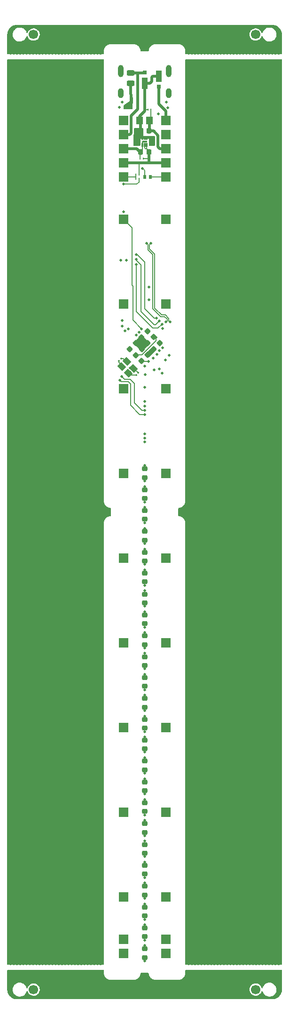
<source format=gbl>
G04 #@! TF.GenerationSoftware,KiCad,Pcbnew,(6.0.6)*
G04 #@! TF.CreationDate,2023-03-02T22:16:17-07:00*
G04 #@! TF.ProjectId,RP2040-Breadstick,52503230-3430-42d4-9272-656164737469,0.1*
G04 #@! TF.SameCoordinates,Original*
G04 #@! TF.FileFunction,Copper,L8,Bot*
G04 #@! TF.FilePolarity,Positive*
%FSLAX46Y46*%
G04 Gerber Fmt 4.6, Leading zero omitted, Abs format (unit mm)*
G04 Created by KiCad (PCBNEW (6.0.6)) date 2023-03-02 22:16:17*
%MOMM*%
%LPD*%
G01*
G04 APERTURE LIST*
G04 Aperture macros list*
%AMRoundRect*
0 Rectangle with rounded corners*
0 $1 Rounding radius*
0 $2 $3 $4 $5 $6 $7 $8 $9 X,Y pos of 4 corners*
0 Add a 4 corners polygon primitive as box body*
4,1,4,$2,$3,$4,$5,$6,$7,$8,$9,$2,$3,0*
0 Add four circle primitives for the rounded corners*
1,1,$1+$1,$2,$3*
1,1,$1+$1,$4,$5*
1,1,$1+$1,$6,$7*
1,1,$1+$1,$8,$9*
0 Add four rect primitives between the rounded corners*
20,1,$1+$1,$2,$3,$4,$5,0*
20,1,$1+$1,$4,$5,$6,$7,0*
20,1,$1+$1,$6,$7,$8,$9,0*
20,1,$1+$1,$8,$9,$2,$3,0*%
%AMRotRect*
0 Rectangle, with rotation*
0 The origin of the aperture is its center*
0 $1 length*
0 $2 width*
0 $3 Rotation angle, in degrees counterclockwise*
0 Add horizontal line*
21,1,$1,$2,0,0,$3*%
G04 Aperture macros list end*
G04 #@! TA.AperFunction,SMDPad,CuDef*
%ADD10RoundRect,0.225000X0.017678X-0.335876X0.335876X-0.017678X-0.017678X0.335876X-0.335876X0.017678X0*%
G04 #@! TD*
G04 #@! TA.AperFunction,ComponentPad*
%ADD11R,1.700000X1.700000*%
G04 #@! TD*
G04 #@! TA.AperFunction,SMDPad,CuDef*
%ADD12R,0.600000X0.700000*%
G04 #@! TD*
G04 #@! TA.AperFunction,SMDPad,CuDef*
%ADD13R,0.250000X0.350000*%
G04 #@! TD*
G04 #@! TA.AperFunction,SMDPad,CuDef*
%ADD14RoundRect,0.225000X-0.250000X0.225000X-0.250000X-0.225000X0.250000X-0.225000X0.250000X0.225000X0*%
G04 #@! TD*
G04 #@! TA.AperFunction,SMDPad,CuDef*
%ADD15C,1.700000*%
G04 #@! TD*
G04 #@! TA.AperFunction,SMDPad,CuDef*
%ADD16RotRect,0.350000X0.250000X135.000000*%
G04 #@! TD*
G04 #@! TA.AperFunction,SMDPad,CuDef*
%ADD17RoundRect,0.225000X-0.017678X0.335876X-0.335876X0.017678X0.017678X-0.335876X0.335876X-0.017678X0*%
G04 #@! TD*
G04 #@! TA.AperFunction,SMDPad,CuDef*
%ADD18RoundRect,0.006000X0.094000X-0.319000X0.094000X0.319000X-0.094000X0.319000X-0.094000X-0.319000X0*%
G04 #@! TD*
G04 #@! TA.AperFunction,SMDPad,CuDef*
%ADD19R,0.940000X0.300000*%
G04 #@! TD*
G04 #@! TA.AperFunction,SMDPad,CuDef*
%ADD20RoundRect,0.225000X0.225000X0.250000X-0.225000X0.250000X-0.225000X-0.250000X0.225000X-0.250000X0*%
G04 #@! TD*
G04 #@! TA.AperFunction,SMDPad,CuDef*
%ADD21RoundRect,0.225000X-0.225000X-0.250000X0.225000X-0.250000X0.225000X0.250000X-0.225000X0.250000X0*%
G04 #@! TD*
G04 #@! TA.AperFunction,SMDPad,CuDef*
%ADD22R,1.100000X2.000000*%
G04 #@! TD*
G04 #@! TA.AperFunction,SMDPad,CuDef*
%ADD23R,0.800000X0.800000*%
G04 #@! TD*
G04 #@! TA.AperFunction,SMDPad,CuDef*
%ADD24RotRect,0.350000X0.250000X315.000000*%
G04 #@! TD*
G04 #@! TA.AperFunction,SMDPad,CuDef*
%ADD25RoundRect,0.243750X0.456250X-0.243750X0.456250X0.243750X-0.456250X0.243750X-0.456250X-0.243750X0*%
G04 #@! TD*
G04 #@! TA.AperFunction,SMDPad,CuDef*
%ADD26RotRect,1.200000X1.000000X315.000000*%
G04 #@! TD*
G04 #@! TA.AperFunction,SMDPad,CuDef*
%ADD27R,1.150000X1.450000*%
G04 #@! TD*
G04 #@! TA.AperFunction,ComponentPad*
%ADD28O,1.000000X2.200000*%
G04 #@! TD*
G04 #@! TA.AperFunction,ComponentPad*
%ADD29O,1.000000X1.800000*%
G04 #@! TD*
G04 #@! TA.AperFunction,ViaPad*
%ADD30C,0.500000*%
G04 #@! TD*
G04 #@! TA.AperFunction,Conductor*
%ADD31C,0.500000*%
G04 #@! TD*
G04 #@! TA.AperFunction,Conductor*
%ADD32C,0.127000*%
G04 #@! TD*
G04 #@! TA.AperFunction,Conductor*
%ADD33C,0.203200*%
G04 #@! TD*
G04 #@! TA.AperFunction,Conductor*
%ADD34C,0.150000*%
G04 #@! TD*
G04 APERTURE END LIST*
D10*
X86421563Y-78590879D03*
X87517579Y-77494863D03*
D11*
X85290000Y-45050000D03*
D12*
X90108000Y-47590000D03*
X89108000Y-47590000D03*
D11*
X92910000Y-45050000D03*
D13*
X88317000Y-44288000D03*
X88867000Y-44288000D03*
D14*
X89100000Y-115174128D03*
X89100000Y-116724128D03*
D11*
X92910000Y-177130000D03*
D14*
X89100000Y-179005422D03*
X89100000Y-180555422D03*
D10*
X87495984Y-79674016D03*
X88592000Y-78578000D03*
D11*
X92910000Y-39970000D03*
D14*
X89100000Y-148967166D03*
X89100000Y-150517166D03*
D15*
X109100000Y-22000000D03*
D16*
X84900254Y-80339346D03*
X84511346Y-80728254D03*
D14*
X89100000Y-186514986D03*
X89100000Y-188064986D03*
D17*
X91806932Y-77518330D03*
X90710916Y-78614346D03*
D14*
X89100000Y-126438474D03*
X89100000Y-127988474D03*
D15*
X109100000Y-193830000D03*
D11*
X85290000Y-85690000D03*
X85290000Y-146650000D03*
X92910000Y-100930000D03*
D15*
X69100000Y-22000000D03*
D14*
X89100000Y-167741076D03*
X89100000Y-169291076D03*
D17*
X90729301Y-76440699D03*
X89633285Y-77536715D03*
D11*
X85290000Y-161890000D03*
D18*
X89500000Y-41865000D03*
X89100000Y-41865000D03*
X88700000Y-41865000D03*
X88700000Y-40615000D03*
X89100000Y-40615000D03*
X89500000Y-40615000D03*
D19*
X89100000Y-41240000D03*
D14*
X89100000Y-103909782D03*
X89100000Y-105459782D03*
D11*
X85290000Y-100930000D03*
X85290000Y-131410000D03*
D13*
X88105000Y-47971000D03*
X87555000Y-47971000D03*
D20*
X89875000Y-43145000D03*
X88325000Y-43145000D03*
D15*
X69100000Y-193830000D03*
D11*
X92910000Y-70450000D03*
D14*
X89100000Y-145212384D03*
X89100000Y-146762384D03*
D21*
X88325000Y-39335000D03*
X89875000Y-39335000D03*
D14*
X89100000Y-171495858D03*
X89100000Y-173045858D03*
D11*
X85290000Y-42510000D03*
D22*
X89100000Y-30760000D03*
D23*
X89100000Y-28860000D03*
D13*
X90264000Y-35525000D03*
X89714000Y-35525000D03*
X88105000Y-47209000D03*
X87555000Y-47209000D03*
D14*
X89085000Y-122683692D03*
X89085000Y-124233692D03*
X89100000Y-137702820D03*
X89100000Y-139252820D03*
D10*
X88573615Y-80751647D03*
X89669631Y-79655631D03*
D11*
X92910000Y-55210000D03*
X85290000Y-47590000D03*
D14*
X89100000Y-160231512D03*
X89100000Y-161781512D03*
X89100000Y-141457602D03*
X89100000Y-143007602D03*
D24*
X87584746Y-83268254D03*
X87973654Y-82879346D03*
D11*
X92910000Y-146650000D03*
D14*
X89100000Y-163986294D03*
X89100000Y-165536294D03*
D11*
X92910000Y-47590000D03*
X85290000Y-39970000D03*
X85290000Y-70450000D03*
D14*
X89100000Y-156476730D03*
X89100000Y-158026730D03*
X89100000Y-130193256D03*
X89100000Y-131743256D03*
D25*
X86560000Y-30747500D03*
X86560000Y-28872500D03*
D11*
X92910000Y-131410000D03*
X92910000Y-85690000D03*
D14*
X89100000Y-152721948D03*
X89100000Y-154271948D03*
D11*
X85290000Y-184750000D03*
X85290000Y-187290000D03*
D14*
X89085000Y-118928910D03*
X89085000Y-120478910D03*
D11*
X92910000Y-184750000D03*
D14*
X89100000Y-107664564D03*
X89100000Y-109214564D03*
X89100000Y-100155000D03*
X89100000Y-101705000D03*
X89100000Y-175250640D03*
X89100000Y-176800640D03*
D26*
X85885179Y-80844740D03*
X87087260Y-82046821D03*
X86168021Y-82966060D03*
X84965940Y-81763979D03*
D11*
X92910000Y-161890000D03*
X92910000Y-116170000D03*
D14*
X89100000Y-182760204D03*
X89100000Y-184310204D03*
D11*
X85290000Y-55210000D03*
D22*
X91640000Y-29495000D03*
D23*
X91640000Y-31395000D03*
D11*
X85290000Y-37430000D03*
X92910000Y-37430000D03*
X92910000Y-187290000D03*
X85290000Y-116170000D03*
D27*
X88200000Y-37430000D03*
X90000000Y-37430000D03*
D11*
X92910000Y-42510000D03*
D17*
X89651670Y-75363068D03*
X88555654Y-76459084D03*
D11*
X85290000Y-177130000D03*
D14*
X89100000Y-111419346D03*
X89100000Y-112969346D03*
X89100000Y-133948038D03*
X89100000Y-135498038D03*
D28*
X93420000Y-28538199D03*
X84780000Y-28538199D03*
D29*
X93420000Y-32538200D03*
X84780000Y-32538200D03*
D30*
X89100000Y-107076800D03*
X89100000Y-163363200D03*
X89100000Y-182159200D03*
X89100000Y-129581200D03*
X89100000Y-99558400D03*
X89100000Y-167122400D03*
X89100000Y-125822000D03*
X89100000Y-95316600D03*
X89100000Y-114595200D03*
X89100000Y-185918400D03*
X89100000Y-178400000D03*
X89100000Y-148377200D03*
X89100000Y-170881600D03*
X89100000Y-133340400D03*
X89100000Y-110836000D03*
X89100000Y-155895600D03*
X89100000Y-103317600D03*
X89100000Y-122062800D03*
X89100000Y-144618000D03*
X87576000Y-41748000D03*
X89100000Y-118303600D03*
X89100000Y-159604000D03*
X89100000Y-152136400D03*
X88325000Y-38525000D03*
X89100000Y-140858800D03*
X87576000Y-40732000D03*
X90751000Y-41748000D03*
X89100000Y-174640800D03*
X89100000Y-137099600D03*
X87630000Y-39170000D03*
X90751000Y-40732000D03*
X85569400Y-35220200D03*
X86610800Y-34255000D03*
X86661600Y-35220200D03*
X86102800Y-34763000D03*
X85290000Y-48936200D03*
X86470000Y-82750000D03*
X85696400Y-80838600D03*
X85010600Y-83531000D03*
X89110911Y-89627000D03*
X89100000Y-90363600D03*
X84610000Y-84166000D03*
X85340800Y-81626000D03*
X93291000Y-35144000D03*
X93062400Y-34153400D03*
X89100000Y-166157200D03*
X89100000Y-139893600D03*
X84528000Y-35093200D03*
X89100000Y-147412000D03*
X86500000Y-82000000D03*
X89100000Y-117338400D03*
X84782000Y-62576000D03*
X89100000Y-106111600D03*
X91582850Y-36280650D03*
X89100000Y-94580000D03*
X90030000Y-78960000D03*
X89100000Y-184953200D03*
X89100000Y-109820000D03*
X89100000Y-132375200D03*
X89100000Y-181194000D03*
X89100000Y-188661600D03*
X89100000Y-136134400D03*
X89100000Y-128616000D03*
X85290000Y-53863800D03*
X89100000Y-169916400D03*
X89100000Y-121097600D03*
X85029650Y-34197850D03*
X89100000Y-151120400D03*
X89100000Y-162398000D03*
X89100000Y-124856800D03*
X89100000Y-154879600D03*
X89108000Y-87972000D03*
X88719000Y-46066000D03*
X89100000Y-173675600D03*
X89110000Y-78060000D03*
X89100000Y-177434800D03*
X89862000Y-67402000D03*
X89100000Y-102301600D03*
X89862000Y-69688000D03*
X89100000Y-143652800D03*
X89100000Y-113579200D03*
X88220000Y-77170000D03*
X89100000Y-158638800D03*
X92325800Y-74895000D03*
X89170000Y-83190000D03*
X89817342Y-80799331D03*
X89100000Y-88865000D03*
X86407600Y-78603400D03*
X91843200Y-77816000D03*
X85798000Y-62576000D03*
X89100000Y-93843400D03*
X89100000Y-85486800D03*
X89760400Y-75377600D03*
X89100000Y-81626000D03*
X93666400Y-73713824D03*
X90200000Y-59540000D03*
X89500000Y-59540000D03*
X92966400Y-73713824D03*
X92224200Y-74107600D03*
X87576000Y-63338000D03*
X91233600Y-73015400D03*
X87576000Y-61560000D03*
X87576000Y-62474400D03*
X91741600Y-73548800D03*
X88109400Y-75530000D03*
X87576000Y-76038000D03*
X86153600Y-74945800D03*
X85544000Y-75352200D03*
X85030000Y-74480000D03*
X92840000Y-80540000D03*
X91320000Y-79520000D03*
X90620000Y-80240000D03*
X92220000Y-82940000D03*
X91780000Y-82140000D03*
X90810000Y-82310000D03*
X85040000Y-73450000D03*
X88541200Y-74945800D03*
X92325800Y-78374800D03*
X93570400Y-79695600D03*
X91792400Y-78908200D03*
X87480000Y-79650000D03*
X91182800Y-76495200D03*
D31*
X91640000Y-31395000D02*
X91640000Y-34534400D01*
X91640000Y-34534400D02*
X92910000Y-35804400D01*
X92910000Y-35804400D02*
X92910000Y-37430000D01*
D32*
X89100000Y-152136400D02*
X89100000Y-152721948D01*
X89100000Y-170881600D02*
X89100000Y-171495858D01*
D31*
X89100000Y-35398000D02*
X89100000Y-30760000D01*
D32*
X89100000Y-103317600D02*
X89100000Y-103909782D01*
D31*
X90370000Y-29683000D02*
X90558000Y-29495000D01*
X88200000Y-36679000D02*
X89100000Y-35779000D01*
X88200000Y-37430000D02*
X88200000Y-36679000D01*
D32*
X89100000Y-155895600D02*
X89100000Y-156476730D01*
D31*
X88325000Y-39335000D02*
X88325000Y-38525000D01*
D32*
X89227000Y-35525000D02*
X89100000Y-35398000D01*
D31*
X90558000Y-29495000D02*
X91640000Y-29495000D01*
X89100000Y-35779000D02*
X89100000Y-35398000D01*
D32*
X89100000Y-114595200D02*
X89100000Y-115174128D01*
X89100000Y-148377200D02*
X89100000Y-148967166D01*
X89100000Y-159604000D02*
X89100000Y-160231512D01*
X89100000Y-129581200D02*
X89100000Y-130193256D01*
X89100000Y-182159200D02*
X89100000Y-182760204D01*
D31*
X88325000Y-38525000D02*
X88325000Y-37555000D01*
D32*
X89714000Y-35525000D02*
X89227000Y-35525000D01*
X89100000Y-118913910D02*
X89085000Y-118928910D01*
D31*
X90370000Y-30445000D02*
X90370000Y-29683000D01*
D32*
X89100000Y-144618000D02*
X89100000Y-145212384D01*
X89100000Y-174640800D02*
X89100000Y-175250640D01*
X89100000Y-178400000D02*
X89100000Y-179005422D01*
X89100000Y-110836000D02*
X89100000Y-111419346D01*
X89100000Y-99558400D02*
X89100000Y-100155000D01*
D31*
X88325000Y-37555000D02*
X88200000Y-37430000D01*
D32*
X89100000Y-137099600D02*
X89100000Y-137702820D01*
X89100000Y-122062800D02*
X89100000Y-122668692D01*
D31*
X90055000Y-30760000D02*
X90370000Y-30445000D01*
D32*
X89100000Y-133340400D02*
X89100000Y-133948038D01*
X89100000Y-163363200D02*
X89100000Y-163986294D01*
X89100000Y-122668692D02*
X89085000Y-122683692D01*
X89100000Y-125822000D02*
X89100000Y-126438474D01*
X89100000Y-185918400D02*
X89100000Y-186514986D01*
D31*
X89100000Y-30760000D02*
X90055000Y-30760000D01*
D32*
X89100000Y-140858800D02*
X89100000Y-141457602D01*
X89100000Y-107076800D02*
X89100000Y-107664564D01*
X89100000Y-118303600D02*
X89100000Y-118913910D01*
X89100000Y-167122400D02*
X89100000Y-167741076D01*
D31*
X86560000Y-30747500D02*
X86560000Y-32705600D01*
X86560000Y-32705600D02*
X86687000Y-32832600D01*
X86687000Y-32832600D02*
X86687000Y-34178800D01*
X86687000Y-34178800D02*
X86610800Y-34255000D01*
D32*
X87728400Y-48936200D02*
X85290000Y-48936200D01*
X88105000Y-48559600D02*
X87728400Y-48936200D01*
X88105000Y-47971000D02*
X88105000Y-48559600D01*
X86470215Y-83268254D02*
X86168021Y-82966060D01*
X87584746Y-83268254D02*
X86470215Y-83268254D01*
X85197146Y-80339346D02*
X84900254Y-80339346D01*
X85696400Y-80838600D02*
X85197146Y-80339346D01*
X87260000Y-84820000D02*
X87260000Y-88270000D01*
X86480000Y-84040000D02*
X87260000Y-84820000D01*
X85010600Y-83531000D02*
X85519600Y-84040000D01*
X87260000Y-88270000D02*
X88617000Y-89627000D01*
X85519600Y-84040000D02*
X86480000Y-84040000D01*
X88617000Y-89627000D02*
X89110911Y-89627000D01*
X88223600Y-90363600D02*
X89100000Y-90363600D01*
X86580000Y-88720000D02*
X88223600Y-90363600D01*
X84610000Y-84166000D02*
X84914000Y-84470000D01*
X86180000Y-84470000D02*
X86580000Y-84870000D01*
X84914000Y-84470000D02*
X86180000Y-84470000D01*
X86580000Y-84870000D02*
X86580000Y-88720000D01*
X87107821Y-82046821D02*
X87087260Y-82046821D01*
X89100000Y-169916400D02*
X89100000Y-169291076D01*
X89100000Y-147412000D02*
X89100000Y-146762384D01*
X89100000Y-136134400D02*
X89100000Y-135498038D01*
X89100000Y-188661600D02*
X89100000Y-188064986D01*
X89100000Y-158638800D02*
X89100000Y-158026730D01*
D31*
X92910000Y-42510000D02*
X91817800Y-42510000D01*
D32*
X89100000Y-162398000D02*
X89100000Y-161781512D01*
X89100000Y-139893600D02*
X89100000Y-139252820D01*
X84511346Y-80948946D02*
X84985200Y-81422800D01*
X89100000Y-166157200D02*
X89100000Y-165536294D01*
X89100000Y-151120400D02*
X89100000Y-150517166D01*
D31*
X90000000Y-37430000D02*
X90000000Y-39210000D01*
D32*
X90264000Y-35525000D02*
X90264000Y-37166000D01*
X89100000Y-132375200D02*
X89100000Y-131743256D01*
X89100000Y-181194000D02*
X89100000Y-180555422D01*
X89100000Y-120493910D02*
X89085000Y-120478910D01*
X88317000Y-43153000D02*
X88325000Y-43145000D01*
X89100000Y-121097600D02*
X89100000Y-120493910D01*
X88317000Y-44288000D02*
X88317000Y-43153000D01*
X89100000Y-124856800D02*
X89100000Y-124248692D01*
X87973654Y-82879346D02*
X87940346Y-82879346D01*
D31*
X88312600Y-43145000D02*
X87677600Y-42510000D01*
D33*
X88700000Y-41865000D02*
X88700000Y-42770000D01*
D32*
X89100000Y-117338400D02*
X89100000Y-116724128D01*
X87940346Y-82879346D02*
X87107821Y-82046821D01*
D31*
X91513000Y-40147800D02*
X90700200Y-39335000D01*
X91817800Y-42510000D02*
X91513000Y-42205200D01*
D32*
X89100000Y-143652800D02*
X89100000Y-143007602D01*
X89108000Y-47590000D02*
X89108000Y-46455000D01*
D33*
X88700000Y-42770000D02*
X88325000Y-43145000D01*
D32*
X88770000Y-41240000D02*
X88700000Y-41310000D01*
X89100000Y-106111600D02*
X89100000Y-105459782D01*
X89100000Y-128616000D02*
X89100000Y-127988474D01*
D31*
X90000000Y-39210000D02*
X89875000Y-39335000D01*
D32*
X89100000Y-184953200D02*
X89100000Y-184310204D01*
X90264000Y-37166000D02*
X90000000Y-37430000D01*
X88700000Y-41310000D02*
X88700000Y-41865000D01*
X89100000Y-102301600D02*
X89100000Y-101705000D01*
D31*
X87677600Y-42510000D02*
X85290000Y-42510000D01*
D32*
X84511346Y-80728254D02*
X84511346Y-80948946D01*
X89100000Y-177434800D02*
X89100000Y-176800640D01*
X89100000Y-109820000D02*
X89100000Y-109214564D01*
D31*
X90700200Y-39335000D02*
X89875000Y-39335000D01*
D32*
X89100000Y-124248692D02*
X89085000Y-124233692D01*
X89108000Y-46455000D02*
X88719000Y-46066000D01*
X89100000Y-41240000D02*
X88770000Y-41240000D01*
X89100000Y-154879600D02*
X89100000Y-154271948D01*
X89100000Y-173675600D02*
X89100000Y-173045858D01*
D31*
X88325000Y-43145000D02*
X88312600Y-43145000D01*
D32*
X89100000Y-113579200D02*
X89100000Y-112969346D01*
D31*
X91513000Y-42205200D02*
X91513000Y-40147800D01*
D32*
X88105000Y-47209000D02*
X88105000Y-45071000D01*
D31*
X89760400Y-45050000D02*
X89887400Y-44923000D01*
X89887400Y-44923000D02*
X89887400Y-43157400D01*
X88084000Y-45050000D02*
X88973000Y-45050000D01*
D32*
X86421563Y-78590879D02*
X86420121Y-78590879D01*
X91843200Y-77816000D02*
X91843200Y-77554598D01*
D34*
X89875000Y-43145000D02*
X89875000Y-42878600D01*
D31*
X88973000Y-45050000D02*
X89760400Y-45050000D01*
D32*
X88867000Y-44288000D02*
X89862000Y-44288000D01*
X88621299Y-80799331D02*
X88573615Y-80751647D01*
D33*
X89500000Y-41865000D02*
X89500000Y-42503600D01*
D32*
X91843200Y-77554598D02*
X91806932Y-77518330D01*
D31*
X85290000Y-45050000D02*
X88084000Y-45050000D01*
D32*
X88105000Y-45071000D02*
X88084000Y-45050000D01*
D33*
X89246000Y-42503600D02*
X89500000Y-42503600D01*
D34*
X89875000Y-42878600D02*
X89500000Y-42503600D01*
D32*
X89817342Y-80799331D02*
X88621299Y-80799331D01*
D31*
X89760400Y-45050000D02*
X92910000Y-45050000D01*
D33*
X89100000Y-41865000D02*
X89100000Y-42357600D01*
D32*
X86420121Y-78590879D02*
X86407600Y-78603400D01*
D33*
X89100000Y-42357600D02*
X89246000Y-42503600D01*
D32*
X85290000Y-47590000D02*
X87534000Y-47590000D01*
X87555000Y-47611000D02*
X87555000Y-47209000D01*
X87555000Y-47971000D02*
X87555000Y-47611000D01*
X87534000Y-47590000D02*
X87555000Y-47611000D01*
X90108000Y-47590000D02*
X92910000Y-47590000D01*
D33*
X90200000Y-59540000D02*
X90008750Y-59731250D01*
X90908750Y-61504242D02*
X90908750Y-71224242D01*
X92145758Y-72461250D02*
X92835758Y-72461250D01*
X90008750Y-59731250D02*
X90008750Y-60604242D01*
X93475150Y-73100642D02*
X93475150Y-73522574D01*
X92835758Y-72461250D02*
X93475150Y-73100642D01*
X93475150Y-73522574D02*
X93666400Y-73713824D01*
X90908750Y-71224242D02*
X92145758Y-72461250D01*
X90008750Y-60604242D02*
X90908750Y-61504242D01*
X90591250Y-61635758D02*
X90591250Y-71355758D01*
X92704242Y-72778750D02*
X93157650Y-73232158D01*
X89500000Y-59540000D02*
X89691250Y-59731250D01*
X93157650Y-73232158D02*
X93157650Y-73522574D01*
X92014242Y-72778750D02*
X92704242Y-72778750D01*
X90591250Y-71355758D02*
X92014242Y-72778750D01*
X93157650Y-73522574D02*
X92966400Y-73713824D01*
X89691250Y-60735758D02*
X90591250Y-61635758D01*
X89691250Y-59731250D02*
X89691250Y-60735758D01*
D32*
X87576000Y-71821600D02*
X87576000Y-63338000D01*
X90547800Y-74793400D02*
X87576000Y-71821600D01*
X92224200Y-74107600D02*
X91538400Y-74793400D01*
X91538400Y-74793400D02*
X90547800Y-74793400D01*
X89150800Y-62931600D02*
X87779200Y-61560000D01*
X89150800Y-71364400D02*
X89150800Y-62931600D01*
X90801800Y-73015400D02*
X89150800Y-71364400D01*
X91233600Y-73015400D02*
X90801800Y-73015400D01*
X87779200Y-61560000D02*
X87576000Y-61560000D01*
X87576000Y-62626800D02*
X87576000Y-62474400D01*
X90827200Y-74209200D02*
X88439600Y-71821600D01*
X88439600Y-63490400D02*
X87576000Y-62626800D01*
X91741600Y-73548800D02*
X91081200Y-74209200D01*
X88439600Y-71821600D02*
X88439600Y-63490400D01*
X91081200Y-74209200D02*
X90827200Y-74209200D01*
X86991800Y-67300400D02*
X86814000Y-67122600D01*
X86814000Y-56734000D02*
X85290000Y-55210000D01*
X88541200Y-74945800D02*
X86991800Y-73396400D01*
X86814000Y-67122600D02*
X86814000Y-56734000D01*
X86991800Y-73396400D02*
X86991800Y-67300400D01*
D31*
X89087500Y-28872500D02*
X89100000Y-28860000D01*
X86458400Y-39970000D02*
X86687000Y-39741400D01*
X86560000Y-28872500D02*
X87853100Y-28872500D01*
X86687000Y-36617200D02*
X87853100Y-35451100D01*
X87853100Y-35451100D02*
X87853100Y-28872500D01*
X87853100Y-28872500D02*
X89087500Y-28872500D01*
X85290000Y-39970000D02*
X86458400Y-39970000D01*
X86687000Y-39741400D02*
X86687000Y-36617200D01*
D32*
X87480000Y-79650000D02*
X88600000Y-79650000D01*
X88600000Y-79650000D02*
X91182800Y-77067200D01*
X91182800Y-77067200D02*
X91182800Y-76495200D01*
G04 #@! TA.AperFunction,Conductor*
G36*
X86933921Y-33233602D02*
G01*
X86980414Y-33287258D01*
X86991800Y-33339600D01*
X86991800Y-34329810D01*
X86971798Y-34397931D01*
X86954895Y-34418905D01*
X86915600Y-34458200D01*
X86915600Y-35348200D01*
X86895598Y-35416321D01*
X86841942Y-35462814D01*
X86789600Y-35474200D01*
X85441400Y-35474200D01*
X85373279Y-35454198D01*
X85326786Y-35400542D01*
X85315400Y-35348200D01*
X85315400Y-34803328D01*
X85335402Y-34735207D01*
X85369305Y-34699992D01*
X85899899Y-34329810D01*
X86407600Y-33975600D01*
X86407600Y-33339600D01*
X86427602Y-33271479D01*
X86481258Y-33224986D01*
X86533600Y-33213600D01*
X86865800Y-33213600D01*
X86933921Y-33233602D01*
G37*
G04 #@! TD.AperFunction*
G04 #@! TA.AperFunction,Conductor*
G36*
X88512544Y-76094622D02*
G01*
X88553951Y-76120071D01*
X89429272Y-76927691D01*
X90010595Y-77464052D01*
X90047097Y-77524947D01*
X90044883Y-77595909D01*
X90014248Y-77645752D01*
X88675752Y-78984248D01*
X88613440Y-79018274D01*
X88542625Y-79013209D01*
X88494052Y-78980595D01*
X87262451Y-77645752D01*
X87150072Y-77523952D01*
X87118580Y-77460325D01*
X87126488Y-77389770D01*
X87153583Y-77349417D01*
X88379417Y-76123583D01*
X88441729Y-76089557D01*
X88512544Y-76094622D01*
G37*
G04 #@! TD.AperFunction*
G04 #@! TA.AperFunction,Conductor*
G36*
X88788121Y-38847002D02*
G01*
X88834614Y-38900658D01*
X88846000Y-38953000D01*
X88846000Y-40224000D01*
X90823539Y-40224000D01*
X90891660Y-40244002D01*
X90912634Y-40260905D01*
X90971595Y-40319866D01*
X91005621Y-40382178D01*
X91008500Y-40408961D01*
X91008500Y-41876000D01*
X90988498Y-41944121D01*
X90934842Y-41990614D01*
X90882500Y-42002000D01*
X89988000Y-42002000D01*
X89919879Y-41981998D01*
X89873386Y-41928342D01*
X89862000Y-41876000D01*
X89862000Y-40732000D01*
X88338000Y-40732000D01*
X88338000Y-41876000D01*
X88317998Y-41944121D01*
X88264342Y-41990614D01*
X88212000Y-42002000D01*
X87194000Y-42002000D01*
X87125879Y-41981998D01*
X87079386Y-41928342D01*
X87068000Y-41876000D01*
X87068000Y-40119858D01*
X87088002Y-40051737D01*
X87099560Y-40036449D01*
X87107060Y-40027957D01*
X87113001Y-40021230D01*
X87116814Y-40013108D01*
X87118654Y-40010307D01*
X87127063Y-39996312D01*
X87128685Y-39993349D01*
X87134070Y-39986164D01*
X87137224Y-39977752D01*
X87150546Y-39942218D01*
X87154471Y-39932902D01*
X87174417Y-39890418D01*
X87175799Y-39881544D01*
X87176785Y-39878317D01*
X87180920Y-39862554D01*
X87181644Y-39859260D01*
X87184798Y-39850848D01*
X87188276Y-39804050D01*
X87189426Y-39794026D01*
X87191500Y-39780703D01*
X87191500Y-39765338D01*
X87191846Y-39756001D01*
X87194842Y-39715682D01*
X87195507Y-39706734D01*
X87193634Y-39697959D01*
X87193041Y-39689263D01*
X87191500Y-39674663D01*
X87191500Y-38953000D01*
X87211502Y-38884879D01*
X87265158Y-38838386D01*
X87317500Y-38827000D01*
X88720000Y-38827000D01*
X88788121Y-38847002D01*
G37*
G04 #@! TD.AperFunction*
G04 #@! TA.AperFunction,Conductor*
G36*
X90669587Y-78134299D02*
G01*
X90713952Y-78162567D01*
X91179508Y-78620911D01*
X91214019Y-78682956D01*
X91209507Y-78753809D01*
X91180206Y-78799794D01*
X89958859Y-80021141D01*
X89896547Y-80055167D01*
X89825732Y-80050102D01*
X89780906Y-80021378D01*
X89317728Y-79560656D01*
X89283537Y-79498434D01*
X89288414Y-79427605D01*
X89317491Y-79382229D01*
X90536460Y-78163260D01*
X90598772Y-78129234D01*
X90669587Y-78134299D01*
G37*
G04 #@! TD.AperFunction*
G04 #@! TA.AperFunction,NonConductor*
G36*
X112086286Y-20254538D02*
G01*
X112089829Y-20254625D01*
X112101221Y-20254905D01*
X112104265Y-20255017D01*
X112195448Y-20259496D01*
X112264867Y-20262906D01*
X112277173Y-20264118D01*
X112434340Y-20287431D01*
X112446467Y-20289843D01*
X112600609Y-20328453D01*
X112612437Y-20332041D01*
X112762030Y-20385567D01*
X112773441Y-20390294D01*
X112917085Y-20458232D01*
X112927990Y-20464061D01*
X113064270Y-20545744D01*
X113074551Y-20552614D01*
X113202164Y-20647258D01*
X113211722Y-20655102D01*
X113329445Y-20761799D01*
X113338190Y-20770543D01*
X113444907Y-20888289D01*
X113452750Y-20897847D01*
X113547385Y-21025448D01*
X113554255Y-21035729D01*
X113563133Y-21050541D01*
X113629476Y-21161227D01*
X113635940Y-21172012D01*
X113641769Y-21182918D01*
X113709703Y-21326554D01*
X113714434Y-21337975D01*
X113743937Y-21420428D01*
X113767956Y-21487556D01*
X113771544Y-21499382D01*
X113807549Y-21643120D01*
X113809489Y-21650864D01*
X113810846Y-21656911D01*
X113811915Y-21662288D01*
X113812970Y-21668368D01*
X113816674Y-21693339D01*
X113834870Y-21815998D01*
X113835881Y-21822816D01*
X113837092Y-21835115D01*
X113843485Y-21965229D01*
X113844981Y-21995677D01*
X113845095Y-21998773D01*
X113845462Y-22013748D01*
X113845500Y-22016835D01*
X113845500Y-25417516D01*
X113825498Y-25485637D01*
X113771842Y-25532130D01*
X113701568Y-25542234D01*
X113688192Y-25539246D01*
X113682846Y-25536736D01*
X113578569Y-25520500D01*
X113506781Y-25520500D01*
X113447558Y-25528982D01*
X113414135Y-25533768D01*
X113414133Y-25533768D01*
X113405248Y-25535041D01*
X113303092Y-25581488D01*
X113232804Y-25591475D01*
X113197394Y-25580842D01*
X113197392Y-25580841D01*
X113103452Y-25536736D01*
X113094590Y-25535356D01*
X113094586Y-25535355D01*
X113025108Y-25524538D01*
X112999175Y-25520500D01*
X112927387Y-25520500D01*
X112868164Y-25528982D01*
X112834741Y-25533768D01*
X112834739Y-25533768D01*
X112825854Y-25535041D01*
X112723698Y-25581488D01*
X112653410Y-25591475D01*
X112618000Y-25580842D01*
X112617998Y-25580841D01*
X112524058Y-25536736D01*
X112515196Y-25535356D01*
X112515192Y-25535355D01*
X112445714Y-25524538D01*
X112419781Y-25520500D01*
X112347993Y-25520500D01*
X112288770Y-25528982D01*
X112255347Y-25533768D01*
X112255345Y-25533768D01*
X112246460Y-25535041D01*
X112144304Y-25581488D01*
X112074016Y-25591475D01*
X112038606Y-25580842D01*
X112038604Y-25580841D01*
X111944664Y-25536736D01*
X111935802Y-25535356D01*
X111935798Y-25535355D01*
X111866320Y-25524538D01*
X111840387Y-25520500D01*
X111768599Y-25520500D01*
X111709376Y-25528982D01*
X111675953Y-25533768D01*
X111675951Y-25533768D01*
X111667066Y-25535041D01*
X111564910Y-25581488D01*
X111494622Y-25591475D01*
X111459212Y-25580842D01*
X111459210Y-25580841D01*
X111365270Y-25536736D01*
X111356408Y-25535356D01*
X111356404Y-25535355D01*
X111286926Y-25524538D01*
X111260993Y-25520500D01*
X111189205Y-25520500D01*
X111129982Y-25528982D01*
X111096559Y-25533768D01*
X111096557Y-25533768D01*
X111087672Y-25535041D01*
X110985516Y-25581488D01*
X110915228Y-25591475D01*
X110879818Y-25580842D01*
X110879816Y-25580841D01*
X110785876Y-25536736D01*
X110777014Y-25535356D01*
X110777010Y-25535355D01*
X110707532Y-25524538D01*
X110681599Y-25520500D01*
X110609811Y-25520500D01*
X110550588Y-25528982D01*
X110517165Y-25533768D01*
X110517163Y-25533768D01*
X110508278Y-25535041D01*
X110406122Y-25581488D01*
X110335834Y-25591475D01*
X110300424Y-25580842D01*
X110300422Y-25580841D01*
X110206482Y-25536736D01*
X110197620Y-25535356D01*
X110197616Y-25535355D01*
X110128138Y-25524538D01*
X110102205Y-25520500D01*
X110030417Y-25520500D01*
X109971194Y-25528982D01*
X109937771Y-25533768D01*
X109937769Y-25533768D01*
X109928884Y-25535041D01*
X109826728Y-25581488D01*
X109756440Y-25591475D01*
X109721030Y-25580842D01*
X109721028Y-25580841D01*
X109627088Y-25536736D01*
X109618226Y-25535356D01*
X109618222Y-25535355D01*
X109548744Y-25524538D01*
X109522811Y-25520500D01*
X109451023Y-25520500D01*
X109391800Y-25528982D01*
X109358377Y-25533768D01*
X109358375Y-25533768D01*
X109349490Y-25535041D01*
X109247334Y-25581488D01*
X109177046Y-25591475D01*
X109141636Y-25580842D01*
X109141634Y-25580841D01*
X109047694Y-25536736D01*
X109038832Y-25535356D01*
X109038828Y-25535355D01*
X108969350Y-25524538D01*
X108943417Y-25520500D01*
X108871629Y-25520500D01*
X108812406Y-25528982D01*
X108778983Y-25533768D01*
X108778981Y-25533768D01*
X108770096Y-25535041D01*
X108667940Y-25581488D01*
X108597652Y-25591475D01*
X108562242Y-25580842D01*
X108562240Y-25580841D01*
X108468300Y-25536736D01*
X108459438Y-25535356D01*
X108459434Y-25535355D01*
X108389956Y-25524538D01*
X108364023Y-25520500D01*
X108292235Y-25520500D01*
X108233012Y-25528982D01*
X108199589Y-25533768D01*
X108199587Y-25533768D01*
X108190702Y-25535041D01*
X108088546Y-25581488D01*
X108018258Y-25591475D01*
X107982848Y-25580842D01*
X107982846Y-25580841D01*
X107888906Y-25536736D01*
X107880044Y-25535356D01*
X107880040Y-25535355D01*
X107810562Y-25524538D01*
X107784629Y-25520500D01*
X107712841Y-25520500D01*
X107653618Y-25528982D01*
X107620195Y-25533768D01*
X107620193Y-25533768D01*
X107611308Y-25535041D01*
X107509152Y-25581488D01*
X107438864Y-25591475D01*
X107403454Y-25580842D01*
X107403452Y-25580841D01*
X107309512Y-25536736D01*
X107300650Y-25535356D01*
X107300646Y-25535355D01*
X107231168Y-25524538D01*
X107205235Y-25520500D01*
X107133447Y-25520500D01*
X107074224Y-25528982D01*
X107040801Y-25533768D01*
X107040799Y-25533768D01*
X107031914Y-25535041D01*
X106929758Y-25581488D01*
X106859470Y-25591475D01*
X106824060Y-25580842D01*
X106824058Y-25580841D01*
X106730118Y-25536736D01*
X106721256Y-25535356D01*
X106721252Y-25535355D01*
X106651774Y-25524538D01*
X106625841Y-25520500D01*
X106554053Y-25520500D01*
X106494830Y-25528982D01*
X106461407Y-25533768D01*
X106461405Y-25533768D01*
X106452520Y-25535041D01*
X106350364Y-25581488D01*
X106280076Y-25591475D01*
X106244666Y-25580842D01*
X106244664Y-25580841D01*
X106150724Y-25536736D01*
X106141862Y-25535356D01*
X106141858Y-25535355D01*
X106072380Y-25524538D01*
X106046447Y-25520500D01*
X105974659Y-25520500D01*
X105915436Y-25528982D01*
X105882013Y-25533768D01*
X105882011Y-25533768D01*
X105873126Y-25535041D01*
X105770970Y-25581488D01*
X105700682Y-25591475D01*
X105665272Y-25580842D01*
X105665270Y-25580841D01*
X105571330Y-25536736D01*
X105562468Y-25535356D01*
X105562464Y-25535355D01*
X105492986Y-25524538D01*
X105467053Y-25520500D01*
X105395265Y-25520500D01*
X105336042Y-25528982D01*
X105302619Y-25533768D01*
X105302617Y-25533768D01*
X105293732Y-25535041D01*
X105285562Y-25538756D01*
X105285561Y-25538756D01*
X105191578Y-25581487D01*
X105121287Y-25591473D01*
X105085879Y-25580841D01*
X105000063Y-25540550D01*
X105000056Y-25540548D01*
X104991937Y-25536736D01*
X104983075Y-25535356D01*
X104983071Y-25535355D01*
X104913593Y-25524538D01*
X104887660Y-25520500D01*
X104815872Y-25520500D01*
X104756649Y-25528982D01*
X104723226Y-25533768D01*
X104723224Y-25533768D01*
X104714339Y-25535041D01*
X104612183Y-25581488D01*
X104541895Y-25591475D01*
X104506485Y-25580842D01*
X104506483Y-25580841D01*
X104412543Y-25536736D01*
X104403681Y-25535356D01*
X104403677Y-25535355D01*
X104334199Y-25524538D01*
X104308266Y-25520500D01*
X104236478Y-25520500D01*
X104177255Y-25528982D01*
X104143832Y-25533768D01*
X104143830Y-25533768D01*
X104134945Y-25535041D01*
X104032789Y-25581488D01*
X103962501Y-25591475D01*
X103927091Y-25580842D01*
X103927089Y-25580841D01*
X103833149Y-25536736D01*
X103824287Y-25535356D01*
X103824283Y-25535355D01*
X103754805Y-25524538D01*
X103728872Y-25520500D01*
X103657084Y-25520500D01*
X103597861Y-25528982D01*
X103564438Y-25533768D01*
X103564436Y-25533768D01*
X103555551Y-25535041D01*
X103453395Y-25581488D01*
X103383107Y-25591475D01*
X103347697Y-25580842D01*
X103347695Y-25580841D01*
X103253755Y-25536736D01*
X103244893Y-25535356D01*
X103244889Y-25535355D01*
X103175411Y-25524538D01*
X103149478Y-25520500D01*
X103077690Y-25520500D01*
X103018467Y-25528982D01*
X102985044Y-25533768D01*
X102985042Y-25533768D01*
X102976157Y-25535041D01*
X102874001Y-25581488D01*
X102803713Y-25591475D01*
X102768303Y-25580842D01*
X102768301Y-25580841D01*
X102674361Y-25536736D01*
X102665499Y-25535356D01*
X102665495Y-25535355D01*
X102596017Y-25524538D01*
X102570084Y-25520500D01*
X102498296Y-25520500D01*
X102439073Y-25528982D01*
X102405650Y-25533768D01*
X102405648Y-25533768D01*
X102396763Y-25535041D01*
X102294607Y-25581488D01*
X102224319Y-25591475D01*
X102188909Y-25580842D01*
X102188907Y-25580841D01*
X102094967Y-25536736D01*
X102086105Y-25535356D01*
X102086101Y-25535355D01*
X102016623Y-25524538D01*
X101990690Y-25520500D01*
X101918902Y-25520500D01*
X101859679Y-25528982D01*
X101826256Y-25533768D01*
X101826254Y-25533768D01*
X101817369Y-25535041D01*
X101715213Y-25581488D01*
X101644925Y-25591475D01*
X101609515Y-25580842D01*
X101609513Y-25580841D01*
X101515573Y-25536736D01*
X101506711Y-25535356D01*
X101506707Y-25535355D01*
X101437229Y-25524538D01*
X101411296Y-25520500D01*
X101339508Y-25520500D01*
X101280285Y-25528982D01*
X101246862Y-25533768D01*
X101246860Y-25533768D01*
X101237975Y-25535041D01*
X101135819Y-25581488D01*
X101065531Y-25591475D01*
X101030121Y-25580842D01*
X101030119Y-25580841D01*
X100936179Y-25536736D01*
X100927317Y-25535356D01*
X100927313Y-25535355D01*
X100857835Y-25524538D01*
X100831902Y-25520500D01*
X100760114Y-25520500D01*
X100700891Y-25528982D01*
X100667468Y-25533768D01*
X100667466Y-25533768D01*
X100658581Y-25535041D01*
X100556425Y-25581488D01*
X100486137Y-25591475D01*
X100450727Y-25580842D01*
X100450725Y-25580841D01*
X100356785Y-25536736D01*
X100347923Y-25535356D01*
X100347919Y-25535355D01*
X100278441Y-25524538D01*
X100252508Y-25520500D01*
X100180720Y-25520500D01*
X100121497Y-25528982D01*
X100088074Y-25533768D01*
X100088072Y-25533768D01*
X100079187Y-25535041D01*
X99977031Y-25581488D01*
X99906743Y-25591475D01*
X99871333Y-25580842D01*
X99871331Y-25580841D01*
X99777391Y-25536736D01*
X99768529Y-25535356D01*
X99768525Y-25535355D01*
X99699047Y-25524538D01*
X99673114Y-25520500D01*
X99601326Y-25520500D01*
X99542103Y-25528982D01*
X99508680Y-25533768D01*
X99508678Y-25533768D01*
X99499793Y-25535041D01*
X99397637Y-25581488D01*
X99327349Y-25591475D01*
X99291939Y-25580842D01*
X99291937Y-25580841D01*
X99197997Y-25536736D01*
X99189135Y-25535356D01*
X99189131Y-25535355D01*
X99119653Y-25524538D01*
X99093720Y-25520500D01*
X99021932Y-25520500D01*
X98962709Y-25528982D01*
X98929286Y-25533768D01*
X98929284Y-25533768D01*
X98920399Y-25535041D01*
X98818243Y-25581488D01*
X98747955Y-25591475D01*
X98712545Y-25580842D01*
X98712543Y-25580841D01*
X98618603Y-25536736D01*
X98609741Y-25535356D01*
X98609737Y-25535355D01*
X98540259Y-25524538D01*
X98514326Y-25520500D01*
X98442538Y-25520500D01*
X98383315Y-25528982D01*
X98349892Y-25533768D01*
X98349890Y-25533768D01*
X98341005Y-25535041D01*
X98238849Y-25581488D01*
X98168561Y-25591475D01*
X98133151Y-25580842D01*
X98133149Y-25580841D01*
X98039209Y-25536736D01*
X98030347Y-25535356D01*
X98030343Y-25535355D01*
X97960865Y-25524538D01*
X97934932Y-25520500D01*
X97863144Y-25520500D01*
X97803921Y-25528982D01*
X97770498Y-25533768D01*
X97770496Y-25533768D01*
X97761611Y-25535041D01*
X97659455Y-25581488D01*
X97589167Y-25591475D01*
X97553757Y-25580842D01*
X97553755Y-25580841D01*
X97459815Y-25536736D01*
X97450953Y-25535356D01*
X97450949Y-25535355D01*
X97381471Y-25524538D01*
X97355538Y-25520500D01*
X97283750Y-25520500D01*
X97224527Y-25528982D01*
X97191104Y-25533768D01*
X97191102Y-25533768D01*
X97182217Y-25535041D01*
X97080061Y-25581488D01*
X97009773Y-25591475D01*
X96974363Y-25580842D01*
X96974361Y-25580841D01*
X96880421Y-25536736D01*
X96871559Y-25535356D01*
X96871555Y-25535355D01*
X96802077Y-25524538D01*
X96776144Y-25520500D01*
X96704356Y-25520500D01*
X96602823Y-25535041D01*
X96595432Y-25538402D01*
X96524865Y-25538322D01*
X96465182Y-25499870D01*
X96435762Y-25435256D01*
X96434500Y-25417466D01*
X96434500Y-25012634D01*
X96434528Y-25011879D01*
X96435039Y-25008933D01*
X96434538Y-24988534D01*
X96434500Y-24985440D01*
X96434500Y-24965055D01*
X96433916Y-24962124D01*
X96433871Y-24961386D01*
X96433769Y-24957246D01*
X96433769Y-24953289D01*
X96434459Y-24947698D01*
X96433301Y-24932004D01*
X96432998Y-24925840D01*
X96432764Y-24916301D01*
X96432764Y-24916300D01*
X96432612Y-24910115D01*
X96431378Y-24904621D01*
X96430991Y-24900695D01*
X96430958Y-24900246D01*
X96430662Y-24896235D01*
X96430468Y-24892302D01*
X96430883Y-24886688D01*
X96428957Y-24871073D01*
X96428353Y-24864941D01*
X96427651Y-24855415D01*
X96427650Y-24855410D01*
X96427195Y-24849240D01*
X96425693Y-24843813D01*
X96425116Y-24839921D01*
X96424570Y-24835497D01*
X96424181Y-24831554D01*
X96424320Y-24825926D01*
X96421632Y-24810435D01*
X96420723Y-24804308D01*
X96419557Y-24794853D01*
X96418799Y-24788706D01*
X96417032Y-24783358D01*
X96416261Y-24779478D01*
X96415501Y-24775099D01*
X96414921Y-24771188D01*
X96414783Y-24765561D01*
X96411331Y-24750187D01*
X96410131Y-24744151D01*
X96408500Y-24734750D01*
X96408499Y-24734747D01*
X96407442Y-24728655D01*
X96405417Y-24723404D01*
X96404453Y-24719556D01*
X96403480Y-24715221D01*
X96402709Y-24711346D01*
X96402295Y-24705730D01*
X96400644Y-24699766D01*
X96400643Y-24699757D01*
X96398100Y-24690568D01*
X96396598Y-24684574D01*
X96394577Y-24675574D01*
X96393153Y-24669233D01*
X96390870Y-24664083D01*
X96389718Y-24660283D01*
X96388532Y-24655997D01*
X96387574Y-24652173D01*
X96386885Y-24646585D01*
X96381951Y-24631649D01*
X96380157Y-24625737D01*
X96377614Y-24616548D01*
X96375963Y-24610581D01*
X96373429Y-24605548D01*
X96372101Y-24601834D01*
X96370704Y-24597606D01*
X96369556Y-24593822D01*
X96368593Y-24588274D01*
X96362921Y-24573569D01*
X96360853Y-24567788D01*
X96357856Y-24558718D01*
X96355915Y-24552843D01*
X96353142Y-24547949D01*
X96351630Y-24544298D01*
X96350026Y-24540140D01*
X96348695Y-24536420D01*
X96347462Y-24530929D01*
X96344954Y-24525270D01*
X96344952Y-24525264D01*
X96341088Y-24516547D01*
X96338728Y-24510851D01*
X96333062Y-24496163D01*
X96330050Y-24491406D01*
X96328356Y-24487825D01*
X96326555Y-24483761D01*
X96325044Y-24480112D01*
X96323542Y-24474686D01*
X96316459Y-24460614D01*
X96313837Y-24455070D01*
X96307455Y-24440672D01*
X96304209Y-24436064D01*
X96302361Y-24432605D01*
X96300339Y-24428588D01*
X96298658Y-24425033D01*
X96296891Y-24419685D01*
X96289139Y-24406000D01*
X96286235Y-24400567D01*
X96279155Y-24386502D01*
X96275687Y-24382058D01*
X96273657Y-24378671D01*
X96271458Y-24374789D01*
X96269600Y-24371312D01*
X96267574Y-24366060D01*
X96259150Y-24352756D01*
X96255987Y-24347478D01*
X96251279Y-24339168D01*
X96251277Y-24339165D01*
X96248229Y-24333785D01*
X96244554Y-24329524D01*
X96242344Y-24326217D01*
X96239981Y-24322485D01*
X96237944Y-24319086D01*
X96235663Y-24313941D01*
X96226598Y-24301071D01*
X96223165Y-24295932D01*
X96218065Y-24287877D01*
X96218063Y-24287874D01*
X96214756Y-24282652D01*
X96210877Y-24278578D01*
X96208532Y-24275417D01*
X96205976Y-24271789D01*
X96203762Y-24268476D01*
X96201230Y-24263445D01*
X96197423Y-24258567D01*
X96197420Y-24258562D01*
X96191560Y-24251054D01*
X96187871Y-24246080D01*
X96182384Y-24238288D01*
X96182379Y-24238283D01*
X96178816Y-24233223D01*
X96174737Y-24229340D01*
X96172218Y-24226270D01*
X96169481Y-24222762D01*
X96167134Y-24219597D01*
X96164360Y-24214700D01*
X96160322Y-24210019D01*
X96160316Y-24210010D01*
X96154086Y-24202788D01*
X96150181Y-24198031D01*
X96140490Y-24185614D01*
X96136224Y-24181934D01*
X96133575Y-24179011D01*
X96130669Y-24175643D01*
X96128157Y-24172583D01*
X96125143Y-24167823D01*
X96114301Y-24156435D01*
X96110150Y-24151855D01*
X96103920Y-24144633D01*
X96103919Y-24144632D01*
X96099875Y-24139944D01*
X96095435Y-24136479D01*
X96092655Y-24133700D01*
X96091474Y-24132460D01*
X96089581Y-24130472D01*
X96086920Y-24127537D01*
X96083677Y-24122931D01*
X96072293Y-24112092D01*
X96067923Y-24107722D01*
X96061338Y-24100806D01*
X96061333Y-24100802D01*
X96057068Y-24096322D01*
X96052466Y-24093081D01*
X96049531Y-24090421D01*
X96049516Y-24090406D01*
X96046300Y-24087344D01*
X96043521Y-24084565D01*
X96040055Y-24080124D01*
X96035366Y-24076079D01*
X96028151Y-24069855D01*
X96023570Y-24065703D01*
X96016660Y-24059124D01*
X96016658Y-24059123D01*
X96012176Y-24054855D01*
X96007420Y-24051844D01*
X96004356Y-24049329D01*
X96000982Y-24046418D01*
X95998065Y-24043774D01*
X95994385Y-24039509D01*
X95981976Y-24029825D01*
X95977211Y-24025915D01*
X95969981Y-24019678D01*
X95965299Y-24015639D01*
X95960400Y-24012863D01*
X95957230Y-24010513D01*
X95953719Y-24007773D01*
X95950660Y-24005263D01*
X95946776Y-24001183D01*
X95933918Y-23992128D01*
X95928953Y-23988446D01*
X95921436Y-23982579D01*
X95921433Y-23982577D01*
X95916555Y-23978770D01*
X95911524Y-23976237D01*
X95908229Y-23974036D01*
X95904579Y-23971465D01*
X95901423Y-23969124D01*
X95897347Y-23965243D01*
X95892123Y-23961935D01*
X95892119Y-23961932D01*
X95884042Y-23956818D01*
X95878898Y-23953380D01*
X95878794Y-23953307D01*
X95866058Y-23944337D01*
X95860914Y-23942056D01*
X95857519Y-23940021D01*
X95853781Y-23937654D01*
X95850475Y-23935446D01*
X95846214Y-23931770D01*
X95840829Y-23928719D01*
X95832521Y-23924012D01*
X95827243Y-23920849D01*
X95813939Y-23912425D01*
X95808681Y-23910397D01*
X95805207Y-23908540D01*
X95801313Y-23906334D01*
X95797936Y-23904309D01*
X95793496Y-23900844D01*
X95779446Y-23893772D01*
X95773999Y-23890861D01*
X95760314Y-23883108D01*
X95754964Y-23881341D01*
X95751399Y-23879654D01*
X95747406Y-23877644D01*
X95743934Y-23875788D01*
X95739327Y-23872544D01*
X95724935Y-23866165D01*
X95719364Y-23863530D01*
X95705313Y-23856457D01*
X95699889Y-23854956D01*
X95696238Y-23853444D01*
X95692166Y-23851639D01*
X95688595Y-23849950D01*
X95683836Y-23846937D01*
X95678065Y-23844711D01*
X95678061Y-23844709D01*
X95669157Y-23841275D01*
X95663450Y-23838911D01*
X95655471Y-23835374D01*
X95654729Y-23835045D01*
X95649071Y-23832537D01*
X95643574Y-23831302D01*
X95639848Y-23829969D01*
X95635700Y-23828369D01*
X95632053Y-23826858D01*
X95627156Y-23824084D01*
X95621282Y-23822143D01*
X95621277Y-23822141D01*
X95612211Y-23819146D01*
X95606430Y-23817078D01*
X95591725Y-23811406D01*
X95586177Y-23810443D01*
X95582393Y-23809295D01*
X95578165Y-23807898D01*
X95574451Y-23806570D01*
X95569418Y-23804036D01*
X95554245Y-23799837D01*
X95548350Y-23798048D01*
X95539296Y-23795057D01*
X95539294Y-23795057D01*
X95533414Y-23793114D01*
X95527826Y-23792425D01*
X95524002Y-23791467D01*
X95519716Y-23790281D01*
X95515916Y-23789129D01*
X95510766Y-23786846D01*
X95495423Y-23783401D01*
X95489431Y-23781899D01*
X95480237Y-23779355D01*
X95480232Y-23779354D01*
X95474269Y-23777704D01*
X95468650Y-23777290D01*
X95464801Y-23776525D01*
X95460394Y-23775535D01*
X95456600Y-23774584D01*
X95451344Y-23772557D01*
X95445244Y-23771499D01*
X95445242Y-23771498D01*
X95435869Y-23769872D01*
X95429800Y-23768665D01*
X95420480Y-23766572D01*
X95420475Y-23766571D01*
X95414439Y-23765216D01*
X95408813Y-23765078D01*
X95404899Y-23764498D01*
X95400509Y-23763736D01*
X95396640Y-23762966D01*
X95391293Y-23761200D01*
X95375653Y-23759271D01*
X95369586Y-23758371D01*
X95354072Y-23755679D01*
X95348438Y-23755817D01*
X95344524Y-23755431D01*
X95342302Y-23755157D01*
X95340084Y-23754884D01*
X95336183Y-23754305D01*
X95330760Y-23752804D01*
X95317903Y-23751856D01*
X95315074Y-23751647D01*
X95308918Y-23751040D01*
X95299457Y-23749873D01*
X95299454Y-23749873D01*
X95293310Y-23749115D01*
X95287695Y-23749529D01*
X95283747Y-23749335D01*
X95280197Y-23749073D01*
X95279318Y-23749009D01*
X95275375Y-23748621D01*
X95269879Y-23747387D01*
X95263692Y-23747235D01*
X95263690Y-23747235D01*
X95258772Y-23747115D01*
X95254168Y-23747002D01*
X95248004Y-23746699D01*
X95232301Y-23745540D01*
X95226701Y-23746230D01*
X95222776Y-23746231D01*
X95218620Y-23746129D01*
X95217876Y-23746084D01*
X95214944Y-23745500D01*
X95194527Y-23745500D01*
X95191436Y-23745462D01*
X95190729Y-23745445D01*
X95171061Y-23744962D01*
X95168118Y-23745473D01*
X95167375Y-23745500D01*
X91112625Y-23745500D01*
X91111882Y-23745473D01*
X91108939Y-23744962D01*
X91088564Y-23745462D01*
X91085473Y-23745500D01*
X91065055Y-23745500D01*
X91062128Y-23746082D01*
X91061351Y-23746130D01*
X91057256Y-23746230D01*
X91053295Y-23746230D01*
X91047698Y-23745540D01*
X91031995Y-23746699D01*
X91025831Y-23747002D01*
X91021968Y-23747096D01*
X91016306Y-23747235D01*
X91016303Y-23747235D01*
X91010120Y-23747387D01*
X91004625Y-23748621D01*
X91000709Y-23749007D01*
X90996232Y-23749337D01*
X90992300Y-23749530D01*
X90986688Y-23749116D01*
X90971073Y-23751042D01*
X90964946Y-23751646D01*
X90963267Y-23751769D01*
X90955415Y-23752348D01*
X90955410Y-23752349D01*
X90949240Y-23752804D01*
X90943813Y-23754306D01*
X90939921Y-23754883D01*
X90935497Y-23755429D01*
X90931554Y-23755818D01*
X90925926Y-23755679D01*
X90919824Y-23756738D01*
X90919822Y-23756738D01*
X90910435Y-23758367D01*
X90904310Y-23759276D01*
X90888706Y-23761200D01*
X90883358Y-23762967D01*
X90879478Y-23763738D01*
X90875099Y-23764498D01*
X90871188Y-23765078D01*
X90865561Y-23765216D01*
X90850187Y-23768668D01*
X90844151Y-23769868D01*
X90834750Y-23771499D01*
X90834747Y-23771500D01*
X90828655Y-23772557D01*
X90823404Y-23774582D01*
X90819556Y-23775546D01*
X90815221Y-23776519D01*
X90811346Y-23777290D01*
X90805730Y-23777704D01*
X90799766Y-23779355D01*
X90799757Y-23779356D01*
X90790568Y-23781899D01*
X90784576Y-23783401D01*
X90769233Y-23786846D01*
X90764083Y-23789129D01*
X90760283Y-23790281D01*
X90755997Y-23791467D01*
X90752173Y-23792425D01*
X90746585Y-23793114D01*
X90740705Y-23795057D01*
X90740703Y-23795057D01*
X90731649Y-23798048D01*
X90725754Y-23799837D01*
X90710581Y-23804036D01*
X90705548Y-23806570D01*
X90701834Y-23807898D01*
X90697606Y-23809295D01*
X90693822Y-23810443D01*
X90688274Y-23811406D01*
X90673569Y-23817078D01*
X90667788Y-23819146D01*
X90652843Y-23824084D01*
X90647949Y-23826857D01*
X90644298Y-23828369D01*
X90640140Y-23829973D01*
X90636420Y-23831304D01*
X90630929Y-23832537D01*
X90625272Y-23835044D01*
X90625264Y-23835047D01*
X90616547Y-23838911D01*
X90610851Y-23841271D01*
X90596163Y-23846937D01*
X90591406Y-23849949D01*
X90587825Y-23851643D01*
X90583761Y-23853444D01*
X90580112Y-23854955D01*
X90574686Y-23856457D01*
X90560614Y-23863540D01*
X90555070Y-23866162D01*
X90540672Y-23872544D01*
X90536064Y-23875790D01*
X90532605Y-23877638D01*
X90528588Y-23879660D01*
X90525033Y-23881341D01*
X90519685Y-23883108D01*
X90514303Y-23886157D01*
X90506000Y-23890860D01*
X90500567Y-23893764D01*
X90486502Y-23900844D01*
X90482058Y-23904312D01*
X90478671Y-23906342D01*
X90474818Y-23908525D01*
X90474797Y-23908537D01*
X90471312Y-23910399D01*
X90466060Y-23912425D01*
X90452756Y-23920849D01*
X90447478Y-23924012D01*
X90439168Y-23928720D01*
X90439165Y-23928722D01*
X90433785Y-23931770D01*
X90429524Y-23935445D01*
X90426217Y-23937655D01*
X90422485Y-23940018D01*
X90419086Y-23942055D01*
X90413941Y-23944336D01*
X90401071Y-23953401D01*
X90395932Y-23956834D01*
X90387877Y-23961934D01*
X90387874Y-23961936D01*
X90382652Y-23965243D01*
X90378578Y-23969122D01*
X90375417Y-23971467D01*
X90373338Y-23972932D01*
X90371779Y-23974030D01*
X90368476Y-23976237D01*
X90363445Y-23978769D01*
X90358567Y-23982576D01*
X90358562Y-23982579D01*
X90351054Y-23988439D01*
X90346080Y-23992128D01*
X90338288Y-23997615D01*
X90338285Y-23997618D01*
X90333223Y-24001183D01*
X90329340Y-24005262D01*
X90326270Y-24007781D01*
X90322762Y-24010518D01*
X90319597Y-24012865D01*
X90314700Y-24015639D01*
X90310019Y-24019677D01*
X90310010Y-24019683D01*
X90302788Y-24025913D01*
X90298031Y-24029818D01*
X90285614Y-24039509D01*
X90281934Y-24043775D01*
X90279011Y-24046424D01*
X90275643Y-24049330D01*
X90272583Y-24051842D01*
X90267823Y-24054856D01*
X90263335Y-24059129D01*
X90256435Y-24065698D01*
X90251855Y-24069849D01*
X90244633Y-24076079D01*
X90239944Y-24080124D01*
X90236479Y-24084564D01*
X90233700Y-24087344D01*
X90232460Y-24088525D01*
X90230472Y-24090418D01*
X90227537Y-24093079D01*
X90222931Y-24096322D01*
X90218658Y-24100810D01*
X90212092Y-24107706D01*
X90207722Y-24112076D01*
X90200806Y-24118661D01*
X90200802Y-24118666D01*
X90196322Y-24122931D01*
X90193081Y-24127533D01*
X90190428Y-24130460D01*
X90187357Y-24133686D01*
X90184565Y-24136478D01*
X90180124Y-24139944D01*
X90176081Y-24144631D01*
X90176079Y-24144633D01*
X90169855Y-24151848D01*
X90165703Y-24156429D01*
X90159128Y-24163335D01*
X90154855Y-24167823D01*
X90151844Y-24172579D01*
X90149329Y-24175643D01*
X90146418Y-24179017D01*
X90143774Y-24181934D01*
X90139509Y-24185614D01*
X90129825Y-24198023D01*
X90125920Y-24202782D01*
X90115639Y-24214700D01*
X90112863Y-24219599D01*
X90110518Y-24222762D01*
X90107773Y-24226280D01*
X90105263Y-24229339D01*
X90101183Y-24233223D01*
X90097617Y-24238288D01*
X90092140Y-24246065D01*
X90088446Y-24251046D01*
X90078770Y-24263444D01*
X90076237Y-24268475D01*
X90074036Y-24271770D01*
X90071465Y-24275420D01*
X90069124Y-24278576D01*
X90065243Y-24282652D01*
X90061935Y-24287876D01*
X90061932Y-24287880D01*
X90056818Y-24295957D01*
X90053391Y-24301085D01*
X90044337Y-24313941D01*
X90042056Y-24319085D01*
X90040021Y-24322480D01*
X90037654Y-24326218D01*
X90035446Y-24329524D01*
X90031770Y-24333785D01*
X90028720Y-24339168D01*
X90028719Y-24339170D01*
X90024012Y-24347478D01*
X90020849Y-24352756D01*
X90012425Y-24366060D01*
X90010397Y-24371318D01*
X90008540Y-24374792D01*
X90006428Y-24378521D01*
X90006342Y-24378673D01*
X90004309Y-24382063D01*
X90000844Y-24386503D01*
X89993777Y-24400544D01*
X89990865Y-24405993D01*
X89983108Y-24419685D01*
X89981341Y-24425035D01*
X89979654Y-24428600D01*
X89977651Y-24432580D01*
X89977645Y-24432592D01*
X89975788Y-24436065D01*
X89972544Y-24440672D01*
X89966169Y-24455055D01*
X89963530Y-24460635D01*
X89956457Y-24474686D01*
X89954956Y-24480110D01*
X89953444Y-24483761D01*
X89951639Y-24487833D01*
X89949950Y-24491404D01*
X89946937Y-24496163D01*
X89944711Y-24501934D01*
X89944709Y-24501938D01*
X89941275Y-24510842D01*
X89938915Y-24516539D01*
X89932537Y-24530928D01*
X89931302Y-24536425D01*
X89929969Y-24540151D01*
X89928373Y-24544289D01*
X89926858Y-24547946D01*
X89924084Y-24552843D01*
X89922143Y-24558717D01*
X89922141Y-24558722D01*
X89919146Y-24567788D01*
X89917078Y-24573569D01*
X89911406Y-24588274D01*
X89910443Y-24593822D01*
X89909295Y-24597606D01*
X89907898Y-24601834D01*
X89906570Y-24605548D01*
X89904036Y-24610581D01*
X89902385Y-24616548D01*
X89899842Y-24625737D01*
X89898048Y-24631649D01*
X89893114Y-24646585D01*
X89892425Y-24652173D01*
X89891467Y-24655997D01*
X89890281Y-24660283D01*
X89889129Y-24664083D01*
X89886846Y-24669233D01*
X89885422Y-24675574D01*
X89883401Y-24684574D01*
X89881899Y-24690568D01*
X89879355Y-24699762D01*
X89879354Y-24699767D01*
X89877704Y-24705730D01*
X89877290Y-24711349D01*
X89876525Y-24715198D01*
X89875535Y-24719605D01*
X89874584Y-24723399D01*
X89872557Y-24728655D01*
X89871499Y-24734755D01*
X89871498Y-24734757D01*
X89869872Y-24744130D01*
X89868665Y-24750199D01*
X89866572Y-24759519D01*
X89866571Y-24759524D01*
X89865216Y-24765560D01*
X89865078Y-24771186D01*
X89864498Y-24775100D01*
X89863736Y-24779490D01*
X89862966Y-24783359D01*
X89861200Y-24788706D01*
X89859271Y-24804346D01*
X89858371Y-24810413D01*
X89855679Y-24825927D01*
X89855817Y-24831561D01*
X89855431Y-24835479D01*
X89854884Y-24839915D01*
X89854305Y-24843816D01*
X89852804Y-24849239D01*
X89851856Y-24862096D01*
X89851647Y-24864925D01*
X89851040Y-24871081D01*
X89849148Y-24886422D01*
X89849115Y-24886687D01*
X89846966Y-24886422D01*
X89828296Y-24944693D01*
X89773519Y-24989860D01*
X89723996Y-25000000D01*
X88476002Y-25000000D01*
X88407881Y-24979998D01*
X88361388Y-24926342D01*
X88352216Y-24886527D01*
X88350883Y-24886691D01*
X88350850Y-24886422D01*
X88348957Y-24871073D01*
X88348353Y-24864941D01*
X88347651Y-24855415D01*
X88347650Y-24855410D01*
X88347195Y-24849240D01*
X88345693Y-24843813D01*
X88345116Y-24839921D01*
X88344570Y-24835497D01*
X88344181Y-24831554D01*
X88344320Y-24825926D01*
X88341632Y-24810435D01*
X88340723Y-24804308D01*
X88339557Y-24794853D01*
X88338799Y-24788706D01*
X88337032Y-24783358D01*
X88336261Y-24779478D01*
X88335501Y-24775099D01*
X88334921Y-24771188D01*
X88334783Y-24765561D01*
X88331331Y-24750187D01*
X88330131Y-24744151D01*
X88328500Y-24734750D01*
X88328499Y-24734747D01*
X88327442Y-24728655D01*
X88325417Y-24723404D01*
X88324453Y-24719556D01*
X88323480Y-24715221D01*
X88322709Y-24711346D01*
X88322295Y-24705730D01*
X88320644Y-24699766D01*
X88320643Y-24699757D01*
X88318100Y-24690568D01*
X88316598Y-24684574D01*
X88314577Y-24675574D01*
X88313153Y-24669233D01*
X88310870Y-24664083D01*
X88309718Y-24660283D01*
X88308532Y-24655997D01*
X88307574Y-24652173D01*
X88306885Y-24646585D01*
X88301951Y-24631649D01*
X88300157Y-24625737D01*
X88297614Y-24616548D01*
X88295963Y-24610581D01*
X88293429Y-24605548D01*
X88292101Y-24601834D01*
X88290704Y-24597606D01*
X88289556Y-24593822D01*
X88288593Y-24588274D01*
X88282921Y-24573569D01*
X88280853Y-24567788D01*
X88277856Y-24558718D01*
X88275915Y-24552843D01*
X88273142Y-24547949D01*
X88271630Y-24544298D01*
X88270026Y-24540140D01*
X88268695Y-24536420D01*
X88267462Y-24530929D01*
X88264954Y-24525270D01*
X88264952Y-24525264D01*
X88261088Y-24516547D01*
X88258728Y-24510851D01*
X88253062Y-24496163D01*
X88250050Y-24491406D01*
X88248356Y-24487825D01*
X88246555Y-24483761D01*
X88245044Y-24480112D01*
X88243542Y-24474686D01*
X88236459Y-24460614D01*
X88233837Y-24455070D01*
X88227455Y-24440672D01*
X88224209Y-24436064D01*
X88222361Y-24432605D01*
X88220339Y-24428588D01*
X88218658Y-24425033D01*
X88216891Y-24419685D01*
X88209139Y-24406000D01*
X88206235Y-24400567D01*
X88199155Y-24386502D01*
X88195687Y-24382058D01*
X88193657Y-24378671D01*
X88191458Y-24374789D01*
X88189600Y-24371312D01*
X88187574Y-24366060D01*
X88179150Y-24352756D01*
X88175987Y-24347478D01*
X88171279Y-24339168D01*
X88171277Y-24339165D01*
X88168229Y-24333785D01*
X88164554Y-24329524D01*
X88162344Y-24326217D01*
X88159981Y-24322485D01*
X88157944Y-24319086D01*
X88155663Y-24313941D01*
X88146598Y-24301071D01*
X88143165Y-24295932D01*
X88138065Y-24287877D01*
X88138063Y-24287874D01*
X88134756Y-24282652D01*
X88130877Y-24278578D01*
X88128532Y-24275417D01*
X88125976Y-24271789D01*
X88123762Y-24268476D01*
X88121230Y-24263445D01*
X88117423Y-24258567D01*
X88117420Y-24258562D01*
X88111560Y-24251054D01*
X88107871Y-24246080D01*
X88102384Y-24238288D01*
X88102379Y-24238283D01*
X88098816Y-24233223D01*
X88094737Y-24229340D01*
X88092218Y-24226270D01*
X88089481Y-24222762D01*
X88087134Y-24219597D01*
X88084360Y-24214700D01*
X88080322Y-24210019D01*
X88080316Y-24210010D01*
X88074086Y-24202788D01*
X88070181Y-24198031D01*
X88060490Y-24185614D01*
X88056224Y-24181934D01*
X88053575Y-24179011D01*
X88050669Y-24175643D01*
X88048157Y-24172583D01*
X88045143Y-24167823D01*
X88034301Y-24156435D01*
X88030150Y-24151855D01*
X88023920Y-24144633D01*
X88023919Y-24144632D01*
X88019875Y-24139944D01*
X88015435Y-24136479D01*
X88012655Y-24133700D01*
X88011474Y-24132460D01*
X88009581Y-24130472D01*
X88006920Y-24127537D01*
X88003677Y-24122931D01*
X87992293Y-24112092D01*
X87987923Y-24107722D01*
X87981338Y-24100806D01*
X87981333Y-24100802D01*
X87977068Y-24096322D01*
X87972466Y-24093081D01*
X87969531Y-24090421D01*
X87969516Y-24090406D01*
X87966300Y-24087344D01*
X87963521Y-24084565D01*
X87960055Y-24080124D01*
X87955366Y-24076079D01*
X87948151Y-24069855D01*
X87943570Y-24065703D01*
X87936660Y-24059124D01*
X87936658Y-24059123D01*
X87932176Y-24054855D01*
X87927420Y-24051844D01*
X87924356Y-24049329D01*
X87920982Y-24046418D01*
X87918065Y-24043774D01*
X87914385Y-24039509D01*
X87901976Y-24029825D01*
X87897211Y-24025915D01*
X87889981Y-24019678D01*
X87885299Y-24015639D01*
X87880400Y-24012863D01*
X87877230Y-24010513D01*
X87873719Y-24007773D01*
X87870660Y-24005263D01*
X87866776Y-24001183D01*
X87853918Y-23992128D01*
X87848953Y-23988446D01*
X87841436Y-23982579D01*
X87841433Y-23982577D01*
X87836555Y-23978770D01*
X87831524Y-23976237D01*
X87828229Y-23974036D01*
X87824579Y-23971465D01*
X87821423Y-23969124D01*
X87817347Y-23965243D01*
X87812123Y-23961935D01*
X87812119Y-23961932D01*
X87804042Y-23956818D01*
X87798898Y-23953380D01*
X87798794Y-23953307D01*
X87786058Y-23944337D01*
X87780914Y-23942056D01*
X87777519Y-23940021D01*
X87773781Y-23937654D01*
X87770475Y-23935446D01*
X87766214Y-23931770D01*
X87760829Y-23928719D01*
X87752521Y-23924012D01*
X87747243Y-23920849D01*
X87733939Y-23912425D01*
X87728681Y-23910397D01*
X87725207Y-23908540D01*
X87721313Y-23906334D01*
X87717936Y-23904309D01*
X87713496Y-23900844D01*
X87699446Y-23893772D01*
X87693999Y-23890861D01*
X87680314Y-23883108D01*
X87674964Y-23881341D01*
X87671399Y-23879654D01*
X87667406Y-23877644D01*
X87663934Y-23875788D01*
X87659327Y-23872544D01*
X87644935Y-23866165D01*
X87639364Y-23863530D01*
X87625313Y-23856457D01*
X87619889Y-23854956D01*
X87616238Y-23853444D01*
X87612166Y-23851639D01*
X87608595Y-23849950D01*
X87603836Y-23846937D01*
X87598065Y-23844711D01*
X87598061Y-23844709D01*
X87589157Y-23841275D01*
X87583450Y-23838911D01*
X87575471Y-23835374D01*
X87574729Y-23835045D01*
X87569071Y-23832537D01*
X87563574Y-23831302D01*
X87559848Y-23829969D01*
X87555700Y-23828369D01*
X87552053Y-23826858D01*
X87547156Y-23824084D01*
X87541282Y-23822143D01*
X87541277Y-23822141D01*
X87532211Y-23819146D01*
X87526430Y-23817078D01*
X87511725Y-23811406D01*
X87506177Y-23810443D01*
X87502393Y-23809295D01*
X87498165Y-23807898D01*
X87494451Y-23806570D01*
X87489418Y-23804036D01*
X87474245Y-23799837D01*
X87468350Y-23798048D01*
X87459296Y-23795057D01*
X87459294Y-23795057D01*
X87453414Y-23793114D01*
X87447826Y-23792425D01*
X87444002Y-23791467D01*
X87439716Y-23790281D01*
X87435916Y-23789129D01*
X87430766Y-23786846D01*
X87415423Y-23783401D01*
X87409431Y-23781899D01*
X87400237Y-23779355D01*
X87400232Y-23779354D01*
X87394269Y-23777704D01*
X87388650Y-23777290D01*
X87384801Y-23776525D01*
X87380394Y-23775535D01*
X87376600Y-23774584D01*
X87371344Y-23772557D01*
X87365244Y-23771499D01*
X87365242Y-23771498D01*
X87355869Y-23769872D01*
X87349800Y-23768665D01*
X87340480Y-23766572D01*
X87340475Y-23766571D01*
X87334439Y-23765216D01*
X87328813Y-23765078D01*
X87324899Y-23764498D01*
X87320509Y-23763736D01*
X87316640Y-23762966D01*
X87311293Y-23761200D01*
X87295653Y-23759271D01*
X87289586Y-23758371D01*
X87274072Y-23755679D01*
X87268438Y-23755817D01*
X87264524Y-23755431D01*
X87262302Y-23755157D01*
X87260084Y-23754884D01*
X87256183Y-23754305D01*
X87250760Y-23752804D01*
X87237903Y-23751856D01*
X87235074Y-23751647D01*
X87228918Y-23751040D01*
X87219457Y-23749873D01*
X87219454Y-23749873D01*
X87213310Y-23749115D01*
X87207695Y-23749529D01*
X87203747Y-23749335D01*
X87200197Y-23749073D01*
X87199318Y-23749009D01*
X87195375Y-23748621D01*
X87189879Y-23747387D01*
X87183692Y-23747235D01*
X87183690Y-23747235D01*
X87178772Y-23747115D01*
X87174168Y-23747002D01*
X87168004Y-23746699D01*
X87152301Y-23745540D01*
X87146701Y-23746230D01*
X87142776Y-23746231D01*
X87138620Y-23746129D01*
X87137876Y-23746084D01*
X87134944Y-23745500D01*
X87114527Y-23745500D01*
X87111436Y-23745462D01*
X87110729Y-23745445D01*
X87091061Y-23744962D01*
X87088118Y-23745473D01*
X87087375Y-23745500D01*
X83032625Y-23745500D01*
X83031882Y-23745473D01*
X83028939Y-23744962D01*
X83008564Y-23745462D01*
X83005473Y-23745500D01*
X82985055Y-23745500D01*
X82982128Y-23746082D01*
X82981351Y-23746130D01*
X82977256Y-23746230D01*
X82973295Y-23746230D01*
X82967698Y-23745540D01*
X82951995Y-23746699D01*
X82945831Y-23747002D01*
X82941968Y-23747096D01*
X82936306Y-23747235D01*
X82936303Y-23747235D01*
X82930120Y-23747387D01*
X82924625Y-23748621D01*
X82920709Y-23749007D01*
X82916232Y-23749337D01*
X82912300Y-23749530D01*
X82906688Y-23749116D01*
X82891073Y-23751042D01*
X82884946Y-23751646D01*
X82883267Y-23751769D01*
X82875415Y-23752348D01*
X82875410Y-23752349D01*
X82869240Y-23752804D01*
X82863813Y-23754306D01*
X82859921Y-23754883D01*
X82855497Y-23755429D01*
X82851554Y-23755818D01*
X82845926Y-23755679D01*
X82839824Y-23756738D01*
X82839822Y-23756738D01*
X82830435Y-23758367D01*
X82824310Y-23759276D01*
X82808706Y-23761200D01*
X82803358Y-23762967D01*
X82799478Y-23763738D01*
X82795099Y-23764498D01*
X82791188Y-23765078D01*
X82785561Y-23765216D01*
X82770187Y-23768668D01*
X82764151Y-23769868D01*
X82754750Y-23771499D01*
X82754747Y-23771500D01*
X82748655Y-23772557D01*
X82743404Y-23774582D01*
X82739556Y-23775546D01*
X82735221Y-23776519D01*
X82731346Y-23777290D01*
X82725730Y-23777704D01*
X82719766Y-23779355D01*
X82719757Y-23779356D01*
X82710568Y-23781899D01*
X82704576Y-23783401D01*
X82689233Y-23786846D01*
X82684083Y-23789129D01*
X82680283Y-23790281D01*
X82675997Y-23791467D01*
X82672173Y-23792425D01*
X82666585Y-23793114D01*
X82660705Y-23795057D01*
X82660703Y-23795057D01*
X82651649Y-23798048D01*
X82645754Y-23799837D01*
X82630581Y-23804036D01*
X82625548Y-23806570D01*
X82621834Y-23807898D01*
X82617606Y-23809295D01*
X82613822Y-23810443D01*
X82608274Y-23811406D01*
X82593569Y-23817078D01*
X82587788Y-23819146D01*
X82572843Y-23824084D01*
X82567949Y-23826857D01*
X82564298Y-23828369D01*
X82560140Y-23829973D01*
X82556420Y-23831304D01*
X82550929Y-23832537D01*
X82545272Y-23835044D01*
X82545264Y-23835047D01*
X82536547Y-23838911D01*
X82530851Y-23841271D01*
X82516163Y-23846937D01*
X82511406Y-23849949D01*
X82507825Y-23851643D01*
X82503761Y-23853444D01*
X82500112Y-23854955D01*
X82494686Y-23856457D01*
X82480614Y-23863540D01*
X82475070Y-23866162D01*
X82460672Y-23872544D01*
X82456064Y-23875790D01*
X82452605Y-23877638D01*
X82448588Y-23879660D01*
X82445033Y-23881341D01*
X82439685Y-23883108D01*
X82434303Y-23886157D01*
X82426000Y-23890860D01*
X82420567Y-23893764D01*
X82406502Y-23900844D01*
X82402058Y-23904312D01*
X82398671Y-23906342D01*
X82394818Y-23908525D01*
X82394797Y-23908537D01*
X82391312Y-23910399D01*
X82386060Y-23912425D01*
X82372756Y-23920849D01*
X82367478Y-23924012D01*
X82359168Y-23928720D01*
X82359165Y-23928722D01*
X82353785Y-23931770D01*
X82349524Y-23935445D01*
X82346217Y-23937655D01*
X82342485Y-23940018D01*
X82339086Y-23942055D01*
X82333941Y-23944336D01*
X82321071Y-23953401D01*
X82315932Y-23956834D01*
X82307877Y-23961934D01*
X82307874Y-23961936D01*
X82302652Y-23965243D01*
X82298578Y-23969122D01*
X82295417Y-23971467D01*
X82293338Y-23972932D01*
X82291779Y-23974030D01*
X82288476Y-23976237D01*
X82283445Y-23978769D01*
X82278567Y-23982576D01*
X82278562Y-23982579D01*
X82271054Y-23988439D01*
X82266080Y-23992128D01*
X82258288Y-23997615D01*
X82258285Y-23997618D01*
X82253223Y-24001183D01*
X82249340Y-24005262D01*
X82246270Y-24007781D01*
X82242762Y-24010518D01*
X82239597Y-24012865D01*
X82234700Y-24015639D01*
X82230019Y-24019677D01*
X82230010Y-24019683D01*
X82222788Y-24025913D01*
X82218031Y-24029818D01*
X82205614Y-24039509D01*
X82201934Y-24043775D01*
X82199011Y-24046424D01*
X82195643Y-24049330D01*
X82192583Y-24051842D01*
X82187823Y-24054856D01*
X82183335Y-24059129D01*
X82176435Y-24065698D01*
X82171855Y-24069849D01*
X82164633Y-24076079D01*
X82159944Y-24080124D01*
X82156479Y-24084564D01*
X82153700Y-24087344D01*
X82152460Y-24088525D01*
X82150472Y-24090418D01*
X82147537Y-24093079D01*
X82142931Y-24096322D01*
X82138658Y-24100810D01*
X82132092Y-24107706D01*
X82127722Y-24112076D01*
X82120806Y-24118661D01*
X82120802Y-24118666D01*
X82116322Y-24122931D01*
X82113081Y-24127533D01*
X82110428Y-24130460D01*
X82107357Y-24133686D01*
X82104565Y-24136478D01*
X82100124Y-24139944D01*
X82096081Y-24144631D01*
X82096079Y-24144633D01*
X82089855Y-24151848D01*
X82085703Y-24156429D01*
X82079128Y-24163335D01*
X82074855Y-24167823D01*
X82071844Y-24172579D01*
X82069329Y-24175643D01*
X82066418Y-24179017D01*
X82063774Y-24181934D01*
X82059509Y-24185614D01*
X82049825Y-24198023D01*
X82045920Y-24202782D01*
X82035639Y-24214700D01*
X82032863Y-24219599D01*
X82030518Y-24222762D01*
X82027773Y-24226280D01*
X82025263Y-24229339D01*
X82021183Y-24233223D01*
X82017617Y-24238288D01*
X82012140Y-24246065D01*
X82008446Y-24251046D01*
X81998770Y-24263444D01*
X81996237Y-24268475D01*
X81994036Y-24271770D01*
X81991465Y-24275420D01*
X81989124Y-24278576D01*
X81985243Y-24282652D01*
X81981935Y-24287876D01*
X81981932Y-24287880D01*
X81976818Y-24295957D01*
X81973391Y-24301085D01*
X81964337Y-24313941D01*
X81962056Y-24319085D01*
X81960021Y-24322480D01*
X81957654Y-24326218D01*
X81955446Y-24329524D01*
X81951770Y-24333785D01*
X81948720Y-24339168D01*
X81948719Y-24339170D01*
X81944012Y-24347478D01*
X81940849Y-24352756D01*
X81932425Y-24366060D01*
X81930397Y-24371318D01*
X81928540Y-24374792D01*
X81926428Y-24378521D01*
X81926342Y-24378673D01*
X81924309Y-24382063D01*
X81920844Y-24386503D01*
X81913777Y-24400544D01*
X81910865Y-24405993D01*
X81903108Y-24419685D01*
X81901341Y-24425035D01*
X81899654Y-24428600D01*
X81897651Y-24432580D01*
X81897645Y-24432592D01*
X81895788Y-24436065D01*
X81892544Y-24440672D01*
X81886169Y-24455055D01*
X81883530Y-24460635D01*
X81876457Y-24474686D01*
X81874956Y-24480110D01*
X81873444Y-24483761D01*
X81871639Y-24487833D01*
X81869950Y-24491404D01*
X81866937Y-24496163D01*
X81864711Y-24501934D01*
X81864709Y-24501938D01*
X81861275Y-24510842D01*
X81858915Y-24516539D01*
X81852537Y-24530928D01*
X81851302Y-24536425D01*
X81849969Y-24540151D01*
X81848373Y-24544289D01*
X81846858Y-24547946D01*
X81844084Y-24552843D01*
X81842143Y-24558717D01*
X81842141Y-24558722D01*
X81839146Y-24567788D01*
X81837078Y-24573569D01*
X81831406Y-24588274D01*
X81830443Y-24593822D01*
X81829295Y-24597606D01*
X81827898Y-24601834D01*
X81826570Y-24605548D01*
X81824036Y-24610581D01*
X81822385Y-24616548D01*
X81819842Y-24625737D01*
X81818048Y-24631649D01*
X81813114Y-24646585D01*
X81812425Y-24652173D01*
X81811467Y-24655997D01*
X81810281Y-24660283D01*
X81809129Y-24664083D01*
X81806846Y-24669233D01*
X81805422Y-24675574D01*
X81803401Y-24684574D01*
X81801899Y-24690568D01*
X81799355Y-24699762D01*
X81799354Y-24699767D01*
X81797704Y-24705730D01*
X81797290Y-24711349D01*
X81796525Y-24715198D01*
X81795535Y-24719605D01*
X81794584Y-24723399D01*
X81792557Y-24728655D01*
X81791499Y-24734755D01*
X81791498Y-24734757D01*
X81789872Y-24744130D01*
X81788665Y-24750199D01*
X81786572Y-24759519D01*
X81786571Y-24759524D01*
X81785216Y-24765560D01*
X81785078Y-24771186D01*
X81784498Y-24775100D01*
X81783736Y-24779490D01*
X81782966Y-24783359D01*
X81781200Y-24788706D01*
X81779271Y-24804346D01*
X81778371Y-24810413D01*
X81775679Y-24825927D01*
X81775817Y-24831561D01*
X81775431Y-24835479D01*
X81774884Y-24839915D01*
X81774305Y-24843816D01*
X81772804Y-24849239D01*
X81771856Y-24862096D01*
X81771647Y-24864925D01*
X81771040Y-24871081D01*
X81769873Y-24880542D01*
X81769115Y-24886689D01*
X81769529Y-24892304D01*
X81769335Y-24896252D01*
X81769009Y-24900677D01*
X81768621Y-24904624D01*
X81767387Y-24910120D01*
X81767235Y-24916307D01*
X81767235Y-24916309D01*
X81767002Y-24925824D01*
X81766699Y-24931995D01*
X81765540Y-24947698D01*
X81765805Y-24949851D01*
X81763729Y-24973957D01*
X81762935Y-24977949D01*
X81762935Y-24977952D01*
X81760514Y-24990122D01*
X81762935Y-25002292D01*
X81763079Y-25003016D01*
X81765500Y-25027598D01*
X81765500Y-25417515D01*
X81745498Y-25485636D01*
X81691842Y-25532129D01*
X81621568Y-25542233D01*
X81608190Y-25539245D01*
X81602847Y-25536736D01*
X81593981Y-25535356D01*
X81593979Y-25535355D01*
X81529482Y-25525313D01*
X81498570Y-25520500D01*
X81426782Y-25520500D01*
X81367559Y-25528982D01*
X81334136Y-25533768D01*
X81334134Y-25533768D01*
X81325249Y-25535041D01*
X81223093Y-25581488D01*
X81152805Y-25591475D01*
X81117395Y-25580842D01*
X81117393Y-25580841D01*
X81023453Y-25536736D01*
X81014591Y-25535356D01*
X81014587Y-25535355D01*
X80945109Y-25524538D01*
X80919176Y-25520500D01*
X80847388Y-25520500D01*
X80788165Y-25528982D01*
X80754742Y-25533768D01*
X80754740Y-25533768D01*
X80745855Y-25535041D01*
X80643699Y-25581488D01*
X80573411Y-25591475D01*
X80538001Y-25580842D01*
X80537999Y-25580841D01*
X80444059Y-25536736D01*
X80435197Y-25535356D01*
X80435193Y-25535355D01*
X80365715Y-25524538D01*
X80339782Y-25520500D01*
X80267994Y-25520500D01*
X80208771Y-25528982D01*
X80175348Y-25533768D01*
X80175346Y-25533768D01*
X80166461Y-25535041D01*
X80064305Y-25581488D01*
X79994017Y-25591475D01*
X79958607Y-25580842D01*
X79958605Y-25580841D01*
X79864665Y-25536736D01*
X79855803Y-25535356D01*
X79855799Y-25535355D01*
X79786321Y-25524538D01*
X79760388Y-25520500D01*
X79688600Y-25520500D01*
X79629377Y-25528982D01*
X79595954Y-25533768D01*
X79595952Y-25533768D01*
X79587067Y-25535041D01*
X79484911Y-25581488D01*
X79414623Y-25591475D01*
X79379213Y-25580842D01*
X79379211Y-25580841D01*
X79285271Y-25536736D01*
X79276409Y-25535356D01*
X79276405Y-25535355D01*
X79206927Y-25524538D01*
X79180994Y-25520500D01*
X79109206Y-25520500D01*
X79049983Y-25528982D01*
X79016560Y-25533768D01*
X79016558Y-25533768D01*
X79007673Y-25535041D01*
X78905517Y-25581488D01*
X78835229Y-25591475D01*
X78799819Y-25580842D01*
X78799817Y-25580841D01*
X78705877Y-25536736D01*
X78697015Y-25535356D01*
X78697011Y-25535355D01*
X78627533Y-25524538D01*
X78601600Y-25520500D01*
X78529812Y-25520500D01*
X78470589Y-25528982D01*
X78437166Y-25533768D01*
X78437164Y-25533768D01*
X78428279Y-25535041D01*
X78326123Y-25581488D01*
X78255835Y-25591475D01*
X78220425Y-25580842D01*
X78220423Y-25580841D01*
X78126483Y-25536736D01*
X78117621Y-25535356D01*
X78117617Y-25535355D01*
X78048139Y-25524538D01*
X78022206Y-25520500D01*
X77950418Y-25520500D01*
X77891195Y-25528982D01*
X77857772Y-25533768D01*
X77857770Y-25533768D01*
X77848885Y-25535041D01*
X77746729Y-25581488D01*
X77676441Y-25591475D01*
X77641031Y-25580842D01*
X77641029Y-25580841D01*
X77547089Y-25536736D01*
X77538227Y-25535356D01*
X77538223Y-25535355D01*
X77468745Y-25524538D01*
X77442812Y-25520500D01*
X77371024Y-25520500D01*
X77311801Y-25528982D01*
X77278378Y-25533768D01*
X77278376Y-25533768D01*
X77269491Y-25535041D01*
X77167335Y-25581488D01*
X77097047Y-25591475D01*
X77061637Y-25580842D01*
X77061635Y-25580841D01*
X76967695Y-25536736D01*
X76958833Y-25535356D01*
X76958829Y-25535355D01*
X76889351Y-25524538D01*
X76863418Y-25520500D01*
X76791630Y-25520500D01*
X76732407Y-25528982D01*
X76698984Y-25533768D01*
X76698982Y-25533768D01*
X76690097Y-25535041D01*
X76587941Y-25581488D01*
X76517653Y-25591475D01*
X76482243Y-25580842D01*
X76482241Y-25580841D01*
X76388301Y-25536736D01*
X76379439Y-25535356D01*
X76379435Y-25535355D01*
X76309957Y-25524538D01*
X76284024Y-25520500D01*
X76212236Y-25520500D01*
X76153013Y-25528982D01*
X76119590Y-25533768D01*
X76119588Y-25533768D01*
X76110703Y-25535041D01*
X76008547Y-25581488D01*
X75938259Y-25591475D01*
X75902849Y-25580842D01*
X75902847Y-25580841D01*
X75808907Y-25536736D01*
X75800045Y-25535356D01*
X75800041Y-25535355D01*
X75730563Y-25524538D01*
X75704630Y-25520500D01*
X75632842Y-25520500D01*
X75573619Y-25528982D01*
X75540196Y-25533768D01*
X75540194Y-25533768D01*
X75531309Y-25535041D01*
X75429153Y-25581488D01*
X75358865Y-25591475D01*
X75323455Y-25580842D01*
X75323453Y-25580841D01*
X75229513Y-25536736D01*
X75220651Y-25535356D01*
X75220647Y-25535355D01*
X75151169Y-25524538D01*
X75125236Y-25520500D01*
X75053448Y-25520500D01*
X74994225Y-25528982D01*
X74960802Y-25533768D01*
X74960800Y-25533768D01*
X74951915Y-25535041D01*
X74849759Y-25581488D01*
X74779471Y-25591475D01*
X74744061Y-25580842D01*
X74744059Y-25580841D01*
X74650119Y-25536736D01*
X74641257Y-25535356D01*
X74641253Y-25535355D01*
X74571775Y-25524538D01*
X74545842Y-25520500D01*
X74474054Y-25520500D01*
X74414831Y-25528982D01*
X74381408Y-25533768D01*
X74381406Y-25533768D01*
X74372521Y-25535041D01*
X74270365Y-25581488D01*
X74200077Y-25591475D01*
X74164667Y-25580842D01*
X74164665Y-25580841D01*
X74070725Y-25536736D01*
X74061863Y-25535356D01*
X74061859Y-25535355D01*
X73992381Y-25524538D01*
X73966448Y-25520500D01*
X73894660Y-25520500D01*
X73835437Y-25528982D01*
X73802014Y-25533768D01*
X73802012Y-25533768D01*
X73793127Y-25535041D01*
X73690971Y-25581488D01*
X73620683Y-25591475D01*
X73585273Y-25580842D01*
X73585271Y-25580841D01*
X73491331Y-25536736D01*
X73482469Y-25535356D01*
X73482465Y-25535355D01*
X73412987Y-25524538D01*
X73387054Y-25520500D01*
X73315266Y-25520500D01*
X73256043Y-25528982D01*
X73222620Y-25533768D01*
X73222618Y-25533768D01*
X73213733Y-25535041D01*
X73205563Y-25538756D01*
X73205562Y-25538756D01*
X73111579Y-25581487D01*
X73041288Y-25591473D01*
X73005880Y-25580841D01*
X72920064Y-25540550D01*
X72920057Y-25540548D01*
X72911938Y-25536736D01*
X72903076Y-25535356D01*
X72903072Y-25535355D01*
X72833594Y-25524538D01*
X72807661Y-25520500D01*
X72735873Y-25520500D01*
X72676650Y-25528982D01*
X72643227Y-25533768D01*
X72643225Y-25533768D01*
X72634340Y-25535041D01*
X72532184Y-25581488D01*
X72461896Y-25591475D01*
X72426486Y-25580842D01*
X72426484Y-25580841D01*
X72332544Y-25536736D01*
X72323682Y-25535356D01*
X72323678Y-25535355D01*
X72254200Y-25524538D01*
X72228267Y-25520500D01*
X72156479Y-25520500D01*
X72097256Y-25528982D01*
X72063833Y-25533768D01*
X72063831Y-25533768D01*
X72054946Y-25535041D01*
X71952790Y-25581488D01*
X71882502Y-25591475D01*
X71847092Y-25580842D01*
X71847090Y-25580841D01*
X71753150Y-25536736D01*
X71744288Y-25535356D01*
X71744284Y-25535355D01*
X71674806Y-25524538D01*
X71648873Y-25520500D01*
X71577085Y-25520500D01*
X71517862Y-25528982D01*
X71484439Y-25533768D01*
X71484437Y-25533768D01*
X71475552Y-25535041D01*
X71373396Y-25581488D01*
X71303108Y-25591475D01*
X71267698Y-25580842D01*
X71267696Y-25580841D01*
X71173756Y-25536736D01*
X71164894Y-25535356D01*
X71164890Y-25535355D01*
X71095412Y-25524538D01*
X71069479Y-25520500D01*
X70997691Y-25520500D01*
X70938468Y-25528982D01*
X70905045Y-25533768D01*
X70905043Y-25533768D01*
X70896158Y-25535041D01*
X70794002Y-25581488D01*
X70723714Y-25591475D01*
X70688304Y-25580842D01*
X70688302Y-25580841D01*
X70594362Y-25536736D01*
X70585500Y-25535356D01*
X70585496Y-25535355D01*
X70516018Y-25524538D01*
X70490085Y-25520500D01*
X70418297Y-25520500D01*
X70359074Y-25528982D01*
X70325651Y-25533768D01*
X70325649Y-25533768D01*
X70316764Y-25535041D01*
X70214608Y-25581488D01*
X70144320Y-25591475D01*
X70108910Y-25580842D01*
X70108908Y-25580841D01*
X70014968Y-25536736D01*
X70006106Y-25535356D01*
X70006102Y-25535355D01*
X69936624Y-25524538D01*
X69910691Y-25520500D01*
X69838903Y-25520500D01*
X69779680Y-25528982D01*
X69746257Y-25533768D01*
X69746255Y-25533768D01*
X69737370Y-25535041D01*
X69635214Y-25581488D01*
X69564926Y-25591475D01*
X69529516Y-25580842D01*
X69529514Y-25580841D01*
X69435574Y-25536736D01*
X69426712Y-25535356D01*
X69426708Y-25535355D01*
X69357230Y-25524538D01*
X69331297Y-25520500D01*
X69259509Y-25520500D01*
X69200286Y-25528982D01*
X69166863Y-25533768D01*
X69166861Y-25533768D01*
X69157976Y-25535041D01*
X69055820Y-25581488D01*
X68985532Y-25591475D01*
X68950122Y-25580842D01*
X68950120Y-25580841D01*
X68856180Y-25536736D01*
X68847318Y-25535356D01*
X68847314Y-25535355D01*
X68777836Y-25524538D01*
X68751903Y-25520500D01*
X68680115Y-25520500D01*
X68620892Y-25528982D01*
X68587469Y-25533768D01*
X68587467Y-25533768D01*
X68578582Y-25535041D01*
X68476426Y-25581488D01*
X68406138Y-25591475D01*
X68370728Y-25580842D01*
X68370726Y-25580841D01*
X68276786Y-25536736D01*
X68267924Y-25535356D01*
X68267920Y-25535355D01*
X68198442Y-25524538D01*
X68172509Y-25520500D01*
X68100721Y-25520500D01*
X68041498Y-25528982D01*
X68008075Y-25533768D01*
X68008073Y-25533768D01*
X67999188Y-25535041D01*
X67897032Y-25581488D01*
X67826744Y-25591475D01*
X67791334Y-25580842D01*
X67791332Y-25580841D01*
X67697392Y-25536736D01*
X67688530Y-25535356D01*
X67688526Y-25535355D01*
X67619048Y-25524538D01*
X67593115Y-25520500D01*
X67521327Y-25520500D01*
X67462104Y-25528982D01*
X67428681Y-25533768D01*
X67428679Y-25533768D01*
X67419794Y-25535041D01*
X67317638Y-25581488D01*
X67247350Y-25591475D01*
X67211940Y-25580842D01*
X67211938Y-25580841D01*
X67117998Y-25536736D01*
X67109136Y-25535356D01*
X67109132Y-25535355D01*
X67039654Y-25524538D01*
X67013721Y-25520500D01*
X66941933Y-25520500D01*
X66882710Y-25528982D01*
X66849287Y-25533768D01*
X66849285Y-25533768D01*
X66840400Y-25535041D01*
X66738244Y-25581488D01*
X66667956Y-25591475D01*
X66632546Y-25580842D01*
X66632544Y-25580841D01*
X66538604Y-25536736D01*
X66529742Y-25535356D01*
X66529738Y-25535355D01*
X66460260Y-25524538D01*
X66434327Y-25520500D01*
X66362539Y-25520500D01*
X66303316Y-25528982D01*
X66269893Y-25533768D01*
X66269891Y-25533768D01*
X66261006Y-25535041D01*
X66158850Y-25581488D01*
X66088562Y-25591475D01*
X66053152Y-25580842D01*
X66053150Y-25580841D01*
X65959210Y-25536736D01*
X65950348Y-25535356D01*
X65950344Y-25535355D01*
X65880866Y-25524538D01*
X65854933Y-25520500D01*
X65783145Y-25520500D01*
X65723922Y-25528982D01*
X65690499Y-25533768D01*
X65690497Y-25533768D01*
X65681612Y-25535041D01*
X65579456Y-25581488D01*
X65509168Y-25591475D01*
X65473758Y-25580842D01*
X65473756Y-25580841D01*
X65379816Y-25536736D01*
X65370954Y-25535356D01*
X65370950Y-25535355D01*
X65301472Y-25524538D01*
X65275539Y-25520500D01*
X65203751Y-25520500D01*
X65144528Y-25528982D01*
X65111105Y-25533768D01*
X65111103Y-25533768D01*
X65102218Y-25535041D01*
X65000062Y-25581488D01*
X64929774Y-25591475D01*
X64894364Y-25580842D01*
X64894362Y-25580841D01*
X64800422Y-25536736D01*
X64791560Y-25535356D01*
X64791556Y-25535355D01*
X64722078Y-25524538D01*
X64696145Y-25520500D01*
X64624357Y-25520500D01*
X64522824Y-25535041D01*
X64515433Y-25538402D01*
X64444868Y-25538324D01*
X64385184Y-25499874D01*
X64355763Y-25435261D01*
X64354500Y-25417467D01*
X64354500Y-22039564D01*
X65341051Y-22039564D01*
X65367954Y-22261880D01*
X65433800Y-22475917D01*
X65436370Y-22480897D01*
X65436372Y-22480901D01*
X65498703Y-22601665D01*
X65536509Y-22674912D01*
X65672833Y-22852573D01*
X65676979Y-22856346D01*
X65676984Y-22856351D01*
X65809677Y-22977092D01*
X65838464Y-23003286D01*
X66028167Y-23122286D01*
X66235944Y-23205812D01*
X66241436Y-23206949D01*
X66241438Y-23206950D01*
X66382059Y-23236071D01*
X66455228Y-23251224D01*
X66459839Y-23251490D01*
X66459840Y-23251490D01*
X66510225Y-23254395D01*
X66510229Y-23254395D01*
X66512048Y-23254500D01*
X66656819Y-23254500D01*
X66659606Y-23254251D01*
X66659612Y-23254251D01*
X66728962Y-23248061D01*
X66823051Y-23239664D01*
X67039051Y-23180573D01*
X67044109Y-23178161D01*
X67044113Y-23178159D01*
X67236107Y-23086583D01*
X67236109Y-23086582D01*
X67241174Y-23084166D01*
X67245736Y-23080888D01*
X67418470Y-22956766D01*
X67418472Y-22956764D01*
X67423030Y-22953489D01*
X67578871Y-22792674D01*
X67658003Y-22674912D01*
X67700641Y-22611460D01*
X67700643Y-22611457D01*
X67703770Y-22606803D01*
X67793782Y-22401752D01*
X67805229Y-22354071D01*
X67840581Y-22292502D01*
X67903607Y-22259819D01*
X67974298Y-22266399D01*
X68030210Y-22310153D01*
X68049870Y-22352467D01*
X68052969Y-22364668D01*
X68052971Y-22364673D01*
X68054392Y-22370269D01*
X68056809Y-22375512D01*
X68094010Y-22456208D01*
X68139377Y-22554616D01*
X68142710Y-22559332D01*
X68220872Y-22669929D01*
X68256533Y-22720389D01*
X68401938Y-22862035D01*
X68570720Y-22974812D01*
X68576023Y-22977090D01*
X68576026Y-22977092D01*
X68664707Y-23015192D01*
X68757228Y-23054942D01*
X68830244Y-23071464D01*
X68949579Y-23098467D01*
X68949584Y-23098468D01*
X68955216Y-23099742D01*
X68960987Y-23099969D01*
X68960989Y-23099969D01*
X69020756Y-23102317D01*
X69158053Y-23107712D01*
X69258499Y-23093148D01*
X69353231Y-23079413D01*
X69353236Y-23079412D01*
X69358945Y-23078584D01*
X69364409Y-23076729D01*
X69364414Y-23076728D01*
X69545693Y-23015192D01*
X69545698Y-23015190D01*
X69551165Y-23013334D01*
X69728276Y-22914147D01*
X69790934Y-22862035D01*
X69869489Y-22796701D01*
X69884345Y-22784345D01*
X69975360Y-22674912D01*
X70010453Y-22632718D01*
X70010455Y-22632715D01*
X70014147Y-22628276D01*
X70113334Y-22451165D01*
X70115190Y-22445698D01*
X70115192Y-22445693D01*
X70176728Y-22264414D01*
X70176729Y-22264409D01*
X70178584Y-22258945D01*
X70179412Y-22253236D01*
X70179413Y-22253231D01*
X70207179Y-22061727D01*
X70207712Y-22058053D01*
X70209232Y-22000000D01*
X70206564Y-21970964D01*
X107991148Y-21970964D01*
X108004424Y-22173522D01*
X108005845Y-22179118D01*
X108005846Y-22179123D01*
X108052971Y-22364674D01*
X108054392Y-22370269D01*
X108056809Y-22375512D01*
X108094010Y-22456208D01*
X108139377Y-22554616D01*
X108142710Y-22559332D01*
X108220872Y-22669929D01*
X108256533Y-22720389D01*
X108401938Y-22862035D01*
X108570720Y-22974812D01*
X108576023Y-22977090D01*
X108576026Y-22977092D01*
X108664707Y-23015192D01*
X108757228Y-23054942D01*
X108830244Y-23071464D01*
X108949579Y-23098467D01*
X108949584Y-23098468D01*
X108955216Y-23099742D01*
X108960987Y-23099969D01*
X108960989Y-23099969D01*
X109020756Y-23102317D01*
X109158053Y-23107712D01*
X109258499Y-23093148D01*
X109353231Y-23079413D01*
X109353236Y-23079412D01*
X109358945Y-23078584D01*
X109364409Y-23076729D01*
X109364414Y-23076728D01*
X109545693Y-23015192D01*
X109545698Y-23015190D01*
X109551165Y-23013334D01*
X109728276Y-22914147D01*
X109790934Y-22862035D01*
X109869489Y-22796701D01*
X109884345Y-22784345D01*
X109975360Y-22674912D01*
X110010453Y-22632718D01*
X110010455Y-22632715D01*
X110014147Y-22628276D01*
X110113334Y-22451165D01*
X110152243Y-22336543D01*
X110193080Y-22278467D01*
X110258833Y-22251689D01*
X110328626Y-22264710D01*
X110380299Y-22313397D01*
X110391985Y-22339995D01*
X110399576Y-22364668D01*
X110432149Y-22470553D01*
X110432152Y-22470561D01*
X110433800Y-22475917D01*
X110436370Y-22480897D01*
X110436372Y-22480901D01*
X110498703Y-22601665D01*
X110536509Y-22674912D01*
X110672833Y-22852573D01*
X110676979Y-22856346D01*
X110676984Y-22856351D01*
X110809677Y-22977092D01*
X110838464Y-23003286D01*
X111028167Y-23122286D01*
X111235944Y-23205812D01*
X111241436Y-23206949D01*
X111241438Y-23206950D01*
X111382059Y-23236071D01*
X111455228Y-23251224D01*
X111459839Y-23251490D01*
X111459840Y-23251490D01*
X111510225Y-23254395D01*
X111510229Y-23254395D01*
X111512048Y-23254500D01*
X111656819Y-23254500D01*
X111659606Y-23254251D01*
X111659612Y-23254251D01*
X111728962Y-23248061D01*
X111823051Y-23239664D01*
X112039051Y-23180573D01*
X112044109Y-23178161D01*
X112044113Y-23178159D01*
X112236107Y-23086583D01*
X112236109Y-23086582D01*
X112241174Y-23084166D01*
X112245736Y-23080888D01*
X112418470Y-22956766D01*
X112418472Y-22956764D01*
X112423030Y-22953489D01*
X112578871Y-22792674D01*
X112658003Y-22674912D01*
X112700641Y-22611460D01*
X112700643Y-22611457D01*
X112703770Y-22606803D01*
X112793782Y-22401752D01*
X112846059Y-22184002D01*
X112856144Y-22009083D01*
X112858626Y-21966043D01*
X112858626Y-21966040D01*
X112858949Y-21960436D01*
X112832046Y-21738120D01*
X112766200Y-21524083D01*
X112753455Y-21499389D01*
X112666063Y-21330071D01*
X112666063Y-21330070D01*
X112663491Y-21325088D01*
X112527167Y-21147427D01*
X112523021Y-21143654D01*
X112523016Y-21143649D01*
X112365689Y-21000493D01*
X112361536Y-20996714D01*
X112171833Y-20877714D01*
X111964056Y-20794188D01*
X111958564Y-20793051D01*
X111958562Y-20793050D01*
X111807657Y-20761799D01*
X111744772Y-20748776D01*
X111740161Y-20748510D01*
X111740160Y-20748510D01*
X111689775Y-20745605D01*
X111689771Y-20745605D01*
X111687952Y-20745500D01*
X111543181Y-20745500D01*
X111540394Y-20745749D01*
X111540388Y-20745749D01*
X111471038Y-20751939D01*
X111376949Y-20760336D01*
X111160949Y-20819427D01*
X111155891Y-20821839D01*
X111155887Y-20821841D01*
X110963893Y-20913417D01*
X110958826Y-20915834D01*
X110954265Y-20919111D01*
X110954264Y-20919112D01*
X110791975Y-21035729D01*
X110776970Y-21046511D01*
X110725468Y-21099657D01*
X110646178Y-21181478D01*
X110621129Y-21207326D01*
X110618001Y-21211981D01*
X110500150Y-21387364D01*
X110496230Y-21393197D01*
X110436421Y-21529444D01*
X110413613Y-21581403D01*
X110406218Y-21598248D01*
X110404908Y-21603703D01*
X110404905Y-21603713D01*
X110393931Y-21649423D01*
X110358579Y-21710992D01*
X110295553Y-21743674D01*
X110224862Y-21737093D01*
X110168950Y-21693339D01*
X110150146Y-21654215D01*
X110135557Y-21602487D01*
X110124978Y-21581033D01*
X110048331Y-21425609D01*
X110045776Y-21420428D01*
X109924320Y-21257779D01*
X109775258Y-21119987D01*
X109770375Y-21116906D01*
X109770371Y-21116903D01*
X109608464Y-21014748D01*
X109603581Y-21011667D01*
X109415039Y-20936446D01*
X109409379Y-20935320D01*
X109409375Y-20935319D01*
X109221613Y-20897971D01*
X109221610Y-20897971D01*
X109215946Y-20896844D01*
X109210171Y-20896768D01*
X109210167Y-20896768D01*
X109108793Y-20895441D01*
X109012971Y-20894187D01*
X109007274Y-20895166D01*
X109007273Y-20895166D01*
X108872421Y-20918338D01*
X108812910Y-20928564D01*
X108622463Y-20998824D01*
X108448010Y-21102612D01*
X108443670Y-21106418D01*
X108443666Y-21106421D01*
X108356439Y-21182918D01*
X108295392Y-21236455D01*
X108169720Y-21395869D01*
X108167031Y-21400980D01*
X108167029Y-21400983D01*
X108154073Y-21425609D01*
X108075203Y-21575515D01*
X108039785Y-21689579D01*
X108019816Y-21753892D01*
X108015007Y-21769378D01*
X107991148Y-21970964D01*
X70206564Y-21970964D01*
X70193261Y-21826190D01*
X70191187Y-21803613D01*
X70191186Y-21803610D01*
X70190658Y-21797859D01*
X70186449Y-21782936D01*
X70137125Y-21608046D01*
X70137124Y-21608044D01*
X70135557Y-21602487D01*
X70124978Y-21581033D01*
X70048331Y-21425609D01*
X70045776Y-21420428D01*
X69924320Y-21257779D01*
X69775258Y-21119987D01*
X69770375Y-21116906D01*
X69770371Y-21116903D01*
X69608464Y-21014748D01*
X69603581Y-21011667D01*
X69415039Y-20936446D01*
X69409379Y-20935320D01*
X69409375Y-20935319D01*
X69221613Y-20897971D01*
X69221610Y-20897971D01*
X69215946Y-20896844D01*
X69210171Y-20896768D01*
X69210167Y-20896768D01*
X69108793Y-20895441D01*
X69012971Y-20894187D01*
X69007274Y-20895166D01*
X69007273Y-20895166D01*
X68872421Y-20918338D01*
X68812910Y-20928564D01*
X68622463Y-20998824D01*
X68448010Y-21102612D01*
X68443670Y-21106418D01*
X68443666Y-21106421D01*
X68356439Y-21182918D01*
X68295392Y-21236455D01*
X68169720Y-21395869D01*
X68167031Y-21400980D01*
X68167029Y-21400983D01*
X68154073Y-21425609D01*
X68075203Y-21575515D01*
X68048922Y-21660155D01*
X68048824Y-21660470D01*
X68009521Y-21719595D01*
X67944492Y-21748086D01*
X67874382Y-21736896D01*
X67821452Y-21689579D01*
X67808061Y-21660155D01*
X67788987Y-21598153D01*
X67766200Y-21524083D01*
X67753455Y-21499389D01*
X67666063Y-21330071D01*
X67666063Y-21330070D01*
X67663491Y-21325088D01*
X67527167Y-21147427D01*
X67523021Y-21143654D01*
X67523016Y-21143649D01*
X67365689Y-21000493D01*
X67361536Y-20996714D01*
X67171833Y-20877714D01*
X66964056Y-20794188D01*
X66958564Y-20793051D01*
X66958562Y-20793050D01*
X66807657Y-20761799D01*
X66744772Y-20748776D01*
X66740161Y-20748510D01*
X66740160Y-20748510D01*
X66689775Y-20745605D01*
X66689771Y-20745605D01*
X66687952Y-20745500D01*
X66543181Y-20745500D01*
X66540394Y-20745749D01*
X66540388Y-20745749D01*
X66471038Y-20751939D01*
X66376949Y-20760336D01*
X66160949Y-20819427D01*
X66155891Y-20821839D01*
X66155887Y-20821841D01*
X65963893Y-20913417D01*
X65958826Y-20915834D01*
X65954265Y-20919111D01*
X65954264Y-20919112D01*
X65791975Y-21035729D01*
X65776970Y-21046511D01*
X65725468Y-21099657D01*
X65646178Y-21181478D01*
X65621129Y-21207326D01*
X65618001Y-21211981D01*
X65500150Y-21387364D01*
X65496230Y-21393197D01*
X65436421Y-21529444D01*
X65413613Y-21581403D01*
X65406218Y-21598248D01*
X65390843Y-21662288D01*
X65361102Y-21786172D01*
X65353941Y-21815998D01*
X65352838Y-21835132D01*
X65343064Y-22004657D01*
X65341051Y-22039564D01*
X64354500Y-22039564D01*
X64354500Y-22016804D01*
X64354538Y-22013713D01*
X64354829Y-22001858D01*
X64354905Y-21998773D01*
X64355018Y-21995707D01*
X64355020Y-21995677D01*
X64362906Y-21835132D01*
X64364118Y-21822826D01*
X64387431Y-21665659D01*
X64389843Y-21653532D01*
X64428453Y-21499390D01*
X64432043Y-21487556D01*
X64485567Y-21337969D01*
X64490296Y-21326552D01*
X64490989Y-21325088D01*
X64558233Y-21182912D01*
X64564061Y-21172009D01*
X64570524Y-21161227D01*
X64611226Y-21093319D01*
X64645744Y-21035729D01*
X64652614Y-21025448D01*
X64747258Y-20897835D01*
X64755102Y-20888277D01*
X64861799Y-20770554D01*
X64870543Y-20761809D01*
X64988289Y-20655092D01*
X64997847Y-20647249D01*
X65125448Y-20552614D01*
X65135729Y-20545744D01*
X65272009Y-20464061D01*
X65272018Y-20464056D01*
X65282918Y-20458230D01*
X65426554Y-20390296D01*
X65437976Y-20385565D01*
X65472695Y-20373142D01*
X65587567Y-20332039D01*
X65599382Y-20328455D01*
X65753535Y-20289842D01*
X65765654Y-20287431D01*
X65922824Y-20264117D01*
X65935115Y-20262907D01*
X66095685Y-20255018D01*
X66098767Y-20254904D01*
X66109812Y-20254633D01*
X66113707Y-20254538D01*
X66116794Y-20254500D01*
X112083195Y-20254500D01*
X112086286Y-20254538D01*
G37*
G04 #@! TD.AperFunction*
G04 #@! TA.AperFunction,NonConductor*
G36*
X81225636Y-26419158D02*
G01*
X81319579Y-26463264D01*
X81328441Y-26464644D01*
X81328445Y-26464645D01*
X81397923Y-26475462D01*
X81423856Y-26479500D01*
X81495644Y-26479500D01*
X81597177Y-26464959D01*
X81604568Y-26461598D01*
X81675135Y-26461678D01*
X81734818Y-26500130D01*
X81764238Y-26564744D01*
X81765500Y-26582534D01*
X81765500Y-105902375D01*
X81765473Y-105903118D01*
X81764962Y-105906061D01*
X81765114Y-105912246D01*
X81765462Y-105926436D01*
X81765500Y-105929527D01*
X81765500Y-105949944D01*
X81766084Y-105952876D01*
X81766129Y-105953613D01*
X81766231Y-105957776D01*
X81766230Y-105961701D01*
X81765540Y-105967301D01*
X81765996Y-105973478D01*
X81766698Y-105982989D01*
X81767001Y-105989159D01*
X81767387Y-106004879D01*
X81768621Y-106010375D01*
X81769009Y-106014322D01*
X81769335Y-106018747D01*
X81769529Y-106022695D01*
X81769115Y-106028310D01*
X81769873Y-106034453D01*
X81769873Y-106034457D01*
X81771040Y-106043918D01*
X81771647Y-106050074D01*
X81772804Y-106065760D01*
X81774305Y-106071183D01*
X81774884Y-106075084D01*
X81775431Y-106079520D01*
X81775817Y-106083438D01*
X81775679Y-106089072D01*
X81778217Y-106103697D01*
X81778369Y-106104573D01*
X81779271Y-106110653D01*
X81781200Y-106126293D01*
X81782966Y-106131640D01*
X81783736Y-106135509D01*
X81784498Y-106139899D01*
X81785078Y-106143813D01*
X81785216Y-106149439D01*
X81786571Y-106155474D01*
X81786572Y-106155480D01*
X81788665Y-106164800D01*
X81789868Y-106170848D01*
X81792557Y-106186344D01*
X81794584Y-106191600D01*
X81795535Y-106195394D01*
X81796520Y-106199778D01*
X81797290Y-106203650D01*
X81797704Y-106209269D01*
X81799354Y-106215232D01*
X81799355Y-106215237D01*
X81801899Y-106224431D01*
X81803401Y-106230423D01*
X81806846Y-106245766D01*
X81809129Y-106250916D01*
X81810281Y-106254716D01*
X81811467Y-106259002D01*
X81812425Y-106262826D01*
X81813114Y-106268414D01*
X81815057Y-106274294D01*
X81815057Y-106274296D01*
X81818048Y-106283350D01*
X81819837Y-106289245D01*
X81824036Y-106304418D01*
X81826570Y-106309451D01*
X81827898Y-106313165D01*
X81829295Y-106317393D01*
X81830443Y-106321177D01*
X81831406Y-106326725D01*
X81837078Y-106341430D01*
X81839146Y-106347211D01*
X81842141Y-106356277D01*
X81842143Y-106356281D01*
X81844084Y-106362156D01*
X81846858Y-106367053D01*
X81848373Y-106370710D01*
X81849969Y-106374848D01*
X81851302Y-106378574D01*
X81852537Y-106384071D01*
X81858912Y-106398452D01*
X81861274Y-106404153D01*
X81866937Y-106418836D01*
X81869950Y-106423595D01*
X81871639Y-106427166D01*
X81873444Y-106431238D01*
X81874956Y-106434889D01*
X81876457Y-106440313D01*
X81883525Y-106454354D01*
X81886165Y-106459935D01*
X81892544Y-106474327D01*
X81895788Y-106478934D01*
X81897644Y-106482406D01*
X81899654Y-106486399D01*
X81901341Y-106489964D01*
X81903108Y-106495314D01*
X81910861Y-106508999D01*
X81913772Y-106514446D01*
X81920844Y-106528496D01*
X81924309Y-106532936D01*
X81926334Y-106536313D01*
X81928537Y-106540202D01*
X81930397Y-106543681D01*
X81932425Y-106548939D01*
X81940849Y-106562243D01*
X81944012Y-106567521D01*
X81951770Y-106581214D01*
X81955446Y-106585475D01*
X81957654Y-106588781D01*
X81960021Y-106592519D01*
X81962056Y-106595914D01*
X81964337Y-106601058D01*
X81967899Y-106606115D01*
X81973380Y-106613898D01*
X81976818Y-106619042D01*
X81981932Y-106627119D01*
X81981934Y-106627122D01*
X81985243Y-106632347D01*
X81989124Y-106636423D01*
X81991465Y-106639579D01*
X81994036Y-106643229D01*
X81996237Y-106646524D01*
X81998770Y-106651555D01*
X82002577Y-106656433D01*
X82002579Y-106656436D01*
X82008446Y-106663953D01*
X82012129Y-106668919D01*
X82021183Y-106681776D01*
X82025263Y-106685660D01*
X82027773Y-106688719D01*
X82030513Y-106692230D01*
X82032863Y-106695400D01*
X82035639Y-106700299D01*
X82039678Y-106704981D01*
X82045915Y-106712211D01*
X82049825Y-106716976D01*
X82059509Y-106729385D01*
X82063774Y-106733065D01*
X82066418Y-106735982D01*
X82069329Y-106739356D01*
X82071844Y-106742420D01*
X82074855Y-106747176D01*
X82079123Y-106751658D01*
X82079124Y-106751660D01*
X82085703Y-106758570D01*
X82089855Y-106763151D01*
X82096079Y-106770366D01*
X82100124Y-106775055D01*
X82104565Y-106778521D01*
X82107343Y-106781299D01*
X82110405Y-106784514D01*
X82110421Y-106784531D01*
X82113081Y-106787466D01*
X82116322Y-106792068D01*
X82120802Y-106796333D01*
X82120806Y-106796338D01*
X82127722Y-106802923D01*
X82132092Y-106807293D01*
X82142931Y-106818677D01*
X82147537Y-106821920D01*
X82150472Y-106824581D01*
X82152460Y-106826474D01*
X82153700Y-106827655D01*
X82156479Y-106830435D01*
X82159944Y-106834875D01*
X82164632Y-106838919D01*
X82164633Y-106838920D01*
X82171855Y-106845150D01*
X82176435Y-106849301D01*
X82187823Y-106860143D01*
X82192583Y-106863157D01*
X82195643Y-106865669D01*
X82199011Y-106868575D01*
X82201934Y-106871224D01*
X82205614Y-106875490D01*
X82218031Y-106885181D01*
X82222788Y-106889086D01*
X82230010Y-106895316D01*
X82230017Y-106895321D01*
X82234700Y-106899360D01*
X82239597Y-106902134D01*
X82242762Y-106904481D01*
X82246270Y-106907218D01*
X82249340Y-106909737D01*
X82253223Y-106913816D01*
X82258283Y-106917379D01*
X82258288Y-106917384D01*
X82266080Y-106922871D01*
X82271054Y-106926560D01*
X82278562Y-106932420D01*
X82278567Y-106932423D01*
X82283445Y-106936230D01*
X82288476Y-106938762D01*
X82291770Y-106940963D01*
X82293338Y-106942067D01*
X82295417Y-106943532D01*
X82298578Y-106945877D01*
X82302652Y-106949756D01*
X82307874Y-106953063D01*
X82307877Y-106953065D01*
X82315932Y-106958165D01*
X82321071Y-106961598D01*
X82333941Y-106970663D01*
X82339086Y-106972944D01*
X82342485Y-106974981D01*
X82346217Y-106977344D01*
X82349524Y-106979554D01*
X82353785Y-106983229D01*
X82359165Y-106986277D01*
X82359168Y-106986279D01*
X82367478Y-106990987D01*
X82372756Y-106994150D01*
X82386060Y-107002574D01*
X82391312Y-107004600D01*
X82394789Y-107006458D01*
X82398671Y-107008657D01*
X82402058Y-107010687D01*
X82406502Y-107014155D01*
X82420567Y-107021235D01*
X82426000Y-107024139D01*
X82439685Y-107031891D01*
X82445033Y-107033658D01*
X82448588Y-107035339D01*
X82452605Y-107037361D01*
X82456064Y-107039209D01*
X82460672Y-107042455D01*
X82475070Y-107048837D01*
X82480614Y-107051459D01*
X82494686Y-107058542D01*
X82500112Y-107060044D01*
X82503761Y-107061555D01*
X82507825Y-107063356D01*
X82511406Y-107065050D01*
X82516163Y-107068062D01*
X82530851Y-107073728D01*
X82536547Y-107076088D01*
X82545264Y-107079952D01*
X82545272Y-107079955D01*
X82550929Y-107082462D01*
X82556420Y-107083695D01*
X82560140Y-107085026D01*
X82564298Y-107086630D01*
X82567949Y-107088142D01*
X82572843Y-107090915D01*
X82578719Y-107092856D01*
X82578718Y-107092856D01*
X82587788Y-107095853D01*
X82593569Y-107097921D01*
X82608274Y-107103593D01*
X82613822Y-107104556D01*
X82617606Y-107105704D01*
X82621834Y-107107101D01*
X82625548Y-107108429D01*
X82630581Y-107110963D01*
X82645754Y-107115162D01*
X82651649Y-107116951D01*
X82660703Y-107119942D01*
X82660705Y-107119942D01*
X82666585Y-107121885D01*
X82672173Y-107122574D01*
X82675997Y-107123532D01*
X82680283Y-107124718D01*
X82684083Y-107125870D01*
X82689233Y-107128153D01*
X82704574Y-107131598D01*
X82710568Y-107133100D01*
X82719757Y-107135643D01*
X82719766Y-107135644D01*
X82725730Y-107137295D01*
X82731346Y-107137709D01*
X82735221Y-107138480D01*
X82739556Y-107139453D01*
X82743404Y-107140417D01*
X82748655Y-107142442D01*
X82754747Y-107143499D01*
X82754750Y-107143500D01*
X82764151Y-107145131D01*
X82770187Y-107146331D01*
X82785561Y-107149783D01*
X82791188Y-107149921D01*
X82795099Y-107150501D01*
X82799478Y-107151261D01*
X82803358Y-107152032D01*
X82808706Y-107153799D01*
X82814853Y-107154557D01*
X82824308Y-107155723D01*
X82830435Y-107156632D01*
X82839822Y-107158261D01*
X82839824Y-107158261D01*
X82845926Y-107159320D01*
X82851554Y-107159181D01*
X82855497Y-107159570D01*
X82859921Y-107160116D01*
X82863813Y-107160693D01*
X82869240Y-107162195D01*
X82875410Y-107162650D01*
X82875415Y-107162651D01*
X82883267Y-107163230D01*
X82884946Y-107163353D01*
X82891073Y-107163957D01*
X82906688Y-107165883D01*
X82906691Y-107165883D01*
X82906426Y-107168033D01*
X82964694Y-107186703D01*
X83009860Y-107241480D01*
X83020000Y-107291002D01*
X83020000Y-108538997D01*
X82999998Y-108607118D01*
X82946342Y-108653611D01*
X82906527Y-108662783D01*
X82906691Y-108664116D01*
X82906688Y-108664116D01*
X82891073Y-108666042D01*
X82884946Y-108666646D01*
X82883267Y-108666769D01*
X82875415Y-108667348D01*
X82875410Y-108667349D01*
X82869240Y-108667804D01*
X82863813Y-108669306D01*
X82859921Y-108669883D01*
X82855497Y-108670429D01*
X82851554Y-108670818D01*
X82845926Y-108670679D01*
X82839824Y-108671738D01*
X82839822Y-108671738D01*
X82830435Y-108673367D01*
X82824310Y-108674276D01*
X82808706Y-108676200D01*
X82803358Y-108677967D01*
X82799478Y-108678738D01*
X82795099Y-108679498D01*
X82791188Y-108680078D01*
X82785561Y-108680216D01*
X82770187Y-108683668D01*
X82764151Y-108684868D01*
X82754750Y-108686499D01*
X82754747Y-108686500D01*
X82748655Y-108687557D01*
X82743404Y-108689582D01*
X82739556Y-108690546D01*
X82735221Y-108691519D01*
X82731346Y-108692290D01*
X82725730Y-108692704D01*
X82719766Y-108694355D01*
X82719757Y-108694356D01*
X82710568Y-108696899D01*
X82704576Y-108698401D01*
X82689233Y-108701846D01*
X82684083Y-108704129D01*
X82680283Y-108705281D01*
X82675997Y-108706467D01*
X82672173Y-108707425D01*
X82666585Y-108708114D01*
X82660705Y-108710057D01*
X82660703Y-108710057D01*
X82651649Y-108713048D01*
X82645754Y-108714837D01*
X82630581Y-108719036D01*
X82625548Y-108721570D01*
X82621834Y-108722898D01*
X82617606Y-108724295D01*
X82613822Y-108725443D01*
X82608274Y-108726406D01*
X82593569Y-108732078D01*
X82587788Y-108734146D01*
X82572843Y-108739084D01*
X82567949Y-108741857D01*
X82564298Y-108743369D01*
X82560140Y-108744973D01*
X82556420Y-108746304D01*
X82550929Y-108747537D01*
X82545272Y-108750044D01*
X82545264Y-108750047D01*
X82536547Y-108753911D01*
X82530851Y-108756271D01*
X82516163Y-108761937D01*
X82511406Y-108764949D01*
X82507825Y-108766643D01*
X82503761Y-108768444D01*
X82500112Y-108769955D01*
X82494686Y-108771457D01*
X82480614Y-108778540D01*
X82475070Y-108781162D01*
X82460672Y-108787544D01*
X82456064Y-108790790D01*
X82452605Y-108792638D01*
X82448588Y-108794660D01*
X82445033Y-108796341D01*
X82439685Y-108798108D01*
X82434303Y-108801157D01*
X82426000Y-108805860D01*
X82420567Y-108808764D01*
X82406502Y-108815844D01*
X82402058Y-108819312D01*
X82398671Y-108821342D01*
X82394818Y-108823525D01*
X82394797Y-108823537D01*
X82391312Y-108825399D01*
X82386060Y-108827425D01*
X82372756Y-108835849D01*
X82367478Y-108839012D01*
X82359168Y-108843720D01*
X82359165Y-108843722D01*
X82353785Y-108846770D01*
X82349524Y-108850445D01*
X82346217Y-108852655D01*
X82342485Y-108855018D01*
X82339086Y-108857055D01*
X82333941Y-108859336D01*
X82321071Y-108868401D01*
X82315932Y-108871834D01*
X82307877Y-108876934D01*
X82307874Y-108876936D01*
X82302652Y-108880243D01*
X82298578Y-108884122D01*
X82295417Y-108886467D01*
X82293338Y-108887932D01*
X82291779Y-108889030D01*
X82288476Y-108891237D01*
X82283445Y-108893769D01*
X82278567Y-108897576D01*
X82278562Y-108897579D01*
X82271054Y-108903439D01*
X82266080Y-108907128D01*
X82258288Y-108912615D01*
X82258285Y-108912618D01*
X82253223Y-108916183D01*
X82249340Y-108920262D01*
X82246270Y-108922781D01*
X82242762Y-108925518D01*
X82239597Y-108927865D01*
X82234700Y-108930639D01*
X82230019Y-108934677D01*
X82230010Y-108934683D01*
X82222788Y-108940913D01*
X82218031Y-108944818D01*
X82205614Y-108954509D01*
X82201934Y-108958775D01*
X82199011Y-108961424D01*
X82195643Y-108964330D01*
X82192583Y-108966842D01*
X82187823Y-108969856D01*
X82183335Y-108974129D01*
X82176435Y-108980698D01*
X82171855Y-108984849D01*
X82164633Y-108991079D01*
X82159944Y-108995124D01*
X82156479Y-108999564D01*
X82153700Y-109002344D01*
X82152460Y-109003525D01*
X82150472Y-109005418D01*
X82147537Y-109008079D01*
X82142931Y-109011322D01*
X82138658Y-109015810D01*
X82132092Y-109022706D01*
X82127722Y-109027076D01*
X82120806Y-109033661D01*
X82120802Y-109033666D01*
X82116322Y-109037931D01*
X82113081Y-109042533D01*
X82110428Y-109045460D01*
X82107357Y-109048686D01*
X82104565Y-109051478D01*
X82100124Y-109054944D01*
X82096081Y-109059631D01*
X82096079Y-109059633D01*
X82089855Y-109066848D01*
X82085703Y-109071429D01*
X82084390Y-109072808D01*
X82074855Y-109082823D01*
X82071844Y-109087579D01*
X82069329Y-109090643D01*
X82066418Y-109094017D01*
X82063774Y-109096934D01*
X82059509Y-109100614D01*
X82049825Y-109113023D01*
X82045920Y-109117782D01*
X82035639Y-109129700D01*
X82032863Y-109134599D01*
X82030518Y-109137762D01*
X82027773Y-109141280D01*
X82025263Y-109144339D01*
X82021183Y-109148223D01*
X82017617Y-109153288D01*
X82012140Y-109161065D01*
X82008446Y-109166046D01*
X81998770Y-109178444D01*
X81996237Y-109183475D01*
X81994036Y-109186770D01*
X81991465Y-109190420D01*
X81989124Y-109193576D01*
X81985243Y-109197652D01*
X81981935Y-109202876D01*
X81981932Y-109202880D01*
X81976818Y-109210957D01*
X81973391Y-109216085D01*
X81964337Y-109228941D01*
X81962056Y-109234085D01*
X81960021Y-109237480D01*
X81957654Y-109241218D01*
X81955446Y-109244524D01*
X81951770Y-109248785D01*
X81948720Y-109254168D01*
X81948719Y-109254170D01*
X81944012Y-109262478D01*
X81940849Y-109267756D01*
X81932425Y-109281060D01*
X81930397Y-109286318D01*
X81928540Y-109289792D01*
X81926428Y-109293521D01*
X81926342Y-109293673D01*
X81924309Y-109297063D01*
X81920844Y-109301503D01*
X81913777Y-109315544D01*
X81910865Y-109320993D01*
X81903108Y-109334685D01*
X81901341Y-109340035D01*
X81899654Y-109343600D01*
X81897651Y-109347580D01*
X81897645Y-109347592D01*
X81895788Y-109351065D01*
X81892544Y-109355672D01*
X81886169Y-109370055D01*
X81883530Y-109375635D01*
X81876457Y-109389686D01*
X81874956Y-109395110D01*
X81873444Y-109398761D01*
X81871639Y-109402833D01*
X81869950Y-109406404D01*
X81866937Y-109411163D01*
X81864711Y-109416934D01*
X81864709Y-109416938D01*
X81861275Y-109425842D01*
X81858915Y-109431539D01*
X81852537Y-109445928D01*
X81851302Y-109451425D01*
X81849969Y-109455151D01*
X81848373Y-109459289D01*
X81846858Y-109462946D01*
X81844084Y-109467843D01*
X81842143Y-109473717D01*
X81842141Y-109473722D01*
X81839146Y-109482788D01*
X81837078Y-109488569D01*
X81831406Y-109503274D01*
X81830443Y-109508822D01*
X81829295Y-109512606D01*
X81827898Y-109516834D01*
X81826570Y-109520548D01*
X81824036Y-109525581D01*
X81822385Y-109531548D01*
X81819842Y-109540737D01*
X81818048Y-109546649D01*
X81813114Y-109561585D01*
X81812425Y-109567173D01*
X81811467Y-109570997D01*
X81810281Y-109575283D01*
X81809129Y-109579083D01*
X81806846Y-109584233D01*
X81805422Y-109590574D01*
X81803401Y-109599574D01*
X81801899Y-109605568D01*
X81799355Y-109614762D01*
X81799354Y-109614767D01*
X81797704Y-109620730D01*
X81797290Y-109626349D01*
X81796525Y-109630198D01*
X81795535Y-109634605D01*
X81794584Y-109638399D01*
X81792557Y-109643655D01*
X81791499Y-109649755D01*
X81791498Y-109649757D01*
X81789872Y-109659130D01*
X81788665Y-109665199D01*
X81786572Y-109674519D01*
X81786571Y-109674524D01*
X81785216Y-109680560D01*
X81785078Y-109686186D01*
X81784498Y-109690100D01*
X81783736Y-109694490D01*
X81782966Y-109698359D01*
X81781200Y-109703706D01*
X81779271Y-109719346D01*
X81778371Y-109725413D01*
X81775679Y-109740927D01*
X81775817Y-109746561D01*
X81775431Y-109750479D01*
X81774884Y-109754915D01*
X81774305Y-109758816D01*
X81772804Y-109764239D01*
X81771856Y-109777096D01*
X81771647Y-109779925D01*
X81771040Y-109786081D01*
X81769873Y-109795542D01*
X81769115Y-109801689D01*
X81769529Y-109807304D01*
X81769335Y-109811252D01*
X81769009Y-109815677D01*
X81768621Y-109819624D01*
X81767387Y-109825120D01*
X81767235Y-109831307D01*
X81767235Y-109831309D01*
X81767002Y-109840824D01*
X81766699Y-109846995D01*
X81765540Y-109862698D01*
X81766230Y-109868298D01*
X81766231Y-109872223D01*
X81766129Y-109876379D01*
X81766084Y-109877123D01*
X81765500Y-109880055D01*
X81765500Y-109900472D01*
X81765462Y-109903563D01*
X81764962Y-109923938D01*
X81765473Y-109926881D01*
X81765500Y-109927624D01*
X81765500Y-189247515D01*
X81745498Y-189315636D01*
X81691842Y-189362129D01*
X81621568Y-189372233D01*
X81608190Y-189369245D01*
X81602847Y-189366736D01*
X81593981Y-189365356D01*
X81593979Y-189365355D01*
X81540320Y-189357000D01*
X81498570Y-189350500D01*
X81426782Y-189350500D01*
X81367559Y-189358982D01*
X81334136Y-189363768D01*
X81334134Y-189363768D01*
X81325249Y-189365041D01*
X81223093Y-189411488D01*
X81152805Y-189421475D01*
X81117395Y-189410842D01*
X81117393Y-189410841D01*
X81023453Y-189366736D01*
X81014591Y-189365356D01*
X81014587Y-189365355D01*
X80945109Y-189354538D01*
X80919176Y-189350500D01*
X80847388Y-189350500D01*
X80788165Y-189358982D01*
X80754742Y-189363768D01*
X80754740Y-189363768D01*
X80745855Y-189365041D01*
X80643699Y-189411488D01*
X80573411Y-189421475D01*
X80538001Y-189410842D01*
X80537999Y-189410841D01*
X80444059Y-189366736D01*
X80435197Y-189365356D01*
X80435193Y-189365355D01*
X80365715Y-189354538D01*
X80339782Y-189350500D01*
X80267994Y-189350500D01*
X80208771Y-189358982D01*
X80175348Y-189363768D01*
X80175346Y-189363768D01*
X80166461Y-189365041D01*
X80064305Y-189411488D01*
X79994017Y-189421475D01*
X79958607Y-189410842D01*
X79958605Y-189410841D01*
X79864665Y-189366736D01*
X79855803Y-189365356D01*
X79855799Y-189365355D01*
X79786321Y-189354538D01*
X79760388Y-189350500D01*
X79688600Y-189350500D01*
X79629377Y-189358982D01*
X79595954Y-189363768D01*
X79595952Y-189363768D01*
X79587067Y-189365041D01*
X79484911Y-189411488D01*
X79414623Y-189421475D01*
X79379213Y-189410842D01*
X79379211Y-189410841D01*
X79285271Y-189366736D01*
X79276409Y-189365356D01*
X79276405Y-189365355D01*
X79206927Y-189354538D01*
X79180994Y-189350500D01*
X79109206Y-189350500D01*
X79049983Y-189358982D01*
X79016560Y-189363768D01*
X79016558Y-189363768D01*
X79007673Y-189365041D01*
X78905517Y-189411488D01*
X78835229Y-189421475D01*
X78799819Y-189410842D01*
X78799817Y-189410841D01*
X78705877Y-189366736D01*
X78697015Y-189365356D01*
X78697011Y-189365355D01*
X78627533Y-189354538D01*
X78601600Y-189350500D01*
X78529812Y-189350500D01*
X78470589Y-189358982D01*
X78437166Y-189363768D01*
X78437164Y-189363768D01*
X78428279Y-189365041D01*
X78326123Y-189411488D01*
X78255835Y-189421475D01*
X78220425Y-189410842D01*
X78220423Y-189410841D01*
X78126483Y-189366736D01*
X78117621Y-189365356D01*
X78117617Y-189365355D01*
X78048139Y-189354538D01*
X78022206Y-189350500D01*
X77950418Y-189350500D01*
X77891195Y-189358982D01*
X77857772Y-189363768D01*
X77857770Y-189363768D01*
X77848885Y-189365041D01*
X77746729Y-189411488D01*
X77676441Y-189421475D01*
X77641031Y-189410842D01*
X77641029Y-189410841D01*
X77547089Y-189366736D01*
X77538227Y-189365356D01*
X77538223Y-189365355D01*
X77468745Y-189354538D01*
X77442812Y-189350500D01*
X77371024Y-189350500D01*
X77311801Y-189358982D01*
X77278378Y-189363768D01*
X77278376Y-189363768D01*
X77269491Y-189365041D01*
X77167335Y-189411488D01*
X77097047Y-189421475D01*
X77061637Y-189410842D01*
X77061635Y-189410841D01*
X76967695Y-189366736D01*
X76958833Y-189365356D01*
X76958829Y-189365355D01*
X76889351Y-189354538D01*
X76863418Y-189350500D01*
X76791630Y-189350500D01*
X76732407Y-189358982D01*
X76698984Y-189363768D01*
X76698982Y-189363768D01*
X76690097Y-189365041D01*
X76587941Y-189411488D01*
X76517653Y-189421475D01*
X76482243Y-189410842D01*
X76482241Y-189410841D01*
X76388301Y-189366736D01*
X76379439Y-189365356D01*
X76379435Y-189365355D01*
X76309957Y-189354538D01*
X76284024Y-189350500D01*
X76212236Y-189350500D01*
X76153013Y-189358982D01*
X76119590Y-189363768D01*
X76119588Y-189363768D01*
X76110703Y-189365041D01*
X76008547Y-189411488D01*
X75938259Y-189421475D01*
X75902849Y-189410842D01*
X75902847Y-189410841D01*
X75808907Y-189366736D01*
X75800045Y-189365356D01*
X75800041Y-189365355D01*
X75730563Y-189354538D01*
X75704630Y-189350500D01*
X75632842Y-189350500D01*
X75573619Y-189358982D01*
X75540196Y-189363768D01*
X75540194Y-189363768D01*
X75531309Y-189365041D01*
X75429153Y-189411488D01*
X75358865Y-189421475D01*
X75323455Y-189410842D01*
X75323453Y-189410841D01*
X75229513Y-189366736D01*
X75220651Y-189365356D01*
X75220647Y-189365355D01*
X75151169Y-189354538D01*
X75125236Y-189350500D01*
X75053448Y-189350500D01*
X74994225Y-189358982D01*
X74960802Y-189363768D01*
X74960800Y-189363768D01*
X74951915Y-189365041D01*
X74849759Y-189411488D01*
X74779471Y-189421475D01*
X74744061Y-189410842D01*
X74744059Y-189410841D01*
X74650119Y-189366736D01*
X74641257Y-189365356D01*
X74641253Y-189365355D01*
X74571775Y-189354538D01*
X74545842Y-189350500D01*
X74474054Y-189350500D01*
X74414831Y-189358982D01*
X74381408Y-189363768D01*
X74381406Y-189363768D01*
X74372521Y-189365041D01*
X74270365Y-189411488D01*
X74200077Y-189421475D01*
X74164667Y-189410842D01*
X74164665Y-189410841D01*
X74070725Y-189366736D01*
X74061863Y-189365356D01*
X74061859Y-189365355D01*
X73992381Y-189354538D01*
X73966448Y-189350500D01*
X73894660Y-189350500D01*
X73835437Y-189358982D01*
X73802014Y-189363768D01*
X73802012Y-189363768D01*
X73793127Y-189365041D01*
X73690971Y-189411488D01*
X73620683Y-189421475D01*
X73585273Y-189410842D01*
X73585271Y-189410841D01*
X73491331Y-189366736D01*
X73482469Y-189365356D01*
X73482465Y-189365355D01*
X73412987Y-189354538D01*
X73387054Y-189350500D01*
X73315266Y-189350500D01*
X73256043Y-189358982D01*
X73222620Y-189363768D01*
X73222618Y-189363768D01*
X73213733Y-189365041D01*
X73205563Y-189368756D01*
X73205562Y-189368756D01*
X73111579Y-189411487D01*
X73041288Y-189421473D01*
X73005880Y-189410841D01*
X72920064Y-189370550D01*
X72920057Y-189370548D01*
X72911938Y-189366736D01*
X72903076Y-189365356D01*
X72903072Y-189365355D01*
X72833594Y-189354538D01*
X72807661Y-189350500D01*
X72735873Y-189350500D01*
X72676650Y-189358982D01*
X72643227Y-189363768D01*
X72643225Y-189363768D01*
X72634340Y-189365041D01*
X72532184Y-189411488D01*
X72461896Y-189421475D01*
X72426486Y-189410842D01*
X72426484Y-189410841D01*
X72332544Y-189366736D01*
X72323682Y-189365356D01*
X72323678Y-189365355D01*
X72254200Y-189354538D01*
X72228267Y-189350500D01*
X72156479Y-189350500D01*
X72097256Y-189358982D01*
X72063833Y-189363768D01*
X72063831Y-189363768D01*
X72054946Y-189365041D01*
X71952790Y-189411488D01*
X71882502Y-189421475D01*
X71847092Y-189410842D01*
X71847090Y-189410841D01*
X71753150Y-189366736D01*
X71744288Y-189365356D01*
X71744284Y-189365355D01*
X71674806Y-189354538D01*
X71648873Y-189350500D01*
X71577085Y-189350500D01*
X71517862Y-189358982D01*
X71484439Y-189363768D01*
X71484437Y-189363768D01*
X71475552Y-189365041D01*
X71373396Y-189411488D01*
X71303108Y-189421475D01*
X71267698Y-189410842D01*
X71267696Y-189410841D01*
X71173756Y-189366736D01*
X71164894Y-189365356D01*
X71164890Y-189365355D01*
X71095412Y-189354538D01*
X71069479Y-189350500D01*
X70997691Y-189350500D01*
X70938468Y-189358982D01*
X70905045Y-189363768D01*
X70905043Y-189363768D01*
X70896158Y-189365041D01*
X70794002Y-189411488D01*
X70723714Y-189421475D01*
X70688304Y-189410842D01*
X70688302Y-189410841D01*
X70594362Y-189366736D01*
X70585500Y-189365356D01*
X70585496Y-189365355D01*
X70516018Y-189354538D01*
X70490085Y-189350500D01*
X70418297Y-189350500D01*
X70359074Y-189358982D01*
X70325651Y-189363768D01*
X70325649Y-189363768D01*
X70316764Y-189365041D01*
X70214608Y-189411488D01*
X70144320Y-189421475D01*
X70108910Y-189410842D01*
X70108908Y-189410841D01*
X70014968Y-189366736D01*
X70006106Y-189365356D01*
X70006102Y-189365355D01*
X69936624Y-189354538D01*
X69910691Y-189350500D01*
X69838903Y-189350500D01*
X69779680Y-189358982D01*
X69746257Y-189363768D01*
X69746255Y-189363768D01*
X69737370Y-189365041D01*
X69635214Y-189411488D01*
X69564926Y-189421475D01*
X69529516Y-189410842D01*
X69529514Y-189410841D01*
X69435574Y-189366736D01*
X69426712Y-189365356D01*
X69426708Y-189365355D01*
X69357230Y-189354538D01*
X69331297Y-189350500D01*
X69259509Y-189350500D01*
X69200286Y-189358982D01*
X69166863Y-189363768D01*
X69166861Y-189363768D01*
X69157976Y-189365041D01*
X69055820Y-189411488D01*
X68985532Y-189421475D01*
X68950122Y-189410842D01*
X68950120Y-189410841D01*
X68856180Y-189366736D01*
X68847318Y-189365356D01*
X68847314Y-189365355D01*
X68777836Y-189354538D01*
X68751903Y-189350500D01*
X68680115Y-189350500D01*
X68620892Y-189358982D01*
X68587469Y-189363768D01*
X68587467Y-189363768D01*
X68578582Y-189365041D01*
X68476426Y-189411488D01*
X68406138Y-189421475D01*
X68370728Y-189410842D01*
X68370726Y-189410841D01*
X68276786Y-189366736D01*
X68267924Y-189365356D01*
X68267920Y-189365355D01*
X68198442Y-189354538D01*
X68172509Y-189350500D01*
X68100721Y-189350500D01*
X68041498Y-189358982D01*
X68008075Y-189363768D01*
X68008073Y-189363768D01*
X67999188Y-189365041D01*
X67897032Y-189411488D01*
X67826744Y-189421475D01*
X67791334Y-189410842D01*
X67791332Y-189410841D01*
X67697392Y-189366736D01*
X67688530Y-189365356D01*
X67688526Y-189365355D01*
X67619048Y-189354538D01*
X67593115Y-189350500D01*
X67521327Y-189350500D01*
X67462104Y-189358982D01*
X67428681Y-189363768D01*
X67428679Y-189363768D01*
X67419794Y-189365041D01*
X67317638Y-189411488D01*
X67247350Y-189421475D01*
X67211940Y-189410842D01*
X67211938Y-189410841D01*
X67117998Y-189366736D01*
X67109136Y-189365356D01*
X67109132Y-189365355D01*
X67039654Y-189354538D01*
X67013721Y-189350500D01*
X66941933Y-189350500D01*
X66882710Y-189358982D01*
X66849287Y-189363768D01*
X66849285Y-189363768D01*
X66840400Y-189365041D01*
X66738244Y-189411488D01*
X66667956Y-189421475D01*
X66632546Y-189410842D01*
X66632544Y-189410841D01*
X66538604Y-189366736D01*
X66529742Y-189365356D01*
X66529738Y-189365355D01*
X66460260Y-189354538D01*
X66434327Y-189350500D01*
X66362539Y-189350500D01*
X66303316Y-189358982D01*
X66269893Y-189363768D01*
X66269891Y-189363768D01*
X66261006Y-189365041D01*
X66158850Y-189411488D01*
X66088562Y-189421475D01*
X66053152Y-189410842D01*
X66053150Y-189410841D01*
X65959210Y-189366736D01*
X65950348Y-189365356D01*
X65950344Y-189365355D01*
X65880866Y-189354538D01*
X65854933Y-189350500D01*
X65783145Y-189350500D01*
X65723922Y-189358982D01*
X65690499Y-189363768D01*
X65690497Y-189363768D01*
X65681612Y-189365041D01*
X65579456Y-189411488D01*
X65509168Y-189421475D01*
X65473758Y-189410842D01*
X65473756Y-189410841D01*
X65379816Y-189366736D01*
X65370954Y-189365356D01*
X65370950Y-189365355D01*
X65301472Y-189354538D01*
X65275539Y-189350500D01*
X65203751Y-189350500D01*
X65144528Y-189358982D01*
X65111105Y-189363768D01*
X65111103Y-189363768D01*
X65102218Y-189365041D01*
X65000062Y-189411488D01*
X64929774Y-189421475D01*
X64894364Y-189410842D01*
X64894362Y-189410841D01*
X64800422Y-189366736D01*
X64791560Y-189365356D01*
X64791556Y-189365355D01*
X64722078Y-189354538D01*
X64696145Y-189350500D01*
X64624357Y-189350500D01*
X64522824Y-189365041D01*
X64515433Y-189368402D01*
X64444868Y-189368324D01*
X64385184Y-189329874D01*
X64355763Y-189265261D01*
X64354500Y-189247467D01*
X64354500Y-26582484D01*
X64374502Y-26514363D01*
X64428158Y-26467870D01*
X64498432Y-26457766D01*
X64511808Y-26460754D01*
X64517154Y-26463264D01*
X64621431Y-26479500D01*
X64693219Y-26479500D01*
X64752442Y-26471018D01*
X64785865Y-26466232D01*
X64785867Y-26466232D01*
X64794752Y-26464959D01*
X64896908Y-26418512D01*
X64967196Y-26408525D01*
X65002605Y-26419158D01*
X65096548Y-26463264D01*
X65105410Y-26464644D01*
X65105414Y-26464645D01*
X65174892Y-26475462D01*
X65200825Y-26479500D01*
X65272613Y-26479500D01*
X65331836Y-26471018D01*
X65365259Y-26466232D01*
X65365261Y-26466232D01*
X65374146Y-26464959D01*
X65476302Y-26418512D01*
X65546590Y-26408525D01*
X65581999Y-26419158D01*
X65675942Y-26463264D01*
X65684804Y-26464644D01*
X65684808Y-26464645D01*
X65754286Y-26475462D01*
X65780219Y-26479500D01*
X65852007Y-26479500D01*
X65911230Y-26471018D01*
X65944653Y-26466232D01*
X65944655Y-26466232D01*
X65953540Y-26464959D01*
X66055696Y-26418512D01*
X66125984Y-26408525D01*
X66161393Y-26419158D01*
X66255336Y-26463264D01*
X66264198Y-26464644D01*
X66264202Y-26464645D01*
X66333680Y-26475462D01*
X66359613Y-26479500D01*
X66431401Y-26479500D01*
X66490624Y-26471018D01*
X66524047Y-26466232D01*
X66524049Y-26466232D01*
X66532934Y-26464959D01*
X66635090Y-26418512D01*
X66705378Y-26408525D01*
X66740787Y-26419158D01*
X66834730Y-26463264D01*
X66843592Y-26464644D01*
X66843596Y-26464645D01*
X66913074Y-26475462D01*
X66939007Y-26479500D01*
X67010795Y-26479500D01*
X67070018Y-26471018D01*
X67103441Y-26466232D01*
X67103443Y-26466232D01*
X67112328Y-26464959D01*
X67214484Y-26418512D01*
X67284772Y-26408525D01*
X67320181Y-26419158D01*
X67414124Y-26463264D01*
X67422986Y-26464644D01*
X67422990Y-26464645D01*
X67492468Y-26475462D01*
X67518401Y-26479500D01*
X67590189Y-26479500D01*
X67649412Y-26471018D01*
X67682835Y-26466232D01*
X67682837Y-26466232D01*
X67691722Y-26464959D01*
X67793878Y-26418512D01*
X67864166Y-26408525D01*
X67899575Y-26419158D01*
X67993518Y-26463264D01*
X68002380Y-26464644D01*
X68002384Y-26464645D01*
X68071862Y-26475462D01*
X68097795Y-26479500D01*
X68169583Y-26479500D01*
X68228806Y-26471018D01*
X68262229Y-26466232D01*
X68262231Y-26466232D01*
X68271116Y-26464959D01*
X68373272Y-26418512D01*
X68443560Y-26408525D01*
X68478969Y-26419158D01*
X68572912Y-26463264D01*
X68581774Y-26464644D01*
X68581778Y-26464645D01*
X68651256Y-26475462D01*
X68677189Y-26479500D01*
X68748977Y-26479500D01*
X68808200Y-26471018D01*
X68841623Y-26466232D01*
X68841625Y-26466232D01*
X68850510Y-26464959D01*
X68952666Y-26418512D01*
X69022954Y-26408525D01*
X69058363Y-26419158D01*
X69152306Y-26463264D01*
X69161168Y-26464644D01*
X69161172Y-26464645D01*
X69230650Y-26475462D01*
X69256583Y-26479500D01*
X69328371Y-26479500D01*
X69387594Y-26471018D01*
X69421017Y-26466232D01*
X69421019Y-26466232D01*
X69429904Y-26464959D01*
X69532060Y-26418512D01*
X69602348Y-26408525D01*
X69637757Y-26419158D01*
X69731700Y-26463264D01*
X69740562Y-26464644D01*
X69740566Y-26464645D01*
X69810044Y-26475462D01*
X69835977Y-26479500D01*
X69907765Y-26479500D01*
X69966988Y-26471018D01*
X70000411Y-26466232D01*
X70000413Y-26466232D01*
X70009298Y-26464959D01*
X70111454Y-26418512D01*
X70181742Y-26408525D01*
X70217151Y-26419158D01*
X70311094Y-26463264D01*
X70319956Y-26464644D01*
X70319960Y-26464645D01*
X70389438Y-26475462D01*
X70415371Y-26479500D01*
X70487159Y-26479500D01*
X70546382Y-26471018D01*
X70579805Y-26466232D01*
X70579807Y-26466232D01*
X70588692Y-26464959D01*
X70690848Y-26418512D01*
X70761136Y-26408525D01*
X70796545Y-26419158D01*
X70890488Y-26463264D01*
X70899350Y-26464644D01*
X70899354Y-26464645D01*
X70968832Y-26475462D01*
X70994765Y-26479500D01*
X71066553Y-26479500D01*
X71125776Y-26471018D01*
X71159199Y-26466232D01*
X71159201Y-26466232D01*
X71168086Y-26464959D01*
X71270242Y-26418512D01*
X71340530Y-26408525D01*
X71375939Y-26419158D01*
X71469882Y-26463264D01*
X71478744Y-26464644D01*
X71478748Y-26464645D01*
X71548226Y-26475462D01*
X71574159Y-26479500D01*
X71645947Y-26479500D01*
X71705170Y-26471018D01*
X71738593Y-26466232D01*
X71738595Y-26466232D01*
X71747480Y-26464959D01*
X71849636Y-26418512D01*
X71919924Y-26408525D01*
X71955333Y-26419158D01*
X72049276Y-26463264D01*
X72058138Y-26464644D01*
X72058142Y-26464645D01*
X72127620Y-26475462D01*
X72153553Y-26479500D01*
X72225341Y-26479500D01*
X72284564Y-26471018D01*
X72317987Y-26466232D01*
X72317989Y-26466232D01*
X72326874Y-26464959D01*
X72429030Y-26418512D01*
X72499318Y-26408525D01*
X72534727Y-26419158D01*
X72628670Y-26463264D01*
X72637532Y-26464644D01*
X72637536Y-26464645D01*
X72707014Y-26475462D01*
X72732947Y-26479500D01*
X72804735Y-26479500D01*
X72863958Y-26471018D01*
X72897381Y-26466232D01*
X72897383Y-26466232D01*
X72906268Y-26464959D01*
X72914439Y-26461244D01*
X73008422Y-26418513D01*
X73078713Y-26408527D01*
X73114121Y-26419159D01*
X73199937Y-26459450D01*
X73199944Y-26459452D01*
X73208063Y-26463264D01*
X73216925Y-26464644D01*
X73216929Y-26464645D01*
X73286407Y-26475462D01*
X73312340Y-26479500D01*
X73384128Y-26479500D01*
X73443351Y-26471018D01*
X73476774Y-26466232D01*
X73476776Y-26466232D01*
X73485661Y-26464959D01*
X73587817Y-26418512D01*
X73658105Y-26408525D01*
X73693514Y-26419158D01*
X73787457Y-26463264D01*
X73796319Y-26464644D01*
X73796323Y-26464645D01*
X73865801Y-26475462D01*
X73891734Y-26479500D01*
X73963522Y-26479500D01*
X74022745Y-26471018D01*
X74056168Y-26466232D01*
X74056170Y-26466232D01*
X74065055Y-26464959D01*
X74167211Y-26418512D01*
X74237499Y-26408525D01*
X74272908Y-26419158D01*
X74366851Y-26463264D01*
X74375713Y-26464644D01*
X74375717Y-26464645D01*
X74445195Y-26475462D01*
X74471128Y-26479500D01*
X74542916Y-26479500D01*
X74602139Y-26471018D01*
X74635562Y-26466232D01*
X74635564Y-26466232D01*
X74644449Y-26464959D01*
X74746605Y-26418512D01*
X74816893Y-26408525D01*
X74852302Y-26419158D01*
X74946245Y-26463264D01*
X74955107Y-26464644D01*
X74955111Y-26464645D01*
X75024589Y-26475462D01*
X75050522Y-26479500D01*
X75122310Y-26479500D01*
X75181533Y-26471018D01*
X75214956Y-26466232D01*
X75214958Y-26466232D01*
X75223843Y-26464959D01*
X75325999Y-26418512D01*
X75396287Y-26408525D01*
X75431696Y-26419158D01*
X75525639Y-26463264D01*
X75534501Y-26464644D01*
X75534505Y-26464645D01*
X75603983Y-26475462D01*
X75629916Y-26479500D01*
X75701704Y-26479500D01*
X75760927Y-26471018D01*
X75794350Y-26466232D01*
X75794352Y-26466232D01*
X75803237Y-26464959D01*
X75905393Y-26418512D01*
X75975681Y-26408525D01*
X76011090Y-26419158D01*
X76105033Y-26463264D01*
X76113895Y-26464644D01*
X76113899Y-26464645D01*
X76183377Y-26475462D01*
X76209310Y-26479500D01*
X76281098Y-26479500D01*
X76340321Y-26471018D01*
X76373744Y-26466232D01*
X76373746Y-26466232D01*
X76382631Y-26464959D01*
X76484787Y-26418512D01*
X76555075Y-26408525D01*
X76590484Y-26419158D01*
X76684427Y-26463264D01*
X76693289Y-26464644D01*
X76693293Y-26464645D01*
X76762771Y-26475462D01*
X76788704Y-26479500D01*
X76860492Y-26479500D01*
X76919715Y-26471018D01*
X76953138Y-26466232D01*
X76953140Y-26466232D01*
X76962025Y-26464959D01*
X77064181Y-26418512D01*
X77134469Y-26408525D01*
X77169878Y-26419158D01*
X77263821Y-26463264D01*
X77272683Y-26464644D01*
X77272687Y-26464645D01*
X77342165Y-26475462D01*
X77368098Y-26479500D01*
X77439886Y-26479500D01*
X77499109Y-26471018D01*
X77532532Y-26466232D01*
X77532534Y-26466232D01*
X77541419Y-26464959D01*
X77643575Y-26418512D01*
X77713863Y-26408525D01*
X77749272Y-26419158D01*
X77843215Y-26463264D01*
X77852077Y-26464644D01*
X77852081Y-26464645D01*
X77921559Y-26475462D01*
X77947492Y-26479500D01*
X78019280Y-26479500D01*
X78078503Y-26471018D01*
X78111926Y-26466232D01*
X78111928Y-26466232D01*
X78120813Y-26464959D01*
X78222969Y-26418512D01*
X78293257Y-26408525D01*
X78328666Y-26419158D01*
X78422609Y-26463264D01*
X78431471Y-26464644D01*
X78431475Y-26464645D01*
X78500953Y-26475462D01*
X78526886Y-26479500D01*
X78598674Y-26479500D01*
X78657897Y-26471018D01*
X78691320Y-26466232D01*
X78691322Y-26466232D01*
X78700207Y-26464959D01*
X78802363Y-26418512D01*
X78872651Y-26408525D01*
X78908060Y-26419158D01*
X79002003Y-26463264D01*
X79010865Y-26464644D01*
X79010869Y-26464645D01*
X79080347Y-26475462D01*
X79106280Y-26479500D01*
X79178068Y-26479500D01*
X79237291Y-26471018D01*
X79270714Y-26466232D01*
X79270716Y-26466232D01*
X79279601Y-26464959D01*
X79381757Y-26418512D01*
X79452045Y-26408525D01*
X79487454Y-26419158D01*
X79581397Y-26463264D01*
X79590259Y-26464644D01*
X79590263Y-26464645D01*
X79659741Y-26475462D01*
X79685674Y-26479500D01*
X79757462Y-26479500D01*
X79816685Y-26471018D01*
X79850108Y-26466232D01*
X79850110Y-26466232D01*
X79858995Y-26464959D01*
X79961151Y-26418512D01*
X80031439Y-26408525D01*
X80066848Y-26419158D01*
X80160791Y-26463264D01*
X80169653Y-26464644D01*
X80169657Y-26464645D01*
X80239135Y-26475462D01*
X80265068Y-26479500D01*
X80336856Y-26479500D01*
X80396079Y-26471018D01*
X80429502Y-26466232D01*
X80429504Y-26466232D01*
X80438389Y-26464959D01*
X80540545Y-26418512D01*
X80610833Y-26408525D01*
X80646242Y-26419158D01*
X80740185Y-26463264D01*
X80749047Y-26464644D01*
X80749051Y-26464645D01*
X80818529Y-26475462D01*
X80844462Y-26479500D01*
X80916250Y-26479500D01*
X80975473Y-26471018D01*
X81008896Y-26466232D01*
X81008898Y-26466232D01*
X81017783Y-26464959D01*
X81119939Y-26418512D01*
X81190227Y-26408525D01*
X81225636Y-26419158D01*
G37*
G04 #@! TD.AperFunction*
G04 #@! TA.AperFunction,NonConductor*
G36*
X113305635Y-26419158D02*
G01*
X113399578Y-26463264D01*
X113408440Y-26464644D01*
X113408444Y-26464645D01*
X113477922Y-26475462D01*
X113503855Y-26479500D01*
X113575643Y-26479500D01*
X113677176Y-26464959D01*
X113684567Y-26461598D01*
X113755132Y-26461676D01*
X113814816Y-26500126D01*
X113844237Y-26564739D01*
X113845500Y-26582533D01*
X113845500Y-189247516D01*
X113825498Y-189315637D01*
X113771842Y-189362130D01*
X113701568Y-189372234D01*
X113688192Y-189369246D01*
X113682846Y-189366736D01*
X113578569Y-189350500D01*
X113506781Y-189350500D01*
X113447558Y-189358982D01*
X113414135Y-189363768D01*
X113414133Y-189363768D01*
X113405248Y-189365041D01*
X113303092Y-189411488D01*
X113232804Y-189421475D01*
X113197394Y-189410842D01*
X113197392Y-189410841D01*
X113103452Y-189366736D01*
X113094590Y-189365356D01*
X113094586Y-189365355D01*
X113025108Y-189354538D01*
X112999175Y-189350500D01*
X112927387Y-189350500D01*
X112868164Y-189358982D01*
X112834741Y-189363768D01*
X112834739Y-189363768D01*
X112825854Y-189365041D01*
X112723698Y-189411488D01*
X112653410Y-189421475D01*
X112618000Y-189410842D01*
X112617998Y-189410841D01*
X112524058Y-189366736D01*
X112515196Y-189365356D01*
X112515192Y-189365355D01*
X112445714Y-189354538D01*
X112419781Y-189350500D01*
X112347993Y-189350500D01*
X112288770Y-189358982D01*
X112255347Y-189363768D01*
X112255345Y-189363768D01*
X112246460Y-189365041D01*
X112144304Y-189411488D01*
X112074016Y-189421475D01*
X112038606Y-189410842D01*
X112038604Y-189410841D01*
X111944664Y-189366736D01*
X111935802Y-189365356D01*
X111935798Y-189365355D01*
X111866320Y-189354538D01*
X111840387Y-189350500D01*
X111768599Y-189350500D01*
X111709376Y-189358982D01*
X111675953Y-189363768D01*
X111675951Y-189363768D01*
X111667066Y-189365041D01*
X111564910Y-189411488D01*
X111494622Y-189421475D01*
X111459212Y-189410842D01*
X111459210Y-189410841D01*
X111365270Y-189366736D01*
X111356408Y-189365356D01*
X111356404Y-189365355D01*
X111286926Y-189354538D01*
X111260993Y-189350500D01*
X111189205Y-189350500D01*
X111129982Y-189358982D01*
X111096559Y-189363768D01*
X111096557Y-189363768D01*
X111087672Y-189365041D01*
X110985516Y-189411488D01*
X110915228Y-189421475D01*
X110879818Y-189410842D01*
X110879816Y-189410841D01*
X110785876Y-189366736D01*
X110777014Y-189365356D01*
X110777010Y-189365355D01*
X110707532Y-189354538D01*
X110681599Y-189350500D01*
X110609811Y-189350500D01*
X110550588Y-189358982D01*
X110517165Y-189363768D01*
X110517163Y-189363768D01*
X110508278Y-189365041D01*
X110406122Y-189411488D01*
X110335834Y-189421475D01*
X110300424Y-189410842D01*
X110300422Y-189410841D01*
X110206482Y-189366736D01*
X110197620Y-189365356D01*
X110197616Y-189365355D01*
X110128138Y-189354538D01*
X110102205Y-189350500D01*
X110030417Y-189350500D01*
X109971194Y-189358982D01*
X109937771Y-189363768D01*
X109937769Y-189363768D01*
X109928884Y-189365041D01*
X109826728Y-189411488D01*
X109756440Y-189421475D01*
X109721030Y-189410842D01*
X109721028Y-189410841D01*
X109627088Y-189366736D01*
X109618226Y-189365356D01*
X109618222Y-189365355D01*
X109548744Y-189354538D01*
X109522811Y-189350500D01*
X109451023Y-189350500D01*
X109391800Y-189358982D01*
X109358377Y-189363768D01*
X109358375Y-189363768D01*
X109349490Y-189365041D01*
X109247334Y-189411488D01*
X109177046Y-189421475D01*
X109141636Y-189410842D01*
X109141634Y-189410841D01*
X109047694Y-189366736D01*
X109038832Y-189365356D01*
X109038828Y-189365355D01*
X108969350Y-189354538D01*
X108943417Y-189350500D01*
X108871629Y-189350500D01*
X108812406Y-189358982D01*
X108778983Y-189363768D01*
X108778981Y-189363768D01*
X108770096Y-189365041D01*
X108667940Y-189411488D01*
X108597652Y-189421475D01*
X108562242Y-189410842D01*
X108562240Y-189410841D01*
X108468300Y-189366736D01*
X108459438Y-189365356D01*
X108459434Y-189365355D01*
X108389956Y-189354538D01*
X108364023Y-189350500D01*
X108292235Y-189350500D01*
X108233012Y-189358982D01*
X108199589Y-189363768D01*
X108199587Y-189363768D01*
X108190702Y-189365041D01*
X108088546Y-189411488D01*
X108018258Y-189421475D01*
X107982848Y-189410842D01*
X107982846Y-189410841D01*
X107888906Y-189366736D01*
X107880044Y-189365356D01*
X107880040Y-189365355D01*
X107810562Y-189354538D01*
X107784629Y-189350500D01*
X107712841Y-189350500D01*
X107653618Y-189358982D01*
X107620195Y-189363768D01*
X107620193Y-189363768D01*
X107611308Y-189365041D01*
X107509152Y-189411488D01*
X107438864Y-189421475D01*
X107403454Y-189410842D01*
X107403452Y-189410841D01*
X107309512Y-189366736D01*
X107300650Y-189365356D01*
X107300646Y-189365355D01*
X107231168Y-189354538D01*
X107205235Y-189350500D01*
X107133447Y-189350500D01*
X107074224Y-189358982D01*
X107040801Y-189363768D01*
X107040799Y-189363768D01*
X107031914Y-189365041D01*
X106929758Y-189411488D01*
X106859470Y-189421475D01*
X106824060Y-189410842D01*
X106824058Y-189410841D01*
X106730118Y-189366736D01*
X106721256Y-189365356D01*
X106721252Y-189365355D01*
X106651774Y-189354538D01*
X106625841Y-189350500D01*
X106554053Y-189350500D01*
X106494830Y-189358982D01*
X106461407Y-189363768D01*
X106461405Y-189363768D01*
X106452520Y-189365041D01*
X106350364Y-189411488D01*
X106280076Y-189421475D01*
X106244666Y-189410842D01*
X106244664Y-189410841D01*
X106150724Y-189366736D01*
X106141862Y-189365356D01*
X106141858Y-189365355D01*
X106072380Y-189354538D01*
X106046447Y-189350500D01*
X105974659Y-189350500D01*
X105915436Y-189358982D01*
X105882013Y-189363768D01*
X105882011Y-189363768D01*
X105873126Y-189365041D01*
X105770970Y-189411488D01*
X105700682Y-189421475D01*
X105665272Y-189410842D01*
X105665270Y-189410841D01*
X105571330Y-189366736D01*
X105562468Y-189365356D01*
X105562464Y-189365355D01*
X105492986Y-189354538D01*
X105467053Y-189350500D01*
X105395265Y-189350500D01*
X105336042Y-189358982D01*
X105302619Y-189363768D01*
X105302617Y-189363768D01*
X105293732Y-189365041D01*
X105285562Y-189368756D01*
X105285561Y-189368756D01*
X105191578Y-189411487D01*
X105121287Y-189421473D01*
X105085879Y-189410841D01*
X105000063Y-189370550D01*
X105000056Y-189370548D01*
X104991937Y-189366736D01*
X104983075Y-189365356D01*
X104983071Y-189365355D01*
X104913593Y-189354538D01*
X104887660Y-189350500D01*
X104815872Y-189350500D01*
X104756649Y-189358982D01*
X104723226Y-189363768D01*
X104723224Y-189363768D01*
X104714339Y-189365041D01*
X104612183Y-189411488D01*
X104541895Y-189421475D01*
X104506485Y-189410842D01*
X104506483Y-189410841D01*
X104412543Y-189366736D01*
X104403681Y-189365356D01*
X104403677Y-189365355D01*
X104334199Y-189354538D01*
X104308266Y-189350500D01*
X104236478Y-189350500D01*
X104177255Y-189358982D01*
X104143832Y-189363768D01*
X104143830Y-189363768D01*
X104134945Y-189365041D01*
X104032789Y-189411488D01*
X103962501Y-189421475D01*
X103927091Y-189410842D01*
X103927089Y-189410841D01*
X103833149Y-189366736D01*
X103824287Y-189365356D01*
X103824283Y-189365355D01*
X103754805Y-189354538D01*
X103728872Y-189350500D01*
X103657084Y-189350500D01*
X103597861Y-189358982D01*
X103564438Y-189363768D01*
X103564436Y-189363768D01*
X103555551Y-189365041D01*
X103453395Y-189411488D01*
X103383107Y-189421475D01*
X103347697Y-189410842D01*
X103347695Y-189410841D01*
X103253755Y-189366736D01*
X103244893Y-189365356D01*
X103244889Y-189365355D01*
X103175411Y-189354538D01*
X103149478Y-189350500D01*
X103077690Y-189350500D01*
X103018467Y-189358982D01*
X102985044Y-189363768D01*
X102985042Y-189363768D01*
X102976157Y-189365041D01*
X102874001Y-189411488D01*
X102803713Y-189421475D01*
X102768303Y-189410842D01*
X102768301Y-189410841D01*
X102674361Y-189366736D01*
X102665499Y-189365356D01*
X102665495Y-189365355D01*
X102596017Y-189354538D01*
X102570084Y-189350500D01*
X102498296Y-189350500D01*
X102439073Y-189358982D01*
X102405650Y-189363768D01*
X102405648Y-189363768D01*
X102396763Y-189365041D01*
X102294607Y-189411488D01*
X102224319Y-189421475D01*
X102188909Y-189410842D01*
X102188907Y-189410841D01*
X102094967Y-189366736D01*
X102086105Y-189365356D01*
X102086101Y-189365355D01*
X102016623Y-189354538D01*
X101990690Y-189350500D01*
X101918902Y-189350500D01*
X101859679Y-189358982D01*
X101826256Y-189363768D01*
X101826254Y-189363768D01*
X101817369Y-189365041D01*
X101715213Y-189411488D01*
X101644925Y-189421475D01*
X101609515Y-189410842D01*
X101609513Y-189410841D01*
X101515573Y-189366736D01*
X101506711Y-189365356D01*
X101506707Y-189365355D01*
X101437229Y-189354538D01*
X101411296Y-189350500D01*
X101339508Y-189350500D01*
X101280285Y-189358982D01*
X101246862Y-189363768D01*
X101246860Y-189363768D01*
X101237975Y-189365041D01*
X101135819Y-189411488D01*
X101065531Y-189421475D01*
X101030121Y-189410842D01*
X101030119Y-189410841D01*
X100936179Y-189366736D01*
X100927317Y-189365356D01*
X100927313Y-189365355D01*
X100857835Y-189354538D01*
X100831902Y-189350500D01*
X100760114Y-189350500D01*
X100700891Y-189358982D01*
X100667468Y-189363768D01*
X100667466Y-189363768D01*
X100658581Y-189365041D01*
X100556425Y-189411488D01*
X100486137Y-189421475D01*
X100450727Y-189410842D01*
X100450725Y-189410841D01*
X100356785Y-189366736D01*
X100347923Y-189365356D01*
X100347919Y-189365355D01*
X100278441Y-189354538D01*
X100252508Y-189350500D01*
X100180720Y-189350500D01*
X100121497Y-189358982D01*
X100088074Y-189363768D01*
X100088072Y-189363768D01*
X100079187Y-189365041D01*
X99977031Y-189411488D01*
X99906743Y-189421475D01*
X99871333Y-189410842D01*
X99871331Y-189410841D01*
X99777391Y-189366736D01*
X99768529Y-189365356D01*
X99768525Y-189365355D01*
X99699047Y-189354538D01*
X99673114Y-189350500D01*
X99601326Y-189350500D01*
X99542103Y-189358982D01*
X99508680Y-189363768D01*
X99508678Y-189363768D01*
X99499793Y-189365041D01*
X99397637Y-189411488D01*
X99327349Y-189421475D01*
X99291939Y-189410842D01*
X99291937Y-189410841D01*
X99197997Y-189366736D01*
X99189135Y-189365356D01*
X99189131Y-189365355D01*
X99119653Y-189354538D01*
X99093720Y-189350500D01*
X99021932Y-189350500D01*
X98962709Y-189358982D01*
X98929286Y-189363768D01*
X98929284Y-189363768D01*
X98920399Y-189365041D01*
X98818243Y-189411488D01*
X98747955Y-189421475D01*
X98712545Y-189410842D01*
X98712543Y-189410841D01*
X98618603Y-189366736D01*
X98609741Y-189365356D01*
X98609737Y-189365355D01*
X98540259Y-189354538D01*
X98514326Y-189350500D01*
X98442538Y-189350500D01*
X98383315Y-189358982D01*
X98349892Y-189363768D01*
X98349890Y-189363768D01*
X98341005Y-189365041D01*
X98238849Y-189411488D01*
X98168561Y-189421475D01*
X98133151Y-189410842D01*
X98133149Y-189410841D01*
X98039209Y-189366736D01*
X98030347Y-189365356D01*
X98030343Y-189365355D01*
X97960865Y-189354538D01*
X97934932Y-189350500D01*
X97863144Y-189350500D01*
X97803921Y-189358982D01*
X97770498Y-189363768D01*
X97770496Y-189363768D01*
X97761611Y-189365041D01*
X97659455Y-189411488D01*
X97589167Y-189421475D01*
X97553757Y-189410842D01*
X97553755Y-189410841D01*
X97459815Y-189366736D01*
X97450953Y-189365356D01*
X97450949Y-189365355D01*
X97381471Y-189354538D01*
X97355538Y-189350500D01*
X97283750Y-189350500D01*
X97224527Y-189358982D01*
X97191104Y-189363768D01*
X97191102Y-189363768D01*
X97182217Y-189365041D01*
X97080061Y-189411488D01*
X97009773Y-189421475D01*
X96974363Y-189410842D01*
X96974361Y-189410841D01*
X96880421Y-189366736D01*
X96871559Y-189365356D01*
X96871555Y-189365355D01*
X96802077Y-189354538D01*
X96776144Y-189350500D01*
X96704356Y-189350500D01*
X96602823Y-189365041D01*
X96595432Y-189368402D01*
X96524865Y-189368322D01*
X96465182Y-189329870D01*
X96435762Y-189265256D01*
X96434500Y-189247466D01*
X96434500Y-109927634D01*
X96434528Y-109926880D01*
X96435039Y-109923933D01*
X96434538Y-109903534D01*
X96434500Y-109900440D01*
X96434500Y-109880055D01*
X96433916Y-109877124D01*
X96433871Y-109876386D01*
X96433769Y-109872246D01*
X96433769Y-109868289D01*
X96434459Y-109862698D01*
X96433301Y-109847004D01*
X96432998Y-109840840D01*
X96432764Y-109831301D01*
X96432764Y-109831300D01*
X96432612Y-109825115D01*
X96431378Y-109819621D01*
X96430991Y-109815695D01*
X96430958Y-109815246D01*
X96430662Y-109811235D01*
X96430468Y-109807302D01*
X96430883Y-109801688D01*
X96428957Y-109786073D01*
X96428353Y-109779941D01*
X96427651Y-109770415D01*
X96427650Y-109770410D01*
X96427195Y-109764240D01*
X96425693Y-109758813D01*
X96425116Y-109754921D01*
X96424570Y-109750497D01*
X96424181Y-109746554D01*
X96424320Y-109740926D01*
X96421632Y-109725435D01*
X96420723Y-109719308D01*
X96419557Y-109709853D01*
X96418799Y-109703706D01*
X96417032Y-109698358D01*
X96416261Y-109694478D01*
X96415501Y-109690099D01*
X96414921Y-109686188D01*
X96414783Y-109680561D01*
X96411331Y-109665187D01*
X96410131Y-109659151D01*
X96408500Y-109649750D01*
X96408499Y-109649747D01*
X96407442Y-109643655D01*
X96405417Y-109638404D01*
X96404453Y-109634556D01*
X96403480Y-109630221D01*
X96402709Y-109626346D01*
X96402295Y-109620730D01*
X96400644Y-109614766D01*
X96400643Y-109614757D01*
X96398100Y-109605568D01*
X96396598Y-109599574D01*
X96394577Y-109590574D01*
X96393153Y-109584233D01*
X96390870Y-109579083D01*
X96389718Y-109575283D01*
X96388532Y-109570997D01*
X96387574Y-109567173D01*
X96386885Y-109561585D01*
X96381951Y-109546649D01*
X96380157Y-109540737D01*
X96377614Y-109531548D01*
X96375963Y-109525581D01*
X96373429Y-109520548D01*
X96372101Y-109516834D01*
X96370704Y-109512606D01*
X96369556Y-109508822D01*
X96368593Y-109503274D01*
X96362921Y-109488569D01*
X96360853Y-109482788D01*
X96357856Y-109473718D01*
X96355915Y-109467843D01*
X96353142Y-109462949D01*
X96351630Y-109459298D01*
X96350026Y-109455140D01*
X96348695Y-109451420D01*
X96347462Y-109445929D01*
X96344954Y-109440270D01*
X96344952Y-109440264D01*
X96341088Y-109431547D01*
X96338728Y-109425851D01*
X96333062Y-109411163D01*
X96330050Y-109406406D01*
X96328356Y-109402825D01*
X96326555Y-109398761D01*
X96325044Y-109395112D01*
X96323542Y-109389686D01*
X96316459Y-109375614D01*
X96313837Y-109370070D01*
X96307455Y-109355672D01*
X96304209Y-109351064D01*
X96302361Y-109347605D01*
X96300339Y-109343588D01*
X96298658Y-109340033D01*
X96296891Y-109334685D01*
X96289139Y-109321000D01*
X96286235Y-109315567D01*
X96279155Y-109301502D01*
X96275687Y-109297058D01*
X96273657Y-109293671D01*
X96271458Y-109289789D01*
X96269600Y-109286312D01*
X96267574Y-109281060D01*
X96259150Y-109267756D01*
X96255987Y-109262478D01*
X96251279Y-109254168D01*
X96251277Y-109254165D01*
X96248229Y-109248785D01*
X96244554Y-109244524D01*
X96242344Y-109241217D01*
X96239981Y-109237485D01*
X96237944Y-109234086D01*
X96235663Y-109228941D01*
X96226598Y-109216071D01*
X96223165Y-109210932D01*
X96218065Y-109202877D01*
X96218063Y-109202874D01*
X96214756Y-109197652D01*
X96210877Y-109193578D01*
X96208532Y-109190417D01*
X96205976Y-109186789D01*
X96203762Y-109183476D01*
X96201230Y-109178445D01*
X96197423Y-109173567D01*
X96197420Y-109173562D01*
X96191560Y-109166054D01*
X96187871Y-109161080D01*
X96182384Y-109153288D01*
X96182379Y-109153283D01*
X96178816Y-109148223D01*
X96174737Y-109144340D01*
X96172218Y-109141270D01*
X96169481Y-109137762D01*
X96167134Y-109134597D01*
X96164360Y-109129700D01*
X96160322Y-109125019D01*
X96160316Y-109125010D01*
X96154086Y-109117788D01*
X96150181Y-109113031D01*
X96140490Y-109100614D01*
X96136224Y-109096934D01*
X96133575Y-109094011D01*
X96130669Y-109090643D01*
X96128157Y-109087583D01*
X96125143Y-109082823D01*
X96114301Y-109071435D01*
X96110150Y-109066855D01*
X96103920Y-109059633D01*
X96103919Y-109059632D01*
X96099875Y-109054944D01*
X96095435Y-109051479D01*
X96092655Y-109048700D01*
X96091474Y-109047460D01*
X96089581Y-109045472D01*
X96086920Y-109042537D01*
X96083677Y-109037931D01*
X96072293Y-109027092D01*
X96067923Y-109022722D01*
X96061338Y-109015806D01*
X96061333Y-109015802D01*
X96057068Y-109011322D01*
X96052466Y-109008081D01*
X96049531Y-109005421D01*
X96049516Y-109005406D01*
X96046300Y-109002344D01*
X96043521Y-108999565D01*
X96040055Y-108995124D01*
X96035366Y-108991079D01*
X96028151Y-108984855D01*
X96023570Y-108980703D01*
X96016660Y-108974124D01*
X96016658Y-108974123D01*
X96012176Y-108969855D01*
X96007420Y-108966844D01*
X96004356Y-108964329D01*
X96000982Y-108961418D01*
X95998065Y-108958774D01*
X95994385Y-108954509D01*
X95981976Y-108944825D01*
X95977211Y-108940915D01*
X95969981Y-108934678D01*
X95965299Y-108930639D01*
X95960400Y-108927863D01*
X95957230Y-108925513D01*
X95953719Y-108922773D01*
X95950660Y-108920263D01*
X95946776Y-108916183D01*
X95933918Y-108907128D01*
X95928953Y-108903446D01*
X95921436Y-108897579D01*
X95921433Y-108897577D01*
X95916555Y-108893770D01*
X95911524Y-108891237D01*
X95908229Y-108889036D01*
X95904579Y-108886465D01*
X95901423Y-108884124D01*
X95897347Y-108880243D01*
X95892123Y-108876935D01*
X95892119Y-108876932D01*
X95884042Y-108871818D01*
X95878898Y-108868380D01*
X95878794Y-108868307D01*
X95866058Y-108859337D01*
X95860914Y-108857056D01*
X95857519Y-108855021D01*
X95853781Y-108852654D01*
X95850475Y-108850446D01*
X95846214Y-108846770D01*
X95840829Y-108843719D01*
X95832521Y-108839012D01*
X95827243Y-108835849D01*
X95813939Y-108827425D01*
X95808681Y-108825397D01*
X95805207Y-108823540D01*
X95801313Y-108821334D01*
X95797936Y-108819309D01*
X95793496Y-108815844D01*
X95779446Y-108808772D01*
X95773999Y-108805861D01*
X95760314Y-108798108D01*
X95754964Y-108796341D01*
X95751399Y-108794654D01*
X95747406Y-108792644D01*
X95743934Y-108790788D01*
X95739327Y-108787544D01*
X95724935Y-108781165D01*
X95719364Y-108778530D01*
X95705313Y-108771457D01*
X95699889Y-108769956D01*
X95696238Y-108768444D01*
X95692166Y-108766639D01*
X95688595Y-108764950D01*
X95683836Y-108761937D01*
X95678065Y-108759711D01*
X95678061Y-108759709D01*
X95669157Y-108756275D01*
X95663450Y-108753911D01*
X95655471Y-108750374D01*
X95654729Y-108750045D01*
X95649071Y-108747537D01*
X95643574Y-108746302D01*
X95639848Y-108744969D01*
X95635700Y-108743369D01*
X95632053Y-108741858D01*
X95627156Y-108739084D01*
X95621282Y-108737143D01*
X95621277Y-108737141D01*
X95612211Y-108734146D01*
X95606430Y-108732078D01*
X95591725Y-108726406D01*
X95586177Y-108725443D01*
X95582393Y-108724295D01*
X95578165Y-108722898D01*
X95574451Y-108721570D01*
X95569418Y-108719036D01*
X95554245Y-108714837D01*
X95548350Y-108713048D01*
X95539296Y-108710057D01*
X95539294Y-108710057D01*
X95533414Y-108708114D01*
X95527826Y-108707425D01*
X95524002Y-108706467D01*
X95519716Y-108705281D01*
X95515916Y-108704129D01*
X95510766Y-108701846D01*
X95495423Y-108698401D01*
X95489431Y-108696899D01*
X95480237Y-108694355D01*
X95480232Y-108694354D01*
X95474269Y-108692704D01*
X95468650Y-108692290D01*
X95464801Y-108691525D01*
X95460394Y-108690535D01*
X95456600Y-108689584D01*
X95451344Y-108687557D01*
X95445244Y-108686499D01*
X95445242Y-108686498D01*
X95435869Y-108684872D01*
X95429800Y-108683665D01*
X95420480Y-108681572D01*
X95420475Y-108681571D01*
X95414439Y-108680216D01*
X95408813Y-108680078D01*
X95404899Y-108679498D01*
X95400509Y-108678736D01*
X95396640Y-108677966D01*
X95391293Y-108676200D01*
X95375653Y-108674271D01*
X95369586Y-108673371D01*
X95354072Y-108670679D01*
X95348438Y-108670817D01*
X95344524Y-108670431D01*
X95342302Y-108670158D01*
X95340084Y-108669884D01*
X95336183Y-108669305D01*
X95330760Y-108667804D01*
X95317903Y-108666856D01*
X95315074Y-108666647D01*
X95308918Y-108666040D01*
X95293312Y-108664115D01*
X95293577Y-108661965D01*
X95235306Y-108643295D01*
X95190140Y-108588518D01*
X95180000Y-108538996D01*
X95180000Y-107291003D01*
X95200002Y-107222882D01*
X95253658Y-107176389D01*
X95293476Y-107167216D01*
X95293312Y-107165884D01*
X95308918Y-107163959D01*
X95315074Y-107163352D01*
X95317903Y-107163143D01*
X95330760Y-107162195D01*
X95336183Y-107160694D01*
X95340084Y-107160115D01*
X95342302Y-107159841D01*
X95344524Y-107159568D01*
X95348438Y-107159182D01*
X95354072Y-107159320D01*
X95369586Y-107156628D01*
X95375653Y-107155728D01*
X95391293Y-107153799D01*
X95396640Y-107152033D01*
X95400509Y-107151263D01*
X95404899Y-107150501D01*
X95408813Y-107149921D01*
X95414439Y-107149783D01*
X95420475Y-107148428D01*
X95420480Y-107148427D01*
X95429800Y-107146334D01*
X95435869Y-107145127D01*
X95445242Y-107143501D01*
X95445244Y-107143500D01*
X95451344Y-107142442D01*
X95456600Y-107140415D01*
X95460394Y-107139464D01*
X95464801Y-107138474D01*
X95468650Y-107137709D01*
X95474269Y-107137295D01*
X95480232Y-107135645D01*
X95480237Y-107135644D01*
X95489431Y-107133100D01*
X95495425Y-107131598D01*
X95510766Y-107128153D01*
X95515916Y-107125870D01*
X95519716Y-107124718D01*
X95524002Y-107123532D01*
X95527826Y-107122574D01*
X95533414Y-107121885D01*
X95539294Y-107119942D01*
X95539296Y-107119942D01*
X95548350Y-107116951D01*
X95554245Y-107115162D01*
X95569418Y-107110963D01*
X95574451Y-107108429D01*
X95578165Y-107107101D01*
X95582393Y-107105704D01*
X95586177Y-107104556D01*
X95591725Y-107103593D01*
X95606430Y-107097921D01*
X95612211Y-107095853D01*
X95621277Y-107092858D01*
X95621282Y-107092856D01*
X95627156Y-107090915D01*
X95632053Y-107088141D01*
X95635702Y-107086629D01*
X95639859Y-107085026D01*
X95643574Y-107083697D01*
X95649071Y-107082462D01*
X95654734Y-107079952D01*
X95655471Y-107079625D01*
X95663460Y-107076084D01*
X95669157Y-107073724D01*
X95678061Y-107070290D01*
X95678065Y-107070288D01*
X95683836Y-107068062D01*
X95688595Y-107065049D01*
X95692166Y-107063360D01*
X95696238Y-107061555D01*
X95699889Y-107060043D01*
X95705313Y-107058542D01*
X95719364Y-107051469D01*
X95724935Y-107048834D01*
X95739327Y-107042455D01*
X95743934Y-107039211D01*
X95747407Y-107037354D01*
X95747421Y-107037347D01*
X95751399Y-107035345D01*
X95754964Y-107033658D01*
X95760314Y-107031891D01*
X95774006Y-107024134D01*
X95779446Y-107021227D01*
X95793496Y-107014155D01*
X95797936Y-107010690D01*
X95801313Y-107008665D01*
X95805207Y-107006459D01*
X95808681Y-107004602D01*
X95813939Y-107002574D01*
X95827243Y-106994150D01*
X95832521Y-106990987D01*
X95840829Y-106986280D01*
X95840831Y-106986279D01*
X95846214Y-106983229D01*
X95850475Y-106979553D01*
X95853781Y-106977345D01*
X95857519Y-106974978D01*
X95860914Y-106972943D01*
X95866058Y-106970662D01*
X95878914Y-106961608D01*
X95884042Y-106958181D01*
X95892119Y-106953067D01*
X95892123Y-106953064D01*
X95897347Y-106949756D01*
X95901423Y-106945875D01*
X95904579Y-106943534D01*
X95908229Y-106940963D01*
X95911524Y-106938762D01*
X95916555Y-106936229D01*
X95928953Y-106926553D01*
X95933921Y-106922869D01*
X95946776Y-106913816D01*
X95950660Y-106909736D01*
X95953719Y-106907226D01*
X95957237Y-106904481D01*
X95960400Y-106902136D01*
X95965299Y-106899360D01*
X95977217Y-106889079D01*
X95981976Y-106885174D01*
X95994385Y-106875490D01*
X95998065Y-106871225D01*
X96000982Y-106868581D01*
X96004356Y-106865670D01*
X96007420Y-106863155D01*
X96012176Y-106860144D01*
X96016665Y-106855870D01*
X96023570Y-106849296D01*
X96028151Y-106845144D01*
X96035366Y-106838920D01*
X96035368Y-106838918D01*
X96040055Y-106834875D01*
X96043521Y-106830434D01*
X96046313Y-106827642D01*
X96049539Y-106824571D01*
X96052466Y-106821918D01*
X96057068Y-106818677D01*
X96061333Y-106814197D01*
X96061338Y-106814193D01*
X96067923Y-106807277D01*
X96072293Y-106802907D01*
X96079189Y-106796341D01*
X96079192Y-106796338D01*
X96083677Y-106792068D01*
X96086920Y-106787462D01*
X96089581Y-106784527D01*
X96091474Y-106782539D01*
X96092655Y-106781299D01*
X96095435Y-106778520D01*
X96099875Y-106775055D01*
X96103920Y-106770366D01*
X96110150Y-106763144D01*
X96114301Y-106758564D01*
X96120870Y-106751664D01*
X96125143Y-106747176D01*
X96128157Y-106742416D01*
X96130669Y-106739356D01*
X96133575Y-106735988D01*
X96136224Y-106733065D01*
X96140490Y-106729385D01*
X96150181Y-106716968D01*
X96154086Y-106712211D01*
X96160316Y-106704989D01*
X96160322Y-106704980D01*
X96164360Y-106700299D01*
X96167134Y-106695402D01*
X96169481Y-106692237D01*
X96172218Y-106688729D01*
X96174737Y-106685659D01*
X96178816Y-106681776D01*
X96182382Y-106676713D01*
X96182384Y-106676711D01*
X96187871Y-106668919D01*
X96191560Y-106663945D01*
X96197420Y-106656437D01*
X96197423Y-106656432D01*
X96201230Y-106651554D01*
X96203762Y-106646523D01*
X96205976Y-106643210D01*
X96208532Y-106639582D01*
X96210877Y-106636421D01*
X96214756Y-106632347D01*
X96218067Y-106627119D01*
X96223165Y-106619067D01*
X96226598Y-106613928D01*
X96235663Y-106601058D01*
X96237944Y-106595913D01*
X96239981Y-106592514D01*
X96242344Y-106588782D01*
X96244554Y-106585475D01*
X96248229Y-106581214D01*
X96251280Y-106575829D01*
X96255987Y-106567521D01*
X96259150Y-106562243D01*
X96267574Y-106548939D01*
X96269600Y-106543687D01*
X96271462Y-106540202D01*
X96273570Y-106536481D01*
X96273658Y-106536326D01*
X96275687Y-106532941D01*
X96279155Y-106528497D01*
X96286235Y-106514432D01*
X96289139Y-106508999D01*
X96292110Y-106503754D01*
X96296891Y-106495314D01*
X96298658Y-106489966D01*
X96300339Y-106486411D01*
X96302361Y-106482394D01*
X96304209Y-106478935D01*
X96307455Y-106474327D01*
X96313837Y-106459929D01*
X96316459Y-106454385D01*
X96323542Y-106440313D01*
X96325044Y-106434887D01*
X96326555Y-106431238D01*
X96328356Y-106427174D01*
X96330050Y-106423593D01*
X96333062Y-106418836D01*
X96338728Y-106404148D01*
X96341088Y-106398452D01*
X96344952Y-106389735D01*
X96344955Y-106389727D01*
X96347462Y-106384070D01*
X96348695Y-106378579D01*
X96350026Y-106374859D01*
X96351630Y-106370701D01*
X96353142Y-106367050D01*
X96355915Y-106362156D01*
X96360853Y-106347211D01*
X96362921Y-106341430D01*
X96368593Y-106326725D01*
X96369556Y-106321177D01*
X96370704Y-106317393D01*
X96372101Y-106313165D01*
X96373429Y-106309451D01*
X96375963Y-106304418D01*
X96380162Y-106289245D01*
X96381951Y-106283350D01*
X96384942Y-106274296D01*
X96384942Y-106274294D01*
X96386885Y-106268414D01*
X96387574Y-106262826D01*
X96388532Y-106259002D01*
X96389718Y-106254716D01*
X96390870Y-106250916D01*
X96393153Y-106245766D01*
X96396598Y-106230423D01*
X96398100Y-106224431D01*
X96400643Y-106215242D01*
X96400644Y-106215233D01*
X96402295Y-106209269D01*
X96402709Y-106203653D01*
X96403480Y-106199778D01*
X96404453Y-106195443D01*
X96405417Y-106191595D01*
X96407442Y-106186344D01*
X96410131Y-106170848D01*
X96411331Y-106164812D01*
X96414783Y-106149438D01*
X96414921Y-106143811D01*
X96415501Y-106139900D01*
X96416261Y-106135521D01*
X96417032Y-106131641D01*
X96418799Y-106126293D01*
X96420723Y-106110689D01*
X96421632Y-106104564D01*
X96423261Y-106095177D01*
X96423261Y-106095175D01*
X96424320Y-106089073D01*
X96424181Y-106083445D01*
X96424570Y-106079502D01*
X96425116Y-106075078D01*
X96425693Y-106071186D01*
X96427195Y-106065759D01*
X96427650Y-106059588D01*
X96427651Y-106059584D01*
X96428353Y-106050058D01*
X96428958Y-106043918D01*
X96430883Y-106028311D01*
X96430468Y-106022697D01*
X96430663Y-106018747D01*
X96430991Y-106014304D01*
X96431378Y-106010378D01*
X96432612Y-106004884D01*
X96432998Y-105989150D01*
X96433301Y-105982995D01*
X96434459Y-105967301D01*
X96433769Y-105961710D01*
X96433769Y-105957753D01*
X96433871Y-105953613D01*
X96433916Y-105952875D01*
X96434500Y-105949944D01*
X96434500Y-105929527D01*
X96434538Y-105926465D01*
X96434887Y-105912254D01*
X96435039Y-105906066D01*
X96434528Y-105903119D01*
X96434500Y-105902365D01*
X96434500Y-26582485D01*
X96454502Y-26514364D01*
X96508158Y-26467871D01*
X96578432Y-26457767D01*
X96591810Y-26460755D01*
X96597153Y-26463264D01*
X96606019Y-26464644D01*
X96606021Y-26464645D01*
X96659680Y-26473000D01*
X96701430Y-26479500D01*
X96773218Y-26479500D01*
X96832441Y-26471018D01*
X96865864Y-26466232D01*
X96865866Y-26466232D01*
X96874751Y-26464959D01*
X96976907Y-26418512D01*
X97047195Y-26408525D01*
X97082604Y-26419158D01*
X97176547Y-26463264D01*
X97185409Y-26464644D01*
X97185413Y-26464645D01*
X97254891Y-26475462D01*
X97280824Y-26479500D01*
X97352612Y-26479500D01*
X97411835Y-26471018D01*
X97445258Y-26466232D01*
X97445260Y-26466232D01*
X97454145Y-26464959D01*
X97556301Y-26418512D01*
X97626589Y-26408525D01*
X97661998Y-26419158D01*
X97755941Y-26463264D01*
X97764803Y-26464644D01*
X97764807Y-26464645D01*
X97834285Y-26475462D01*
X97860218Y-26479500D01*
X97932006Y-26479500D01*
X97991229Y-26471018D01*
X98024652Y-26466232D01*
X98024654Y-26466232D01*
X98033539Y-26464959D01*
X98135695Y-26418512D01*
X98205983Y-26408525D01*
X98241392Y-26419158D01*
X98335335Y-26463264D01*
X98344197Y-26464644D01*
X98344201Y-26464645D01*
X98413679Y-26475462D01*
X98439612Y-26479500D01*
X98511400Y-26479500D01*
X98570623Y-26471018D01*
X98604046Y-26466232D01*
X98604048Y-26466232D01*
X98612933Y-26464959D01*
X98715089Y-26418512D01*
X98785377Y-26408525D01*
X98820786Y-26419158D01*
X98914729Y-26463264D01*
X98923591Y-26464644D01*
X98923595Y-26464645D01*
X98993073Y-26475462D01*
X99019006Y-26479500D01*
X99090794Y-26479500D01*
X99150017Y-26471018D01*
X99183440Y-26466232D01*
X99183442Y-26466232D01*
X99192327Y-26464959D01*
X99294483Y-26418512D01*
X99364771Y-26408525D01*
X99400180Y-26419158D01*
X99494123Y-26463264D01*
X99502985Y-26464644D01*
X99502989Y-26464645D01*
X99572467Y-26475462D01*
X99598400Y-26479500D01*
X99670188Y-26479500D01*
X99729411Y-26471018D01*
X99762834Y-26466232D01*
X99762836Y-26466232D01*
X99771721Y-26464959D01*
X99873877Y-26418512D01*
X99944165Y-26408525D01*
X99979574Y-26419158D01*
X100073517Y-26463264D01*
X100082379Y-26464644D01*
X100082383Y-26464645D01*
X100151861Y-26475462D01*
X100177794Y-26479500D01*
X100249582Y-26479500D01*
X100308805Y-26471018D01*
X100342228Y-26466232D01*
X100342230Y-26466232D01*
X100351115Y-26464959D01*
X100453271Y-26418512D01*
X100523559Y-26408525D01*
X100558968Y-26419158D01*
X100652911Y-26463264D01*
X100661773Y-26464644D01*
X100661777Y-26464645D01*
X100731255Y-26475462D01*
X100757188Y-26479500D01*
X100828976Y-26479500D01*
X100888199Y-26471018D01*
X100921622Y-26466232D01*
X100921624Y-26466232D01*
X100930509Y-26464959D01*
X101032665Y-26418512D01*
X101102953Y-26408525D01*
X101138362Y-26419158D01*
X101232305Y-26463264D01*
X101241167Y-26464644D01*
X101241171Y-26464645D01*
X101310649Y-26475462D01*
X101336582Y-26479500D01*
X101408370Y-26479500D01*
X101467593Y-26471018D01*
X101501016Y-26466232D01*
X101501018Y-26466232D01*
X101509903Y-26464959D01*
X101612059Y-26418512D01*
X101682347Y-26408525D01*
X101717756Y-26419158D01*
X101811699Y-26463264D01*
X101820561Y-26464644D01*
X101820565Y-26464645D01*
X101890043Y-26475462D01*
X101915976Y-26479500D01*
X101987764Y-26479500D01*
X102046987Y-26471018D01*
X102080410Y-26466232D01*
X102080412Y-26466232D01*
X102089297Y-26464959D01*
X102191453Y-26418512D01*
X102261741Y-26408525D01*
X102297150Y-26419158D01*
X102391093Y-26463264D01*
X102399955Y-26464644D01*
X102399959Y-26464645D01*
X102469437Y-26475462D01*
X102495370Y-26479500D01*
X102567158Y-26479500D01*
X102626381Y-26471018D01*
X102659804Y-26466232D01*
X102659806Y-26466232D01*
X102668691Y-26464959D01*
X102770847Y-26418512D01*
X102841135Y-26408525D01*
X102876544Y-26419158D01*
X102970487Y-26463264D01*
X102979349Y-26464644D01*
X102979353Y-26464645D01*
X103048831Y-26475462D01*
X103074764Y-26479500D01*
X103146552Y-26479500D01*
X103205775Y-26471018D01*
X103239198Y-26466232D01*
X103239200Y-26466232D01*
X103248085Y-26464959D01*
X103350241Y-26418512D01*
X103420529Y-26408525D01*
X103455938Y-26419158D01*
X103549881Y-26463264D01*
X103558743Y-26464644D01*
X103558747Y-26464645D01*
X103628225Y-26475462D01*
X103654158Y-26479500D01*
X103725946Y-26479500D01*
X103785169Y-26471018D01*
X103818592Y-26466232D01*
X103818594Y-26466232D01*
X103827479Y-26464959D01*
X103929635Y-26418512D01*
X103999923Y-26408525D01*
X104035332Y-26419158D01*
X104129275Y-26463264D01*
X104138137Y-26464644D01*
X104138141Y-26464645D01*
X104207619Y-26475462D01*
X104233552Y-26479500D01*
X104305340Y-26479500D01*
X104364563Y-26471018D01*
X104397986Y-26466232D01*
X104397988Y-26466232D01*
X104406873Y-26464959D01*
X104509029Y-26418512D01*
X104579317Y-26408525D01*
X104614726Y-26419158D01*
X104708669Y-26463264D01*
X104717531Y-26464644D01*
X104717535Y-26464645D01*
X104787013Y-26475462D01*
X104812946Y-26479500D01*
X104884734Y-26479500D01*
X104943957Y-26471018D01*
X104977380Y-26466232D01*
X104977382Y-26466232D01*
X104986267Y-26464959D01*
X104994438Y-26461244D01*
X105088421Y-26418513D01*
X105158712Y-26408527D01*
X105194120Y-26419159D01*
X105279936Y-26459450D01*
X105279943Y-26459452D01*
X105288062Y-26463264D01*
X105296924Y-26464644D01*
X105296928Y-26464645D01*
X105366406Y-26475462D01*
X105392339Y-26479500D01*
X105464127Y-26479500D01*
X105523350Y-26471018D01*
X105556773Y-26466232D01*
X105556775Y-26466232D01*
X105565660Y-26464959D01*
X105667816Y-26418512D01*
X105738104Y-26408525D01*
X105773513Y-26419158D01*
X105867456Y-26463264D01*
X105876318Y-26464644D01*
X105876322Y-26464645D01*
X105945800Y-26475462D01*
X105971733Y-26479500D01*
X106043521Y-26479500D01*
X106102744Y-26471018D01*
X106136167Y-26466232D01*
X106136169Y-26466232D01*
X106145054Y-26464959D01*
X106247210Y-26418512D01*
X106317498Y-26408525D01*
X106352907Y-26419158D01*
X106446850Y-26463264D01*
X106455712Y-26464644D01*
X106455716Y-26464645D01*
X106525194Y-26475462D01*
X106551127Y-26479500D01*
X106622915Y-26479500D01*
X106682138Y-26471018D01*
X106715561Y-26466232D01*
X106715563Y-26466232D01*
X106724448Y-26464959D01*
X106826604Y-26418512D01*
X106896892Y-26408525D01*
X106932301Y-26419158D01*
X107026244Y-26463264D01*
X107035106Y-26464644D01*
X107035110Y-26464645D01*
X107104588Y-26475462D01*
X107130521Y-26479500D01*
X107202309Y-26479500D01*
X107261532Y-26471018D01*
X107294955Y-26466232D01*
X107294957Y-26466232D01*
X107303842Y-26464959D01*
X107405998Y-26418512D01*
X107476286Y-26408525D01*
X107511695Y-26419158D01*
X107605638Y-26463264D01*
X107614500Y-26464644D01*
X107614504Y-26464645D01*
X107683982Y-26475462D01*
X107709915Y-26479500D01*
X107781703Y-26479500D01*
X107840926Y-26471018D01*
X107874349Y-26466232D01*
X107874351Y-26466232D01*
X107883236Y-26464959D01*
X107985392Y-26418512D01*
X108055680Y-26408525D01*
X108091089Y-26419158D01*
X108185032Y-26463264D01*
X108193894Y-26464644D01*
X108193898Y-26464645D01*
X108263376Y-26475462D01*
X108289309Y-26479500D01*
X108361097Y-26479500D01*
X108420320Y-26471018D01*
X108453743Y-26466232D01*
X108453745Y-26466232D01*
X108462630Y-26464959D01*
X108564786Y-26418512D01*
X108635074Y-26408525D01*
X108670483Y-26419158D01*
X108764426Y-26463264D01*
X108773288Y-26464644D01*
X108773292Y-26464645D01*
X108842770Y-26475462D01*
X108868703Y-26479500D01*
X108940491Y-26479500D01*
X108999714Y-26471018D01*
X109033137Y-26466232D01*
X109033139Y-26466232D01*
X109042024Y-26464959D01*
X109144180Y-26418512D01*
X109214468Y-26408525D01*
X109249877Y-26419158D01*
X109343820Y-26463264D01*
X109352682Y-26464644D01*
X109352686Y-26464645D01*
X109422164Y-26475462D01*
X109448097Y-26479500D01*
X109519885Y-26479500D01*
X109579108Y-26471018D01*
X109612531Y-26466232D01*
X109612533Y-26466232D01*
X109621418Y-26464959D01*
X109723574Y-26418512D01*
X109793862Y-26408525D01*
X109829271Y-26419158D01*
X109923214Y-26463264D01*
X109932076Y-26464644D01*
X109932080Y-26464645D01*
X110001558Y-26475462D01*
X110027491Y-26479500D01*
X110099279Y-26479500D01*
X110158502Y-26471018D01*
X110191925Y-26466232D01*
X110191927Y-26466232D01*
X110200812Y-26464959D01*
X110302968Y-26418512D01*
X110373256Y-26408525D01*
X110408665Y-26419158D01*
X110502608Y-26463264D01*
X110511470Y-26464644D01*
X110511474Y-26464645D01*
X110580952Y-26475462D01*
X110606885Y-26479500D01*
X110678673Y-26479500D01*
X110737896Y-26471018D01*
X110771319Y-26466232D01*
X110771321Y-26466232D01*
X110780206Y-26464959D01*
X110882362Y-26418512D01*
X110952650Y-26408525D01*
X110988059Y-26419158D01*
X111082002Y-26463264D01*
X111090864Y-26464644D01*
X111090868Y-26464645D01*
X111160346Y-26475462D01*
X111186279Y-26479500D01*
X111258067Y-26479500D01*
X111317290Y-26471018D01*
X111350713Y-26466232D01*
X111350715Y-26466232D01*
X111359600Y-26464959D01*
X111461756Y-26418512D01*
X111532044Y-26408525D01*
X111567453Y-26419158D01*
X111661396Y-26463264D01*
X111670258Y-26464644D01*
X111670262Y-26464645D01*
X111739740Y-26475462D01*
X111765673Y-26479500D01*
X111837461Y-26479500D01*
X111896684Y-26471018D01*
X111930107Y-26466232D01*
X111930109Y-26466232D01*
X111938994Y-26464959D01*
X112041150Y-26418512D01*
X112111438Y-26408525D01*
X112146847Y-26419158D01*
X112240790Y-26463264D01*
X112249652Y-26464644D01*
X112249656Y-26464645D01*
X112319134Y-26475462D01*
X112345067Y-26479500D01*
X112416855Y-26479500D01*
X112476078Y-26471018D01*
X112509501Y-26466232D01*
X112509503Y-26466232D01*
X112518388Y-26464959D01*
X112620544Y-26418512D01*
X112690832Y-26408525D01*
X112726241Y-26419158D01*
X112820184Y-26463264D01*
X112829046Y-26464644D01*
X112829050Y-26464645D01*
X112898528Y-26475462D01*
X112924461Y-26479500D01*
X112996249Y-26479500D01*
X113055472Y-26471018D01*
X113088895Y-26466232D01*
X113088897Y-26466232D01*
X113097782Y-26464959D01*
X113199938Y-26418512D01*
X113270226Y-26408525D01*
X113305635Y-26419158D01*
G37*
G04 #@! TD.AperFunction*
G04 #@! TA.AperFunction,NonConductor*
G36*
X113305635Y-190249158D02*
G01*
X113399578Y-190293264D01*
X113408440Y-190294644D01*
X113408444Y-190294645D01*
X113477922Y-190305462D01*
X113503855Y-190309500D01*
X113575643Y-190309500D01*
X113677176Y-190294959D01*
X113684567Y-190291598D01*
X113755132Y-190291676D01*
X113814816Y-190330126D01*
X113844237Y-190394739D01*
X113845500Y-190412533D01*
X113845500Y-193813164D01*
X113845462Y-193816251D01*
X113845095Y-193831226D01*
X113844982Y-193834292D01*
X113842826Y-193878195D01*
X113837093Y-193994877D01*
X113835882Y-194007173D01*
X113815675Y-194143397D01*
X113812569Y-194164339D01*
X113810158Y-194176460D01*
X113796308Y-194231752D01*
X113771545Y-194330611D01*
X113767955Y-194342443D01*
X113714436Y-194492018D01*
X113709705Y-194503442D01*
X113655515Y-194618019D01*
X113641769Y-194647082D01*
X113635943Y-194657981D01*
X113614711Y-194693405D01*
X113554255Y-194794270D01*
X113547385Y-194804551D01*
X113452750Y-194932152D01*
X113444907Y-194941710D01*
X113338190Y-195059456D01*
X113329445Y-195068200D01*
X113211722Y-195174897D01*
X113202164Y-195182741D01*
X113074551Y-195277385D01*
X113064270Y-195284255D01*
X112927990Y-195365938D01*
X112917087Y-195371766D01*
X112773441Y-195439705D01*
X112762030Y-195444432D01*
X112612437Y-195497958D01*
X112600609Y-195501546D01*
X112446467Y-195540156D01*
X112434340Y-195542568D01*
X112277173Y-195565881D01*
X112264867Y-195567093D01*
X112198422Y-195570357D01*
X112104265Y-195574982D01*
X112101221Y-195575094D01*
X112089762Y-195575376D01*
X112086246Y-195575462D01*
X112083155Y-195575500D01*
X66116835Y-195575500D01*
X66113748Y-195575462D01*
X66109812Y-195575366D01*
X66098767Y-195575095D01*
X66095685Y-195574981D01*
X65935115Y-195567092D01*
X65922824Y-195565882D01*
X65765654Y-195542568D01*
X65753533Y-195540157D01*
X65753529Y-195540156D01*
X65599382Y-195501544D01*
X65587567Y-195497960D01*
X65437977Y-195444434D01*
X65426554Y-195439703D01*
X65282918Y-195371769D01*
X65272018Y-195365943D01*
X65204743Y-195325620D01*
X65135729Y-195284255D01*
X65125448Y-195277385D01*
X64997847Y-195182750D01*
X64988289Y-195174907D01*
X64870543Y-195068190D01*
X64861799Y-195059445D01*
X64755102Y-194941722D01*
X64747258Y-194932164D01*
X64652614Y-194804551D01*
X64645744Y-194794270D01*
X64582930Y-194689471D01*
X64564059Y-194657987D01*
X64558232Y-194647085D01*
X64546687Y-194622674D01*
X64490294Y-194503442D01*
X64485563Y-194492018D01*
X64432044Y-194342443D01*
X64428454Y-194330611D01*
X64389843Y-194176468D01*
X64387431Y-194164340D01*
X64364118Y-194007173D01*
X64362906Y-193994867D01*
X64359496Y-193925448D01*
X64356751Y-193869564D01*
X65341051Y-193869564D01*
X65367954Y-194091880D01*
X65433800Y-194305917D01*
X65436370Y-194310897D01*
X65436372Y-194310901D01*
X65532858Y-194497838D01*
X65536509Y-194504912D01*
X65672833Y-194682573D01*
X65676979Y-194686346D01*
X65676984Y-194686351D01*
X65809677Y-194807092D01*
X65838464Y-194833286D01*
X66028167Y-194952286D01*
X66235944Y-195035812D01*
X66241436Y-195036949D01*
X66241438Y-195036950D01*
X66350062Y-195059445D01*
X66455228Y-195081224D01*
X66459839Y-195081490D01*
X66459840Y-195081490D01*
X66510225Y-195084395D01*
X66510229Y-195084395D01*
X66512048Y-195084500D01*
X66656819Y-195084500D01*
X66659606Y-195084251D01*
X66659612Y-195084251D01*
X66728962Y-195078061D01*
X66823051Y-195069664D01*
X67039051Y-195010573D01*
X67044109Y-195008161D01*
X67044113Y-195008159D01*
X67236107Y-194916583D01*
X67236109Y-194916582D01*
X67241174Y-194914166D01*
X67245736Y-194910888D01*
X67418470Y-194786766D01*
X67418472Y-194786764D01*
X67423030Y-194783489D01*
X67510573Y-194693152D01*
X67574969Y-194626701D01*
X67574971Y-194626698D01*
X67578871Y-194622674D01*
X67655622Y-194508456D01*
X67700641Y-194441460D01*
X67700643Y-194441457D01*
X67703770Y-194436803D01*
X67793782Y-194231752D01*
X67805229Y-194184071D01*
X67840581Y-194122502D01*
X67903607Y-194089819D01*
X67974298Y-194096399D01*
X68030210Y-194140153D01*
X68049870Y-194182467D01*
X68052969Y-194194668D01*
X68052971Y-194194673D01*
X68054392Y-194200269D01*
X68056809Y-194205512D01*
X68094010Y-194286208D01*
X68139377Y-194384616D01*
X68142710Y-194389332D01*
X68241266Y-194528786D01*
X68256533Y-194550389D01*
X68401938Y-194692035D01*
X68406742Y-194695245D01*
X68412941Y-194699387D01*
X68570720Y-194804812D01*
X68576023Y-194807090D01*
X68576026Y-194807092D01*
X68722701Y-194870108D01*
X68757228Y-194884942D01*
X68819705Y-194899079D01*
X68949579Y-194928467D01*
X68949584Y-194928468D01*
X68955216Y-194929742D01*
X68960987Y-194929969D01*
X68960989Y-194929969D01*
X69016856Y-194932164D01*
X69158053Y-194937712D01*
X69258499Y-194923148D01*
X69353231Y-194909413D01*
X69353236Y-194909412D01*
X69358945Y-194908584D01*
X69364409Y-194906729D01*
X69364414Y-194906728D01*
X69545693Y-194845192D01*
X69545698Y-194845190D01*
X69551165Y-194843334D01*
X69728276Y-194744147D01*
X69742527Y-194732295D01*
X69869489Y-194626701D01*
X69884345Y-194614345D01*
X69958221Y-194525519D01*
X70010453Y-194462718D01*
X70010455Y-194462715D01*
X70014147Y-194458276D01*
X70093361Y-194316830D01*
X70110510Y-194286208D01*
X70110511Y-194286206D01*
X70113334Y-194281165D01*
X70115190Y-194275698D01*
X70115192Y-194275693D01*
X70176728Y-194094414D01*
X70176729Y-194094409D01*
X70178584Y-194088945D01*
X70179412Y-194083236D01*
X70179413Y-194083231D01*
X70207179Y-193891727D01*
X70207712Y-193888053D01*
X70209232Y-193830000D01*
X70206564Y-193800964D01*
X107991148Y-193800964D01*
X108004424Y-194003522D01*
X108005845Y-194009118D01*
X108005846Y-194009123D01*
X108052971Y-194194674D01*
X108054392Y-194200269D01*
X108056809Y-194205512D01*
X108094010Y-194286208D01*
X108139377Y-194384616D01*
X108142710Y-194389332D01*
X108241266Y-194528786D01*
X108256533Y-194550389D01*
X108401938Y-194692035D01*
X108406742Y-194695245D01*
X108412941Y-194699387D01*
X108570720Y-194804812D01*
X108576023Y-194807090D01*
X108576026Y-194807092D01*
X108722701Y-194870108D01*
X108757228Y-194884942D01*
X108819705Y-194899079D01*
X108949579Y-194928467D01*
X108949584Y-194928468D01*
X108955216Y-194929742D01*
X108960987Y-194929969D01*
X108960989Y-194929969D01*
X109016856Y-194932164D01*
X109158053Y-194937712D01*
X109258499Y-194923148D01*
X109353231Y-194909413D01*
X109353236Y-194909412D01*
X109358945Y-194908584D01*
X109364409Y-194906729D01*
X109364414Y-194906728D01*
X109545693Y-194845192D01*
X109545698Y-194845190D01*
X109551165Y-194843334D01*
X109728276Y-194744147D01*
X109742527Y-194732295D01*
X109869489Y-194626701D01*
X109884345Y-194614345D01*
X109958221Y-194525519D01*
X110010453Y-194462718D01*
X110010455Y-194462715D01*
X110014147Y-194458276D01*
X110093361Y-194316830D01*
X110110510Y-194286208D01*
X110110511Y-194286206D01*
X110113334Y-194281165D01*
X110152243Y-194166543D01*
X110193080Y-194108467D01*
X110258833Y-194081689D01*
X110328626Y-194094710D01*
X110380299Y-194143397D01*
X110391985Y-194169995D01*
X110399576Y-194194668D01*
X110432149Y-194300553D01*
X110432152Y-194300561D01*
X110433800Y-194305917D01*
X110436370Y-194310897D01*
X110436372Y-194310901D01*
X110532858Y-194497838D01*
X110536509Y-194504912D01*
X110672833Y-194682573D01*
X110676979Y-194686346D01*
X110676984Y-194686351D01*
X110809677Y-194807092D01*
X110838464Y-194833286D01*
X111028167Y-194952286D01*
X111235944Y-195035812D01*
X111241436Y-195036949D01*
X111241438Y-195036950D01*
X111350062Y-195059445D01*
X111455228Y-195081224D01*
X111459839Y-195081490D01*
X111459840Y-195081490D01*
X111510225Y-195084395D01*
X111510229Y-195084395D01*
X111512048Y-195084500D01*
X111656819Y-195084500D01*
X111659606Y-195084251D01*
X111659612Y-195084251D01*
X111728962Y-195078061D01*
X111823051Y-195069664D01*
X112039051Y-195010573D01*
X112044109Y-195008161D01*
X112044113Y-195008159D01*
X112236107Y-194916583D01*
X112236109Y-194916582D01*
X112241174Y-194914166D01*
X112245736Y-194910888D01*
X112418470Y-194786766D01*
X112418472Y-194786764D01*
X112423030Y-194783489D01*
X112510573Y-194693152D01*
X112574969Y-194626701D01*
X112574971Y-194626698D01*
X112578871Y-194622674D01*
X112655622Y-194508456D01*
X112700641Y-194441460D01*
X112700643Y-194441457D01*
X112703770Y-194436803D01*
X112793782Y-194231752D01*
X112826277Y-194096399D01*
X112844749Y-194019459D01*
X112844749Y-194019458D01*
X112846059Y-194014002D01*
X112854083Y-193874840D01*
X112858626Y-193796043D01*
X112858626Y-193796040D01*
X112858949Y-193790436D01*
X112832046Y-193568120D01*
X112766200Y-193354083D01*
X112710312Y-193245801D01*
X112666063Y-193160071D01*
X112666063Y-193160070D01*
X112663491Y-193155088D01*
X112527167Y-192977427D01*
X112523021Y-192973654D01*
X112523016Y-192973649D01*
X112365689Y-192830493D01*
X112361536Y-192826714D01*
X112171833Y-192707714D01*
X111964056Y-192624188D01*
X111958564Y-192623051D01*
X111958562Y-192623050D01*
X111807754Y-192591819D01*
X111744772Y-192578776D01*
X111740161Y-192578510D01*
X111740160Y-192578510D01*
X111689775Y-192575605D01*
X111689771Y-192575605D01*
X111687952Y-192575500D01*
X111543181Y-192575500D01*
X111540394Y-192575749D01*
X111540388Y-192575749D01*
X111471038Y-192581939D01*
X111376949Y-192590336D01*
X111160949Y-192649427D01*
X111155891Y-192651839D01*
X111155887Y-192651841D01*
X110963893Y-192743417D01*
X110958826Y-192745834D01*
X110954265Y-192749111D01*
X110954264Y-192749112D01*
X110821173Y-192844748D01*
X110776970Y-192876511D01*
X110621129Y-193037326D01*
X110618001Y-193041981D01*
X110538649Y-193160071D01*
X110496230Y-193223197D01*
X110406218Y-193428248D01*
X110404908Y-193433703D01*
X110404905Y-193433713D01*
X110393931Y-193479423D01*
X110358579Y-193540992D01*
X110295553Y-193573674D01*
X110224862Y-193567093D01*
X110168950Y-193523339D01*
X110150146Y-193484215D01*
X110135557Y-193432487D01*
X110124978Y-193411033D01*
X110048331Y-193255609D01*
X110045776Y-193250428D01*
X109924320Y-193087779D01*
X109775258Y-192949987D01*
X109770375Y-192946906D01*
X109770371Y-192946903D01*
X109608464Y-192844748D01*
X109603581Y-192841667D01*
X109415039Y-192766446D01*
X109409379Y-192765320D01*
X109409375Y-192765319D01*
X109221613Y-192727971D01*
X109221610Y-192727971D01*
X109215946Y-192726844D01*
X109210171Y-192726768D01*
X109210167Y-192726768D01*
X109108793Y-192725441D01*
X109012971Y-192724187D01*
X109007274Y-192725166D01*
X109007273Y-192725166D01*
X108867917Y-192749112D01*
X108812910Y-192758564D01*
X108622463Y-192828824D01*
X108448010Y-192932612D01*
X108443670Y-192936418D01*
X108443666Y-192936421D01*
X108391833Y-192981878D01*
X108295392Y-193066455D01*
X108169720Y-193225869D01*
X108167031Y-193230980D01*
X108167029Y-193230983D01*
X108154073Y-193255609D01*
X108075203Y-193405515D01*
X108015007Y-193599378D01*
X107991148Y-193800964D01*
X70206564Y-193800964D01*
X70192325Y-193645998D01*
X70191187Y-193633613D01*
X70191186Y-193633610D01*
X70190658Y-193627859D01*
X70189090Y-193622299D01*
X70137125Y-193438046D01*
X70137124Y-193438044D01*
X70135557Y-193432487D01*
X70124978Y-193411033D01*
X70048331Y-193255609D01*
X70045776Y-193250428D01*
X69924320Y-193087779D01*
X69775258Y-192949987D01*
X69770375Y-192946906D01*
X69770371Y-192946903D01*
X69608464Y-192844748D01*
X69603581Y-192841667D01*
X69415039Y-192766446D01*
X69409379Y-192765320D01*
X69409375Y-192765319D01*
X69221613Y-192727971D01*
X69221610Y-192727971D01*
X69215946Y-192726844D01*
X69210171Y-192726768D01*
X69210167Y-192726768D01*
X69108793Y-192725441D01*
X69012971Y-192724187D01*
X69007274Y-192725166D01*
X69007273Y-192725166D01*
X68867917Y-192749112D01*
X68812910Y-192758564D01*
X68622463Y-192828824D01*
X68448010Y-192932612D01*
X68443670Y-192936418D01*
X68443666Y-192936421D01*
X68391833Y-192981878D01*
X68295392Y-193066455D01*
X68169720Y-193225869D01*
X68167031Y-193230980D01*
X68167029Y-193230983D01*
X68154073Y-193255609D01*
X68075203Y-193405515D01*
X68065102Y-193438046D01*
X68048824Y-193490470D01*
X68009521Y-193549595D01*
X67944492Y-193578086D01*
X67874382Y-193566896D01*
X67821452Y-193519579D01*
X67808061Y-193490155D01*
X67789016Y-193428248D01*
X67766200Y-193354083D01*
X67710312Y-193245801D01*
X67666063Y-193160071D01*
X67666063Y-193160070D01*
X67663491Y-193155088D01*
X67527167Y-192977427D01*
X67523021Y-192973654D01*
X67523016Y-192973649D01*
X67365689Y-192830493D01*
X67361536Y-192826714D01*
X67171833Y-192707714D01*
X66964056Y-192624188D01*
X66958564Y-192623051D01*
X66958562Y-192623050D01*
X66807754Y-192591819D01*
X66744772Y-192578776D01*
X66740161Y-192578510D01*
X66740160Y-192578510D01*
X66689775Y-192575605D01*
X66689771Y-192575605D01*
X66687952Y-192575500D01*
X66543181Y-192575500D01*
X66540394Y-192575749D01*
X66540388Y-192575749D01*
X66471038Y-192581939D01*
X66376949Y-192590336D01*
X66160949Y-192649427D01*
X66155891Y-192651839D01*
X66155887Y-192651841D01*
X65963893Y-192743417D01*
X65958826Y-192745834D01*
X65954265Y-192749111D01*
X65954264Y-192749112D01*
X65821173Y-192844748D01*
X65776970Y-192876511D01*
X65621129Y-193037326D01*
X65618001Y-193041981D01*
X65538649Y-193160071D01*
X65496230Y-193223197D01*
X65406218Y-193428248D01*
X65353941Y-193645998D01*
X65353618Y-193651603D01*
X65342506Y-193844336D01*
X65341051Y-193869564D01*
X64356751Y-193869564D01*
X64355017Y-193834265D01*
X64354904Y-193831201D01*
X64354868Y-193829708D01*
X64354538Y-193816286D01*
X64354500Y-193813195D01*
X64354500Y-190412484D01*
X64374502Y-190344363D01*
X64428158Y-190297870D01*
X64498432Y-190287766D01*
X64511808Y-190290754D01*
X64517154Y-190293264D01*
X64621431Y-190309500D01*
X64693219Y-190309500D01*
X64759749Y-190299972D01*
X64785865Y-190296232D01*
X64785867Y-190296232D01*
X64794752Y-190294959D01*
X64896908Y-190248512D01*
X64967196Y-190238525D01*
X65002605Y-190249158D01*
X65096548Y-190293264D01*
X65105410Y-190294644D01*
X65105414Y-190294645D01*
X65174892Y-190305462D01*
X65200825Y-190309500D01*
X65272613Y-190309500D01*
X65339143Y-190299972D01*
X65365259Y-190296232D01*
X65365261Y-190296232D01*
X65374146Y-190294959D01*
X65476302Y-190248512D01*
X65546590Y-190238525D01*
X65581999Y-190249158D01*
X65675942Y-190293264D01*
X65684804Y-190294644D01*
X65684808Y-190294645D01*
X65754286Y-190305462D01*
X65780219Y-190309500D01*
X65852007Y-190309500D01*
X65918537Y-190299972D01*
X65944653Y-190296232D01*
X65944655Y-190296232D01*
X65953540Y-190294959D01*
X66055696Y-190248512D01*
X66125984Y-190238525D01*
X66161393Y-190249158D01*
X66255336Y-190293264D01*
X66264198Y-190294644D01*
X66264202Y-190294645D01*
X66333680Y-190305462D01*
X66359613Y-190309500D01*
X66431401Y-190309500D01*
X66497931Y-190299972D01*
X66524047Y-190296232D01*
X66524049Y-190296232D01*
X66532934Y-190294959D01*
X66635090Y-190248512D01*
X66705378Y-190238525D01*
X66740787Y-190249158D01*
X66834730Y-190293264D01*
X66843592Y-190294644D01*
X66843596Y-190294645D01*
X66913074Y-190305462D01*
X66939007Y-190309500D01*
X67010795Y-190309500D01*
X67077325Y-190299972D01*
X67103441Y-190296232D01*
X67103443Y-190296232D01*
X67112328Y-190294959D01*
X67214484Y-190248512D01*
X67284772Y-190238525D01*
X67320181Y-190249158D01*
X67414124Y-190293264D01*
X67422986Y-190294644D01*
X67422990Y-190294645D01*
X67492468Y-190305462D01*
X67518401Y-190309500D01*
X67590189Y-190309500D01*
X67656719Y-190299972D01*
X67682835Y-190296232D01*
X67682837Y-190296232D01*
X67691722Y-190294959D01*
X67793878Y-190248512D01*
X67864166Y-190238525D01*
X67899575Y-190249158D01*
X67993518Y-190293264D01*
X68002380Y-190294644D01*
X68002384Y-190294645D01*
X68071862Y-190305462D01*
X68097795Y-190309500D01*
X68169583Y-190309500D01*
X68236113Y-190299972D01*
X68262229Y-190296232D01*
X68262231Y-190296232D01*
X68271116Y-190294959D01*
X68373272Y-190248512D01*
X68443560Y-190238525D01*
X68478969Y-190249158D01*
X68572912Y-190293264D01*
X68581774Y-190294644D01*
X68581778Y-190294645D01*
X68651256Y-190305462D01*
X68677189Y-190309500D01*
X68748977Y-190309500D01*
X68815507Y-190299972D01*
X68841623Y-190296232D01*
X68841625Y-190296232D01*
X68850510Y-190294959D01*
X68952666Y-190248512D01*
X69022954Y-190238525D01*
X69058363Y-190249158D01*
X69152306Y-190293264D01*
X69161168Y-190294644D01*
X69161172Y-190294645D01*
X69230650Y-190305462D01*
X69256583Y-190309500D01*
X69328371Y-190309500D01*
X69394901Y-190299972D01*
X69421017Y-190296232D01*
X69421019Y-190296232D01*
X69429904Y-190294959D01*
X69532060Y-190248512D01*
X69602348Y-190238525D01*
X69637757Y-190249158D01*
X69731700Y-190293264D01*
X69740562Y-190294644D01*
X69740566Y-190294645D01*
X69810044Y-190305462D01*
X69835977Y-190309500D01*
X69907765Y-190309500D01*
X69974295Y-190299972D01*
X70000411Y-190296232D01*
X70000413Y-190296232D01*
X70009298Y-190294959D01*
X70111454Y-190248512D01*
X70181742Y-190238525D01*
X70217151Y-190249158D01*
X70311094Y-190293264D01*
X70319956Y-190294644D01*
X70319960Y-190294645D01*
X70389438Y-190305462D01*
X70415371Y-190309500D01*
X70487159Y-190309500D01*
X70553689Y-190299972D01*
X70579805Y-190296232D01*
X70579807Y-190296232D01*
X70588692Y-190294959D01*
X70690848Y-190248512D01*
X70761136Y-190238525D01*
X70796545Y-190249158D01*
X70890488Y-190293264D01*
X70899350Y-190294644D01*
X70899354Y-190294645D01*
X70968832Y-190305462D01*
X70994765Y-190309500D01*
X71066553Y-190309500D01*
X71133083Y-190299972D01*
X71159199Y-190296232D01*
X71159201Y-190296232D01*
X71168086Y-190294959D01*
X71270242Y-190248512D01*
X71340530Y-190238525D01*
X71375939Y-190249158D01*
X71469882Y-190293264D01*
X71478744Y-190294644D01*
X71478748Y-190294645D01*
X71548226Y-190305462D01*
X71574159Y-190309500D01*
X71645947Y-190309500D01*
X71712477Y-190299972D01*
X71738593Y-190296232D01*
X71738595Y-190296232D01*
X71747480Y-190294959D01*
X71849636Y-190248512D01*
X71919924Y-190238525D01*
X71955333Y-190249158D01*
X72049276Y-190293264D01*
X72058138Y-190294644D01*
X72058142Y-190294645D01*
X72127620Y-190305462D01*
X72153553Y-190309500D01*
X72225341Y-190309500D01*
X72291871Y-190299972D01*
X72317987Y-190296232D01*
X72317989Y-190296232D01*
X72326874Y-190294959D01*
X72429030Y-190248512D01*
X72499318Y-190238525D01*
X72534727Y-190249158D01*
X72628670Y-190293264D01*
X72637532Y-190294644D01*
X72637536Y-190294645D01*
X72707014Y-190305462D01*
X72732947Y-190309500D01*
X72804735Y-190309500D01*
X72871265Y-190299972D01*
X72897381Y-190296232D01*
X72897383Y-190296232D01*
X72906268Y-190294959D01*
X72914439Y-190291244D01*
X73008422Y-190248513D01*
X73078713Y-190238527D01*
X73114121Y-190249159D01*
X73199937Y-190289450D01*
X73199944Y-190289452D01*
X73208063Y-190293264D01*
X73216925Y-190294644D01*
X73216929Y-190294645D01*
X73286407Y-190305462D01*
X73312340Y-190309500D01*
X73384128Y-190309500D01*
X73450658Y-190299972D01*
X73476774Y-190296232D01*
X73476776Y-190296232D01*
X73485661Y-190294959D01*
X73587817Y-190248512D01*
X73658105Y-190238525D01*
X73693514Y-190249158D01*
X73787457Y-190293264D01*
X73796319Y-190294644D01*
X73796323Y-190294645D01*
X73865801Y-190305462D01*
X73891734Y-190309500D01*
X73963522Y-190309500D01*
X74030052Y-190299972D01*
X74056168Y-190296232D01*
X74056170Y-190296232D01*
X74065055Y-190294959D01*
X74167211Y-190248512D01*
X74237499Y-190238525D01*
X74272908Y-190249158D01*
X74366851Y-190293264D01*
X74375713Y-190294644D01*
X74375717Y-190294645D01*
X74445195Y-190305462D01*
X74471128Y-190309500D01*
X74542916Y-190309500D01*
X74609446Y-190299972D01*
X74635562Y-190296232D01*
X74635564Y-190296232D01*
X74644449Y-190294959D01*
X74746605Y-190248512D01*
X74816893Y-190238525D01*
X74852302Y-190249158D01*
X74946245Y-190293264D01*
X74955107Y-190294644D01*
X74955111Y-190294645D01*
X75024589Y-190305462D01*
X75050522Y-190309500D01*
X75122310Y-190309500D01*
X75188840Y-190299972D01*
X75214956Y-190296232D01*
X75214958Y-190296232D01*
X75223843Y-190294959D01*
X75325999Y-190248512D01*
X75396287Y-190238525D01*
X75431696Y-190249158D01*
X75525639Y-190293264D01*
X75534501Y-190294644D01*
X75534505Y-190294645D01*
X75603983Y-190305462D01*
X75629916Y-190309500D01*
X75701704Y-190309500D01*
X75768234Y-190299972D01*
X75794350Y-190296232D01*
X75794352Y-190296232D01*
X75803237Y-190294959D01*
X75905393Y-190248512D01*
X75975681Y-190238525D01*
X76011090Y-190249158D01*
X76105033Y-190293264D01*
X76113895Y-190294644D01*
X76113899Y-190294645D01*
X76183377Y-190305462D01*
X76209310Y-190309500D01*
X76281098Y-190309500D01*
X76347628Y-190299972D01*
X76373744Y-190296232D01*
X76373746Y-190296232D01*
X76382631Y-190294959D01*
X76484787Y-190248512D01*
X76555075Y-190238525D01*
X76590484Y-190249158D01*
X76684427Y-190293264D01*
X76693289Y-190294644D01*
X76693293Y-190294645D01*
X76762771Y-190305462D01*
X76788704Y-190309500D01*
X76860492Y-190309500D01*
X76927022Y-190299972D01*
X76953138Y-190296232D01*
X76953140Y-190296232D01*
X76962025Y-190294959D01*
X77064181Y-190248512D01*
X77134469Y-190238525D01*
X77169878Y-190249158D01*
X77263821Y-190293264D01*
X77272683Y-190294644D01*
X77272687Y-190294645D01*
X77342165Y-190305462D01*
X77368098Y-190309500D01*
X77439886Y-190309500D01*
X77506416Y-190299972D01*
X77532532Y-190296232D01*
X77532534Y-190296232D01*
X77541419Y-190294959D01*
X77643575Y-190248512D01*
X77713863Y-190238525D01*
X77749272Y-190249158D01*
X77843215Y-190293264D01*
X77852077Y-190294644D01*
X77852081Y-190294645D01*
X77921559Y-190305462D01*
X77947492Y-190309500D01*
X78019280Y-190309500D01*
X78085810Y-190299972D01*
X78111926Y-190296232D01*
X78111928Y-190296232D01*
X78120813Y-190294959D01*
X78222969Y-190248512D01*
X78293257Y-190238525D01*
X78328666Y-190249158D01*
X78422609Y-190293264D01*
X78431471Y-190294644D01*
X78431475Y-190294645D01*
X78500953Y-190305462D01*
X78526886Y-190309500D01*
X78598674Y-190309500D01*
X78665204Y-190299972D01*
X78691320Y-190296232D01*
X78691322Y-190296232D01*
X78700207Y-190294959D01*
X78802363Y-190248512D01*
X78872651Y-190238525D01*
X78908060Y-190249158D01*
X79002003Y-190293264D01*
X79010865Y-190294644D01*
X79010869Y-190294645D01*
X79080347Y-190305462D01*
X79106280Y-190309500D01*
X79178068Y-190309500D01*
X79244598Y-190299972D01*
X79270714Y-190296232D01*
X79270716Y-190296232D01*
X79279601Y-190294959D01*
X79381757Y-190248512D01*
X79452045Y-190238525D01*
X79487454Y-190249158D01*
X79581397Y-190293264D01*
X79590259Y-190294644D01*
X79590263Y-190294645D01*
X79659741Y-190305462D01*
X79685674Y-190309500D01*
X79757462Y-190309500D01*
X79823992Y-190299972D01*
X79850108Y-190296232D01*
X79850110Y-190296232D01*
X79858995Y-190294959D01*
X79961151Y-190248512D01*
X80031439Y-190238525D01*
X80066848Y-190249158D01*
X80160791Y-190293264D01*
X80169653Y-190294644D01*
X80169657Y-190294645D01*
X80239135Y-190305462D01*
X80265068Y-190309500D01*
X80336856Y-190309500D01*
X80403386Y-190299972D01*
X80429502Y-190296232D01*
X80429504Y-190296232D01*
X80438389Y-190294959D01*
X80540545Y-190248512D01*
X80610833Y-190238525D01*
X80646242Y-190249158D01*
X80740185Y-190293264D01*
X80749047Y-190294644D01*
X80749051Y-190294645D01*
X80818529Y-190305462D01*
X80844462Y-190309500D01*
X80916250Y-190309500D01*
X80982780Y-190299972D01*
X81008896Y-190296232D01*
X81008898Y-190296232D01*
X81017783Y-190294959D01*
X81119939Y-190248512D01*
X81190227Y-190238525D01*
X81225636Y-190249158D01*
X81319579Y-190293264D01*
X81328441Y-190294644D01*
X81328445Y-190294645D01*
X81397923Y-190305462D01*
X81423856Y-190309500D01*
X81495644Y-190309500D01*
X81597177Y-190294959D01*
X81604568Y-190291598D01*
X81675135Y-190291678D01*
X81734818Y-190330130D01*
X81764238Y-190394744D01*
X81765500Y-190412534D01*
X81765500Y-190817375D01*
X81765473Y-190818116D01*
X81764962Y-190821061D01*
X81765347Y-190836745D01*
X81765462Y-190841436D01*
X81765500Y-190844527D01*
X81765500Y-190864944D01*
X81766084Y-190867876D01*
X81766129Y-190868613D01*
X81766231Y-190872776D01*
X81766230Y-190876701D01*
X81765540Y-190882301D01*
X81765996Y-190888478D01*
X81766698Y-190897989D01*
X81767001Y-190904159D01*
X81767387Y-190919879D01*
X81768621Y-190925375D01*
X81769009Y-190929322D01*
X81769335Y-190933747D01*
X81769529Y-190937695D01*
X81769115Y-190943310D01*
X81769873Y-190949453D01*
X81769873Y-190949457D01*
X81771040Y-190958918D01*
X81771647Y-190965074D01*
X81772804Y-190980760D01*
X81774305Y-190986183D01*
X81774884Y-190990084D01*
X81775431Y-190994520D01*
X81775817Y-190998438D01*
X81775679Y-191004072D01*
X81778217Y-191018697D01*
X81778369Y-191019573D01*
X81779271Y-191025653D01*
X81781200Y-191041293D01*
X81782966Y-191046640D01*
X81783736Y-191050509D01*
X81784498Y-191054899D01*
X81785078Y-191058813D01*
X81785216Y-191064439D01*
X81786571Y-191070474D01*
X81786572Y-191070480D01*
X81788665Y-191079800D01*
X81789868Y-191085848D01*
X81792557Y-191101344D01*
X81794584Y-191106600D01*
X81795535Y-191110394D01*
X81796520Y-191114778D01*
X81797290Y-191118650D01*
X81797704Y-191124269D01*
X81799354Y-191130232D01*
X81799355Y-191130237D01*
X81801899Y-191139431D01*
X81803401Y-191145423D01*
X81806846Y-191160766D01*
X81809129Y-191165916D01*
X81810281Y-191169716D01*
X81811467Y-191174002D01*
X81812425Y-191177826D01*
X81813114Y-191183414D01*
X81815057Y-191189294D01*
X81815057Y-191189296D01*
X81818048Y-191198350D01*
X81819837Y-191204245D01*
X81824036Y-191219418D01*
X81826570Y-191224451D01*
X81827898Y-191228165D01*
X81829295Y-191232393D01*
X81830443Y-191236177D01*
X81831406Y-191241725D01*
X81837078Y-191256430D01*
X81839146Y-191262211D01*
X81842141Y-191271277D01*
X81842143Y-191271281D01*
X81844084Y-191277156D01*
X81846858Y-191282053D01*
X81848373Y-191285710D01*
X81849969Y-191289848D01*
X81851302Y-191293574D01*
X81852537Y-191299071D01*
X81858912Y-191313452D01*
X81861274Y-191319153D01*
X81866937Y-191333836D01*
X81869950Y-191338595D01*
X81871639Y-191342166D01*
X81873444Y-191346238D01*
X81874956Y-191349889D01*
X81876457Y-191355313D01*
X81883525Y-191369354D01*
X81886165Y-191374935D01*
X81892544Y-191389327D01*
X81895788Y-191393934D01*
X81897644Y-191397406D01*
X81899654Y-191401399D01*
X81901341Y-191404964D01*
X81903108Y-191410314D01*
X81906159Y-191415699D01*
X81910861Y-191423999D01*
X81913772Y-191429446D01*
X81920844Y-191443496D01*
X81924309Y-191447936D01*
X81926334Y-191451313D01*
X81928537Y-191455202D01*
X81930397Y-191458681D01*
X81932425Y-191463939D01*
X81940849Y-191477243D01*
X81944012Y-191482521D01*
X81951770Y-191496214D01*
X81955446Y-191500475D01*
X81957654Y-191503781D01*
X81960021Y-191507519D01*
X81962056Y-191510914D01*
X81964337Y-191516058D01*
X81967899Y-191521115D01*
X81973380Y-191528898D01*
X81976818Y-191534042D01*
X81981932Y-191542119D01*
X81981934Y-191542122D01*
X81985243Y-191547347D01*
X81989124Y-191551423D01*
X81991465Y-191554579D01*
X81994036Y-191558229D01*
X81996237Y-191561524D01*
X81998770Y-191566555D01*
X82002577Y-191571433D01*
X82002579Y-191571436D01*
X82008446Y-191578953D01*
X82012129Y-191583919D01*
X82021183Y-191596776D01*
X82025263Y-191600660D01*
X82027773Y-191603719D01*
X82030513Y-191607230D01*
X82032863Y-191610400D01*
X82035639Y-191615299D01*
X82039678Y-191619981D01*
X82045915Y-191627211D01*
X82049825Y-191631976D01*
X82059509Y-191644385D01*
X82063774Y-191648065D01*
X82066418Y-191650982D01*
X82069329Y-191654356D01*
X82071844Y-191657420D01*
X82074855Y-191662176D01*
X82079123Y-191666658D01*
X82079124Y-191666660D01*
X82085703Y-191673570D01*
X82089855Y-191678151D01*
X82096079Y-191685366D01*
X82100124Y-191690055D01*
X82104565Y-191693521D01*
X82107343Y-191696299D01*
X82110405Y-191699514D01*
X82110421Y-191699531D01*
X82113081Y-191702466D01*
X82116322Y-191707068D01*
X82120802Y-191711333D01*
X82120806Y-191711338D01*
X82127722Y-191717923D01*
X82132092Y-191722293D01*
X82142931Y-191733677D01*
X82147537Y-191736920D01*
X82150472Y-191739581D01*
X82152460Y-191741474D01*
X82153700Y-191742655D01*
X82156479Y-191745435D01*
X82159944Y-191749875D01*
X82164632Y-191753919D01*
X82164633Y-191753920D01*
X82171855Y-191760150D01*
X82176435Y-191764301D01*
X82187823Y-191775143D01*
X82192583Y-191778157D01*
X82195643Y-191780669D01*
X82199011Y-191783575D01*
X82201934Y-191786224D01*
X82205614Y-191790490D01*
X82218031Y-191800181D01*
X82222788Y-191804086D01*
X82230010Y-191810316D01*
X82230017Y-191810321D01*
X82234700Y-191814360D01*
X82239597Y-191817134D01*
X82242762Y-191819481D01*
X82246270Y-191822218D01*
X82249340Y-191824737D01*
X82253223Y-191828816D01*
X82258283Y-191832379D01*
X82258288Y-191832384D01*
X82266080Y-191837871D01*
X82271054Y-191841560D01*
X82278562Y-191847420D01*
X82278567Y-191847423D01*
X82283445Y-191851230D01*
X82288476Y-191853762D01*
X82291770Y-191855963D01*
X82293338Y-191857067D01*
X82295417Y-191858532D01*
X82298578Y-191860877D01*
X82302652Y-191864756D01*
X82307874Y-191868063D01*
X82307877Y-191868065D01*
X82315932Y-191873165D01*
X82321071Y-191876598D01*
X82333941Y-191885663D01*
X82339086Y-191887944D01*
X82342485Y-191889981D01*
X82346217Y-191892344D01*
X82349524Y-191894554D01*
X82353785Y-191898229D01*
X82359165Y-191901277D01*
X82359168Y-191901279D01*
X82367478Y-191905987D01*
X82372756Y-191909150D01*
X82386060Y-191917574D01*
X82391312Y-191919600D01*
X82394789Y-191921458D01*
X82398671Y-191923657D01*
X82402058Y-191925687D01*
X82406502Y-191929155D01*
X82420567Y-191936235D01*
X82426000Y-191939139D01*
X82439685Y-191946891D01*
X82445033Y-191948658D01*
X82448588Y-191950339D01*
X82452605Y-191952361D01*
X82456064Y-191954209D01*
X82460672Y-191957455D01*
X82475070Y-191963837D01*
X82480614Y-191966459D01*
X82494686Y-191973542D01*
X82500112Y-191975044D01*
X82503761Y-191976555D01*
X82507825Y-191978356D01*
X82511406Y-191980050D01*
X82516163Y-191983062D01*
X82530851Y-191988728D01*
X82536547Y-191991088D01*
X82545264Y-191994952D01*
X82545272Y-191994955D01*
X82550929Y-191997462D01*
X82556420Y-191998695D01*
X82560140Y-192000026D01*
X82564298Y-192001630D01*
X82567949Y-192003142D01*
X82572843Y-192005915D01*
X82578719Y-192007856D01*
X82578718Y-192007856D01*
X82587788Y-192010853D01*
X82593569Y-192012921D01*
X82608274Y-192018593D01*
X82613822Y-192019556D01*
X82617606Y-192020704D01*
X82621834Y-192022101D01*
X82625548Y-192023429D01*
X82630581Y-192025963D01*
X82645754Y-192030162D01*
X82651649Y-192031951D01*
X82660703Y-192034942D01*
X82660705Y-192034942D01*
X82666585Y-192036885D01*
X82672173Y-192037574D01*
X82675997Y-192038532D01*
X82680283Y-192039718D01*
X82684083Y-192040870D01*
X82689233Y-192043153D01*
X82704574Y-192046598D01*
X82710568Y-192048100D01*
X82719757Y-192050643D01*
X82719766Y-192050644D01*
X82725730Y-192052295D01*
X82731346Y-192052709D01*
X82735221Y-192053480D01*
X82739556Y-192054453D01*
X82743404Y-192055417D01*
X82748655Y-192057442D01*
X82754747Y-192058499D01*
X82754750Y-192058500D01*
X82764151Y-192060131D01*
X82770187Y-192061331D01*
X82785561Y-192064783D01*
X82791188Y-192064921D01*
X82795099Y-192065501D01*
X82799478Y-192066261D01*
X82803358Y-192067032D01*
X82808706Y-192068799D01*
X82814853Y-192069557D01*
X82824308Y-192070723D01*
X82830435Y-192071632D01*
X82839822Y-192073261D01*
X82839824Y-192073261D01*
X82845926Y-192074320D01*
X82851554Y-192074181D01*
X82855497Y-192074570D01*
X82859921Y-192075116D01*
X82863813Y-192075693D01*
X82869240Y-192077195D01*
X82875410Y-192077650D01*
X82875415Y-192077651D01*
X82883267Y-192078230D01*
X82884946Y-192078353D01*
X82891073Y-192078957D01*
X82906688Y-192080883D01*
X82912302Y-192080468D01*
X82916235Y-192080662D01*
X82920246Y-192080958D01*
X82920695Y-192080991D01*
X82924621Y-192081378D01*
X82930115Y-192082612D01*
X82936300Y-192082764D01*
X82936301Y-192082764D01*
X82938370Y-192082815D01*
X82945849Y-192082998D01*
X82952004Y-192083301D01*
X82967698Y-192084459D01*
X82973289Y-192083769D01*
X82977243Y-192083769D01*
X82978209Y-192083793D01*
X82981386Y-192083871D01*
X82982124Y-192083916D01*
X82985055Y-192084500D01*
X83005440Y-192084500D01*
X83008534Y-192084538D01*
X83028933Y-192085039D01*
X83031880Y-192084528D01*
X83032634Y-192084500D01*
X87087365Y-192084500D01*
X87088119Y-192084528D01*
X87091066Y-192085039D01*
X87111465Y-192084538D01*
X87114559Y-192084500D01*
X87134944Y-192084500D01*
X87137875Y-192083916D01*
X87138613Y-192083871D01*
X87141790Y-192083793D01*
X87142756Y-192083769D01*
X87146710Y-192083769D01*
X87152301Y-192084459D01*
X87167995Y-192083301D01*
X87174150Y-192082998D01*
X87179416Y-192082869D01*
X87183703Y-192082764D01*
X87183705Y-192082764D01*
X87189884Y-192082612D01*
X87195372Y-192081379D01*
X87199285Y-192080993D01*
X87201891Y-192080800D01*
X87203736Y-192080664D01*
X87207693Y-192080470D01*
X87213310Y-192080884D01*
X87219454Y-192080126D01*
X87219458Y-192080126D01*
X87228918Y-192078959D01*
X87235074Y-192078352D01*
X87237903Y-192078143D01*
X87250760Y-192077195D01*
X87256183Y-192075694D01*
X87260084Y-192075115D01*
X87262302Y-192074841D01*
X87264524Y-192074568D01*
X87268438Y-192074182D01*
X87274072Y-192074320D01*
X87289586Y-192071628D01*
X87295653Y-192070728D01*
X87311293Y-192068799D01*
X87316640Y-192067033D01*
X87320509Y-192066263D01*
X87324899Y-192065501D01*
X87328813Y-192064921D01*
X87334439Y-192064783D01*
X87340475Y-192063428D01*
X87340480Y-192063427D01*
X87349800Y-192061334D01*
X87355869Y-192060127D01*
X87365242Y-192058501D01*
X87365244Y-192058500D01*
X87371344Y-192057442D01*
X87376600Y-192055415D01*
X87380394Y-192054464D01*
X87384801Y-192053474D01*
X87388650Y-192052709D01*
X87394269Y-192052295D01*
X87400232Y-192050645D01*
X87400237Y-192050644D01*
X87409431Y-192048100D01*
X87415425Y-192046598D01*
X87430766Y-192043153D01*
X87435916Y-192040870D01*
X87439716Y-192039718D01*
X87444002Y-192038532D01*
X87447826Y-192037574D01*
X87453414Y-192036885D01*
X87459294Y-192034942D01*
X87459296Y-192034942D01*
X87468350Y-192031951D01*
X87474245Y-192030162D01*
X87489418Y-192025963D01*
X87494451Y-192023429D01*
X87498165Y-192022101D01*
X87502393Y-192020704D01*
X87506177Y-192019556D01*
X87511725Y-192018593D01*
X87526430Y-192012921D01*
X87532211Y-192010853D01*
X87541277Y-192007858D01*
X87541282Y-192007856D01*
X87547156Y-192005915D01*
X87552053Y-192003141D01*
X87555702Y-192001629D01*
X87559859Y-192000026D01*
X87563574Y-191998697D01*
X87569071Y-191997462D01*
X87574734Y-191994952D01*
X87575471Y-191994625D01*
X87583460Y-191991084D01*
X87589157Y-191988724D01*
X87598061Y-191985290D01*
X87598065Y-191985288D01*
X87603836Y-191983062D01*
X87608595Y-191980049D01*
X87612166Y-191978360D01*
X87616238Y-191976555D01*
X87619889Y-191975043D01*
X87625313Y-191973542D01*
X87639364Y-191966469D01*
X87644935Y-191963834D01*
X87659327Y-191957455D01*
X87663934Y-191954211D01*
X87667407Y-191952354D01*
X87667421Y-191952347D01*
X87671399Y-191950345D01*
X87674964Y-191948658D01*
X87680314Y-191946891D01*
X87694006Y-191939134D01*
X87699446Y-191936227D01*
X87713496Y-191929155D01*
X87717936Y-191925690D01*
X87721313Y-191923665D01*
X87725207Y-191921459D01*
X87728681Y-191919602D01*
X87733939Y-191917574D01*
X87747243Y-191909150D01*
X87752521Y-191905987D01*
X87760829Y-191901280D01*
X87760831Y-191901279D01*
X87766214Y-191898229D01*
X87770475Y-191894553D01*
X87773781Y-191892345D01*
X87777519Y-191889978D01*
X87780914Y-191887943D01*
X87786058Y-191885662D01*
X87798914Y-191876608D01*
X87804042Y-191873181D01*
X87812119Y-191868067D01*
X87812123Y-191868064D01*
X87817347Y-191864756D01*
X87821423Y-191860875D01*
X87824579Y-191858534D01*
X87828229Y-191855963D01*
X87831524Y-191853762D01*
X87836555Y-191851229D01*
X87848953Y-191841553D01*
X87853921Y-191837869D01*
X87866776Y-191828816D01*
X87870660Y-191824736D01*
X87873719Y-191822226D01*
X87877237Y-191819481D01*
X87880400Y-191817136D01*
X87885299Y-191814360D01*
X87897217Y-191804079D01*
X87901976Y-191800174D01*
X87914385Y-191790490D01*
X87918065Y-191786225D01*
X87920982Y-191783581D01*
X87924356Y-191780670D01*
X87927420Y-191778155D01*
X87932176Y-191775144D01*
X87936665Y-191770870D01*
X87943570Y-191764296D01*
X87948151Y-191760144D01*
X87955366Y-191753920D01*
X87955368Y-191753918D01*
X87960055Y-191749875D01*
X87963521Y-191745434D01*
X87966313Y-191742642D01*
X87969539Y-191739571D01*
X87972466Y-191736918D01*
X87977068Y-191733677D01*
X87981333Y-191729197D01*
X87981338Y-191729193D01*
X87987923Y-191722277D01*
X87992293Y-191717907D01*
X87999189Y-191711341D01*
X87999192Y-191711338D01*
X88003677Y-191707068D01*
X88006920Y-191702462D01*
X88009581Y-191699527D01*
X88011474Y-191697539D01*
X88012655Y-191696299D01*
X88015435Y-191693520D01*
X88019875Y-191690055D01*
X88023920Y-191685366D01*
X88030150Y-191678144D01*
X88034301Y-191673564D01*
X88040870Y-191666664D01*
X88045143Y-191662176D01*
X88048157Y-191657416D01*
X88050669Y-191654356D01*
X88053575Y-191650988D01*
X88056224Y-191648065D01*
X88060490Y-191644385D01*
X88070181Y-191631968D01*
X88074086Y-191627211D01*
X88080316Y-191619989D01*
X88080322Y-191619980D01*
X88084360Y-191615299D01*
X88087134Y-191610402D01*
X88089481Y-191607237D01*
X88092218Y-191603729D01*
X88094737Y-191600659D01*
X88098816Y-191596776D01*
X88102382Y-191591713D01*
X88102384Y-191591711D01*
X88107871Y-191583919D01*
X88111560Y-191578945D01*
X88117420Y-191571437D01*
X88117423Y-191571432D01*
X88121230Y-191566554D01*
X88123762Y-191561523D01*
X88125976Y-191558210D01*
X88128532Y-191554582D01*
X88130877Y-191551421D01*
X88134756Y-191547347D01*
X88138067Y-191542119D01*
X88143165Y-191534067D01*
X88146598Y-191528928D01*
X88155663Y-191516058D01*
X88157944Y-191510913D01*
X88159981Y-191507514D01*
X88162344Y-191503782D01*
X88164554Y-191500475D01*
X88168229Y-191496214D01*
X88171280Y-191490829D01*
X88175987Y-191482521D01*
X88179150Y-191477243D01*
X88187574Y-191463939D01*
X88189600Y-191458687D01*
X88191462Y-191455202D01*
X88193570Y-191451481D01*
X88193658Y-191451326D01*
X88195687Y-191447941D01*
X88199155Y-191443497D01*
X88206235Y-191429432D01*
X88209139Y-191423999D01*
X88211789Y-191419321D01*
X88216891Y-191410314D01*
X88218658Y-191404966D01*
X88220339Y-191401411D01*
X88222361Y-191397394D01*
X88224209Y-191393935D01*
X88227455Y-191389327D01*
X88233837Y-191374929D01*
X88236459Y-191369385D01*
X88243542Y-191355313D01*
X88245044Y-191349887D01*
X88246555Y-191346238D01*
X88248356Y-191342174D01*
X88250050Y-191338593D01*
X88253062Y-191333836D01*
X88258728Y-191319148D01*
X88261088Y-191313452D01*
X88264952Y-191304735D01*
X88264955Y-191304727D01*
X88267462Y-191299070D01*
X88268695Y-191293579D01*
X88270026Y-191289859D01*
X88271630Y-191285701D01*
X88273142Y-191282050D01*
X88275915Y-191277156D01*
X88280853Y-191262211D01*
X88282921Y-191256430D01*
X88288593Y-191241725D01*
X88289556Y-191236177D01*
X88290704Y-191232393D01*
X88292101Y-191228165D01*
X88293429Y-191224451D01*
X88295963Y-191219418D01*
X88300162Y-191204245D01*
X88301951Y-191198350D01*
X88304942Y-191189296D01*
X88304942Y-191189294D01*
X88306885Y-191183414D01*
X88307574Y-191177826D01*
X88308532Y-191174002D01*
X88309718Y-191169716D01*
X88310870Y-191165916D01*
X88313153Y-191160766D01*
X88316598Y-191145423D01*
X88318100Y-191139431D01*
X88320643Y-191130242D01*
X88320644Y-191130233D01*
X88322295Y-191124269D01*
X88322709Y-191118653D01*
X88323480Y-191114778D01*
X88324453Y-191110443D01*
X88325417Y-191106595D01*
X88327442Y-191101344D01*
X88330131Y-191085848D01*
X88331331Y-191079812D01*
X88334783Y-191064438D01*
X88334921Y-191058811D01*
X88335501Y-191054900D01*
X88336261Y-191050521D01*
X88337032Y-191046641D01*
X88338799Y-191041293D01*
X88340723Y-191025689D01*
X88341632Y-191019564D01*
X88343261Y-191010177D01*
X88343261Y-191010175D01*
X88344320Y-191004073D01*
X88344181Y-190998445D01*
X88344570Y-190994502D01*
X88345116Y-190990078D01*
X88345693Y-190986186D01*
X88347195Y-190980759D01*
X88347650Y-190974588D01*
X88347651Y-190974584D01*
X88348353Y-190965058D01*
X88348958Y-190958918D01*
X88350883Y-190943311D01*
X88350883Y-190943308D01*
X88353033Y-190943573D01*
X88371703Y-190885305D01*
X88426481Y-190840139D01*
X88476002Y-190830000D01*
X89723996Y-190830000D01*
X89792117Y-190850002D01*
X89838610Y-190903658D01*
X89847783Y-190943476D01*
X89849115Y-190943312D01*
X89851040Y-190958918D01*
X89851647Y-190965074D01*
X89852804Y-190980760D01*
X89854305Y-190986183D01*
X89854884Y-190990084D01*
X89855431Y-190994520D01*
X89855817Y-190998438D01*
X89855679Y-191004072D01*
X89858217Y-191018697D01*
X89858369Y-191019573D01*
X89859271Y-191025653D01*
X89861200Y-191041293D01*
X89862966Y-191046640D01*
X89863736Y-191050509D01*
X89864498Y-191054899D01*
X89865078Y-191058813D01*
X89865216Y-191064439D01*
X89866571Y-191070474D01*
X89866572Y-191070480D01*
X89868665Y-191079800D01*
X89869868Y-191085848D01*
X89872557Y-191101344D01*
X89874584Y-191106600D01*
X89875535Y-191110394D01*
X89876520Y-191114778D01*
X89877290Y-191118650D01*
X89877704Y-191124269D01*
X89879354Y-191130232D01*
X89879355Y-191130237D01*
X89881899Y-191139431D01*
X89883401Y-191145423D01*
X89886846Y-191160766D01*
X89889129Y-191165916D01*
X89890281Y-191169716D01*
X89891467Y-191174002D01*
X89892425Y-191177826D01*
X89893114Y-191183414D01*
X89895057Y-191189294D01*
X89895057Y-191189296D01*
X89898048Y-191198350D01*
X89899837Y-191204245D01*
X89904036Y-191219418D01*
X89906570Y-191224451D01*
X89907898Y-191228165D01*
X89909295Y-191232393D01*
X89910443Y-191236177D01*
X89911406Y-191241725D01*
X89917078Y-191256430D01*
X89919146Y-191262211D01*
X89922141Y-191271277D01*
X89922143Y-191271281D01*
X89924084Y-191277156D01*
X89926858Y-191282053D01*
X89928373Y-191285710D01*
X89929969Y-191289848D01*
X89931302Y-191293574D01*
X89932537Y-191299071D01*
X89938912Y-191313452D01*
X89941274Y-191319153D01*
X89946937Y-191333836D01*
X89949950Y-191338595D01*
X89951639Y-191342166D01*
X89953444Y-191346238D01*
X89954956Y-191349889D01*
X89956457Y-191355313D01*
X89963525Y-191369354D01*
X89966165Y-191374935D01*
X89972544Y-191389327D01*
X89975788Y-191393934D01*
X89977644Y-191397406D01*
X89979654Y-191401399D01*
X89981341Y-191404964D01*
X89983108Y-191410314D01*
X89986159Y-191415699D01*
X89990861Y-191423999D01*
X89993772Y-191429446D01*
X90000844Y-191443496D01*
X90004309Y-191447936D01*
X90006334Y-191451313D01*
X90008537Y-191455202D01*
X90010397Y-191458681D01*
X90012425Y-191463939D01*
X90020849Y-191477243D01*
X90024012Y-191482521D01*
X90031770Y-191496214D01*
X90035446Y-191500475D01*
X90037654Y-191503781D01*
X90040021Y-191507519D01*
X90042056Y-191510914D01*
X90044337Y-191516058D01*
X90047899Y-191521115D01*
X90053380Y-191528898D01*
X90056818Y-191534042D01*
X90061932Y-191542119D01*
X90061934Y-191542122D01*
X90065243Y-191547347D01*
X90069124Y-191551423D01*
X90071465Y-191554579D01*
X90074036Y-191558229D01*
X90076237Y-191561524D01*
X90078770Y-191566555D01*
X90082577Y-191571433D01*
X90082579Y-191571436D01*
X90088446Y-191578953D01*
X90092129Y-191583919D01*
X90101183Y-191596776D01*
X90105263Y-191600660D01*
X90107773Y-191603719D01*
X90110513Y-191607230D01*
X90112863Y-191610400D01*
X90115639Y-1916152
... [22819 chars truncated]
</source>
